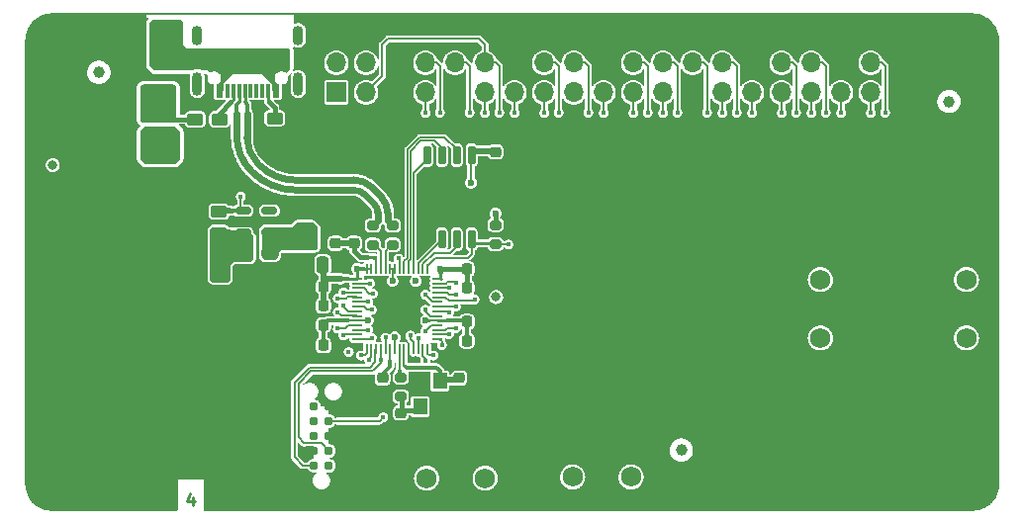
<source format=gbr>
%TF.GenerationSoftware,KiCad,Pcbnew,(6.0.6)*%
%TF.CreationDate,2022-07-15T17:58:13+10:00*%
%TF.ProjectId,SolderingInduction,536f6c64-6572-4696-9e67-496e64756374,1.0.0*%
%TF.SameCoordinates,PX8f0d180PY8f0d180*%
%TF.FileFunction,Copper,L4,Bot*%
%TF.FilePolarity,Positive*%
%FSLAX46Y46*%
G04 Gerber Fmt 4.6, Leading zero omitted, Abs format (unit mm)*
G04 Created by KiCad (PCBNEW (6.0.6)) date 2022-07-15 17:58:13*
%MOMM*%
%LPD*%
G01*
G04 APERTURE LIST*
G04 Aperture macros list*
%AMRoundRect*
0 Rectangle with rounded corners*
0 $1 Rounding radius*
0 $2 $3 $4 $5 $6 $7 $8 $9 X,Y pos of 4 corners*
0 Add a 4 corners polygon primitive as box body*
4,1,4,$2,$3,$4,$5,$6,$7,$8,$9,$2,$3,0*
0 Add four circle primitives for the rounded corners*
1,1,$1+$1,$2,$3*
1,1,$1+$1,$4,$5*
1,1,$1+$1,$6,$7*
1,1,$1+$1,$8,$9*
0 Add four rect primitives between the rounded corners*
20,1,$1+$1,$2,$3,$4,$5,0*
20,1,$1+$1,$4,$5,$6,$7,0*
20,1,$1+$1,$6,$7,$8,$9,0*
20,1,$1+$1,$8,$9,$2,$3,0*%
G04 Aperture macros list end*
%ADD10C,0.250000*%
%TA.AperFunction,NonConductor*%
%ADD11C,0.250000*%
%TD*%
%TA.AperFunction,ComponentPad*%
%ADD12C,4.400000*%
%TD*%
%TA.AperFunction,ComponentPad*%
%ADD13C,1.750000*%
%TD*%
%TA.AperFunction,TestPad*%
%ADD14C,0.787400*%
%TD*%
%TA.AperFunction,ComponentPad*%
%ADD15R,1.700000X1.700000*%
%TD*%
%TA.AperFunction,ComponentPad*%
%ADD16O,1.700000X1.700000*%
%TD*%
%TA.AperFunction,SMDPad,CuDef*%
%ADD17RoundRect,0.200000X-0.275000X0.200000X-0.275000X-0.200000X0.275000X-0.200000X0.275000X0.200000X0*%
%TD*%
%TA.AperFunction,SMDPad,CuDef*%
%ADD18RoundRect,0.250000X-0.450000X0.262500X-0.450000X-0.262500X0.450000X-0.262500X0.450000X0.262500X0*%
%TD*%
%TA.AperFunction,SMDPad,CuDef*%
%ADD19RoundRect,0.250000X0.450000X-0.262500X0.450000X0.262500X-0.450000X0.262500X-0.450000X-0.262500X0*%
%TD*%
%TA.AperFunction,SMDPad,CuDef*%
%ADD20RoundRect,0.225000X-0.250000X0.225000X-0.250000X-0.225000X0.250000X-0.225000X0.250000X0.225000X0*%
%TD*%
%TA.AperFunction,SMDPad,CuDef*%
%ADD21RoundRect,0.150000X0.150000X-0.650000X0.150000X0.650000X-0.150000X0.650000X-0.150000X-0.650000X0*%
%TD*%
%TA.AperFunction,SMDPad,CuDef*%
%ADD22RoundRect,0.225000X-0.225000X-0.250000X0.225000X-0.250000X0.225000X0.250000X-0.225000X0.250000X0*%
%TD*%
%TA.AperFunction,SMDPad,CuDef*%
%ADD23RoundRect,0.225000X0.225000X0.250000X-0.225000X0.250000X-0.225000X-0.250000X0.225000X-0.250000X0*%
%TD*%
%TA.AperFunction,SMDPad,CuDef*%
%ADD24R,1.200000X1.400000*%
%TD*%
%TA.AperFunction,SMDPad,CuDef*%
%ADD25RoundRect,0.225000X0.250000X-0.225000X0.250000X0.225000X-0.250000X0.225000X-0.250000X-0.225000X0*%
%TD*%
%TA.AperFunction,SMDPad,CuDef*%
%ADD26RoundRect,0.250000X-0.475000X0.250000X-0.475000X-0.250000X0.475000X-0.250000X0.475000X0.250000X0*%
%TD*%
%TA.AperFunction,SMDPad,CuDef*%
%ADD27RoundRect,0.200000X0.275000X-0.200000X0.275000X0.200000X-0.275000X0.200000X-0.275000X-0.200000X0*%
%TD*%
%TA.AperFunction,SMDPad,CuDef*%
%ADD28R,1.200000X0.900000*%
%TD*%
%TA.AperFunction,SMDPad,CuDef*%
%ADD29C,1.000000*%
%TD*%
%TA.AperFunction,SMDPad,CuDef*%
%ADD30RoundRect,0.050000X0.387500X0.050000X-0.387500X0.050000X-0.387500X-0.050000X0.387500X-0.050000X0*%
%TD*%
%TA.AperFunction,SMDPad,CuDef*%
%ADD31RoundRect,0.050000X0.050000X0.387500X-0.050000X0.387500X-0.050000X-0.387500X0.050000X-0.387500X0*%
%TD*%
%TA.AperFunction,SMDPad,CuDef*%
%ADD32R,3.200000X3.200000*%
%TD*%
%TA.AperFunction,SMDPad,CuDef*%
%ADD33R,0.600000X1.160000*%
%TD*%
%TA.AperFunction,SMDPad,CuDef*%
%ADD34R,0.300000X1.160000*%
%TD*%
%TA.AperFunction,ComponentPad*%
%ADD35O,0.900000X2.000000*%
%TD*%
%TA.AperFunction,ComponentPad*%
%ADD36O,0.900000X1.700000*%
%TD*%
%TA.AperFunction,SMDPad,CuDef*%
%ADD37RoundRect,0.250000X-0.625000X0.375000X-0.625000X-0.375000X0.625000X-0.375000X0.625000X0.375000X0*%
%TD*%
%TA.AperFunction,SMDPad,CuDef*%
%ADD38RoundRect,0.150000X-0.512500X-0.150000X0.512500X-0.150000X0.512500X0.150000X-0.512500X0.150000X0*%
%TD*%
%TA.AperFunction,SMDPad,CuDef*%
%ADD39RoundRect,0.250000X0.250000X0.475000X-0.250000X0.475000X-0.250000X-0.475000X0.250000X-0.475000X0*%
%TD*%
%TA.AperFunction,ViaPad*%
%ADD40C,0.450000*%
%TD*%
%TA.AperFunction,ViaPad*%
%ADD41C,0.800000*%
%TD*%
%TA.AperFunction,ViaPad*%
%ADD42C,0.600000*%
%TD*%
%TA.AperFunction,ViaPad*%
%ADD43C,0.508000*%
%TD*%
%TA.AperFunction,Conductor*%
%ADD44C,0.508000*%
%TD*%
%TA.AperFunction,Conductor*%
%ADD45C,0.254000*%
%TD*%
%TA.AperFunction,Conductor*%
%ADD46C,0.381000*%
%TD*%
%TA.AperFunction,Conductor*%
%ADD47C,0.200000*%
%TD*%
%TA.AperFunction,Conductor*%
%ADD48C,0.355600*%
%TD*%
%TA.AperFunction,Conductor*%
%ADD49C,0.177800*%
%TD*%
%TA.AperFunction,Conductor*%
%ADD50C,0.127000*%
%TD*%
%TA.AperFunction,Conductor*%
%ADD51C,0.136000*%
%TD*%
%TA.AperFunction,Conductor*%
%ADD52C,0.613050*%
%TD*%
G04 APERTURE END LIST*
D10*
D11*
X-28709524Y-19185714D02*
X-28709524Y-19852380D01*
X-28947620Y-18804761D02*
X-29185715Y-19519047D01*
X-28566667Y-19519047D01*
D12*
%TO.P,H2,1,1*%
%TO.N,GND*%
X37750000Y19750000D03*
%TD*%
D13*
%TO.P,SW8,1,1*%
%TO.N,GND*%
X34550000Y-5500000D03*
X34500000Y-500000D03*
%TO.P,SW8,2,2*%
%TO.N,/BUTTON_B*%
X37500000Y-500000D03*
X37500000Y-5500000D03*
%TD*%
D12*
%TO.P,H4,1,1*%
%TO.N,GND*%
X-40475000Y-17750000D03*
%TD*%
%TO.P,H3,1,1*%
%TO.N,GND*%
X0Y0D03*
%TD*%
D13*
%TO.P,SW7,1,1*%
%TO.N,GND*%
X22050000Y-5500000D03*
X22000000Y-500000D03*
%TO.P,SW7,2,2*%
%TO.N,/BUTTON_A*%
X25000000Y-500000D03*
X25000000Y-5500000D03*
%TD*%
D12*
%TO.P,H5,1,1*%
%TO.N,GND*%
X37750000Y-17750000D03*
%TD*%
D13*
%TO.P,SW6,1,1*%
%TO.N,GND*%
X3800000Y-14450000D03*
X8800000Y-14400000D03*
%TO.P,SW6,2,2*%
%TO.N,/BUTTON_START*%
X8800000Y-17400000D03*
X3800000Y-17400000D03*
%TD*%
D12*
%TO.P,H1,1,1*%
%TO.N,GND*%
X-40475000Y19750000D03*
%TD*%
D14*
%TO.P,J2,1,VTref*%
%TO.N,+3V3*%
X-17064384Y-16439401D03*
%TO.P,J2,2,SWDIO/TMS*%
%TO.N,/SWDIO*%
X-17065000Y-15170000D03*
%TO.P,J2,3,GND*%
%TO.N,GND*%
X-17064384Y-13899401D03*
%TO.P,J2,4,SWDCLK/TCK*%
%TO.N,/SWCLK*%
X-17064384Y-12629401D03*
%TO.P,J2,5,GND*%
%TO.N,GND*%
X-17065000Y-11360000D03*
%TO.P,J2,6,SWO/TDO*%
%TO.N,unconnected-(J2-Pad6)*%
X-18335000Y-11360000D03*
%TO.P,J2,7,KEY*%
%TO.N,unconnected-(J2-Pad7)*%
X-18334384Y-12629401D03*
%TO.P,J2,8,NC/TDI*%
%TO.N,unconnected-(J2-Pad8)*%
X-18334384Y-13899401D03*
%TO.P,J2,9,GNDDetect*%
%TO.N,GND*%
X-18334384Y-15169401D03*
%TO.P,J2,10,~{RESET}*%
%TO.N,/~{RESET}*%
X-18335000Y-16440000D03*
%TD*%
D15*
%TO.P,J3,1,Pin_1*%
%TO.N,+3V3*%
X-16425000Y15525000D03*
D16*
%TO.P,J3,2,Pin_2*%
%TO.N,VBUS*%
X-16425000Y18065000D03*
%TO.P,J3,3,Pin_3*%
%TO.N,/LED_{DI}*%
X-13885000Y15525000D03*
%TO.P,J3,4,Pin_4*%
%TO.N,VBUS*%
X-13885000Y18065000D03*
%TO.P,J3,5,Pin_5*%
%TO.N,GND*%
X-11345000Y15525000D03*
%TO.P,J3,6,Pin_6*%
X-11345000Y18065000D03*
%TO.P,J3,7,Pin_7*%
%TO.N,/ADC0*%
X-8805000Y15525000D03*
%TO.P,J3,8,Pin_8*%
%TO.N,/ADC1*%
X-8805000Y18065000D03*
%TO.P,J3,9,Pin_9*%
%TO.N,GND*%
X-6265000Y15525000D03*
%TO.P,J3,10,Pin_10*%
%TO.N,/GPIO18*%
X-6265000Y18065000D03*
%TO.P,J3,11,Pin_11*%
%TO.N,/GPIO20*%
X-3725000Y15525000D03*
%TO.P,J3,12,Pin_12*%
%TO.N,/LED_{DI}*%
X-3725000Y18065000D03*
%TO.P,J3,13,Pin_13*%
%TO.N,/GPIO25*%
X-1185000Y15525000D03*
%TO.P,J3,14,Pin_14*%
%TO.N,GND*%
X-1185000Y18065000D03*
%TO.P,J3,15,Pin_15*%
%TO.N,/ADC3*%
X1355000Y15525000D03*
%TO.P,J3,16,Pin_16*%
%TO.N,/ADC2*%
X1355000Y18065000D03*
%TO.P,J3,17,Pin_17*%
%TO.N,+3V3*%
X3895000Y15525000D03*
%TO.P,J3,18,Pin_18*%
%TO.N,/GPIO4*%
X3895000Y18065000D03*
%TO.P,J3,19,Pin_19*%
%TO.N,/GPIO7*%
X6435000Y15525000D03*
%TO.P,J3,20,Pin_20*%
%TO.N,GND*%
X6435000Y18065000D03*
%TO.P,J3,21,Pin_21*%
%TO.N,/GPIO1*%
X8975000Y15525000D03*
%TO.P,J3,22,Pin_22*%
%TO.N,/GPIO2*%
X8975000Y18065000D03*
%TO.P,J3,23,Pin_23*%
%TO.N,/GPIO3*%
X11515000Y15525000D03*
%TO.P,J3,24,Pin_24*%
%TO.N,/GPIO5*%
X11515000Y18065000D03*
%TO.P,J3,25,Pin_25*%
%TO.N,GND*%
X14055000Y15525000D03*
%TO.P,J3,26,Pin_26*%
%TO.N,/GPIO6*%
X14055000Y18065000D03*
%TO.P,J3,27,Pin_27*%
%TO.N,/GPIO9*%
X16595000Y15525000D03*
%TO.P,J3,28,Pin_28*%
%TO.N,/GPIO10*%
X16595000Y18065000D03*
%TO.P,J3,29,Pin_29*%
%TO.N,/GPIO11*%
X19135000Y15525000D03*
%TO.P,J3,30,Pin_30*%
%TO.N,GND*%
X19135000Y18065000D03*
%TO.P,J3,31,Pin_31*%
%TO.N,/GPIO8*%
X21675000Y15525000D03*
%TO.P,J3,32,Pin_32*%
%TO.N,/GPIO12*%
X21675000Y18065000D03*
%TO.P,J3,33,Pin_33*%
%TO.N,/GPIO13*%
X24215000Y15525000D03*
%TO.P,J3,34,Pin_34*%
%TO.N,/BUTTON_START*%
X24215000Y18065000D03*
%TO.P,J3,35,Pin_35*%
%TO.N,/BUTTON_SELECT*%
X26755000Y15525000D03*
%TO.P,J3,36,Pin_36*%
%TO.N,GND*%
X26755000Y18065000D03*
%TO.P,J3,37,Pin_37*%
%TO.N,/BUTTON_A*%
X29295000Y15525000D03*
%TO.P,J3,38,Pin_38*%
%TO.N,/BUTTON_B*%
X29295000Y18065000D03*
%TO.P,J3,39,Pin_39*%
%TO.N,GND*%
X31835000Y15525000D03*
%TO.P,J3,40,Pin_40*%
X31835000Y18065000D03*
%TD*%
D13*
%TO.P,SW5,1,1*%
%TO.N,GND*%
X-8700000Y-14550000D03*
X-3700000Y-14500000D03*
%TO.P,SW5,2,2*%
%TO.N,/BUTTON_SELECT*%
X-3700000Y-17500000D03*
X-8700000Y-17500000D03*
%TD*%
D17*
%TO.P,R3,1*%
%TO.N,/USB Interface/USB_{DATA}+*%
X-11600000Y4125000D03*
%TO.P,R3,2*%
%TO.N,/USB Interface/D+*%
X-11600000Y2475000D03*
%TD*%
D18*
%TO.P,R4,1*%
%TO.N,Net-(J1-PadB5)*%
X-21700000Y13312500D03*
%TO.P,R4,2*%
%TO.N,GND*%
X-21700000Y11487500D03*
%TD*%
D17*
%TO.P,R2,1*%
%TO.N,/USB Interface/USB_{DATA}-*%
X-13300000Y4125000D03*
%TO.P,R2,2*%
%TO.N,/USB Interface/D-*%
X-13300000Y2475000D03*
%TD*%
D19*
%TO.P,R8,1*%
%TO.N,/Power Regulation & Switching/LDO_{VIN}*%
X-26481250Y3487500D03*
%TO.P,R8,2*%
%TO.N,/Power Regulation & Switching/LDO_{EN}*%
X-26481250Y5312500D03*
%TD*%
D20*
%TO.P,C7,1*%
%TO.N,+3V3*%
X-2800000Y10425000D03*
%TO.P,C7,2*%
%TO.N,GND*%
X-2800000Y8875000D03*
%TD*%
D21*
%TO.P,U3,1,~{CS}*%
%TO.N,/Flash Memory (Over QSPI)/$.~{CS}*%
X-4845000Y2950000D03*
%TO.P,U3,2,DO(IO1)*%
%TO.N,/Flash Memory (Over QSPI)/$.SD1*%
X-6115000Y2950000D03*
%TO.P,U3,3,IO2*%
%TO.N,/Flash Memory (Over QSPI)/$.SD2*%
X-7385000Y2950000D03*
%TO.P,U3,4,GND*%
%TO.N,GND*%
X-8655000Y2950000D03*
%TO.P,U3,5,DI(IO0)*%
%TO.N,/Flash Memory (Over QSPI)/$.SD0*%
X-8655000Y10150000D03*
%TO.P,U3,6,CLK*%
%TO.N,/Flash Memory (Over QSPI)/$.SCK*%
X-7385000Y10150000D03*
%TO.P,U3,7,IO3*%
%TO.N,/Flash Memory (Over QSPI)/$.SD3*%
X-6115000Y10150000D03*
%TO.P,U3,8,VCC*%
%TO.N,+3V3*%
X-4845000Y10150000D03*
%TD*%
D22*
%TO.P,C14,1*%
%TO.N,+3V3*%
X-5245000Y-4110000D03*
%TO.P,C14,2*%
%TO.N,GND*%
X-3695000Y-4110000D03*
%TD*%
%TO.P,C18,1*%
%TO.N,+3V3*%
X-5250000Y-1200000D03*
%TO.P,C18,2*%
%TO.N,GND*%
X-3700000Y-1200000D03*
%TD*%
D23*
%TO.P,C11,1*%
%TO.N,+3V3*%
X-17525000Y-2750000D03*
%TO.P,C11,2*%
%TO.N,GND*%
X-19075000Y-2750000D03*
%TD*%
%TO.P,C15,1*%
%TO.N,+3V3*%
X-17515000Y-4390000D03*
%TO.P,C15,2*%
%TO.N,GND*%
X-19065000Y-4390000D03*
%TD*%
D20*
%TO.P,C6,1*%
%TO.N,Net-(C6-Pad1)*%
X-10900000Y-11925000D03*
%TO.P,C6,2*%
%TO.N,GND*%
X-10900000Y-13475000D03*
%TD*%
D24*
%TO.P,Y1,1,1*%
%TO.N,/12MHz Resonator (Clock)/XTAL1*%
X-7550000Y-9200000D03*
%TO.P,Y1,2,2*%
%TO.N,GND*%
X-7550000Y-11400000D03*
%TO.P,Y1,3,3*%
%TO.N,Net-(C6-Pad1)*%
X-9250000Y-11400000D03*
%TO.P,Y1,4,4*%
%TO.N,GND*%
X-9250000Y-9200000D03*
%TD*%
D20*
%TO.P,C5,1*%
%TO.N,/12MHz Resonator (Clock)/XTAL1*%
X-5900000Y-8925000D03*
%TO.P,C5,2*%
%TO.N,GND*%
X-5900000Y-10475000D03*
%TD*%
D25*
%TO.P,C9,1*%
%TO.N,+1V2*%
X-14900000Y2600000D03*
%TO.P,C9,2*%
%TO.N,GND*%
X-14900000Y4150000D03*
%TD*%
D26*
%TO.P,C2,1*%
%TO.N,/Power Regulation & Switching/LDO_{VIN}*%
X-24331250Y1750000D03*
%TO.P,C2,2*%
%TO.N,GND*%
X-24331250Y-150000D03*
%TD*%
D27*
%TO.P,R6,1*%
%TO.N,/Flash Memory (Over QSPI)/$.~{CS}*%
X-2800000Y2525000D03*
%TO.P,R6,2*%
%TO.N,+3V3*%
X-2800000Y4175000D03*
%TD*%
D17*
%TO.P,R10,1*%
%TO.N,/12MHz Resonator (Clock)/XTAL2*%
X-10900000Y-8875000D03*
%TO.P,R10,2*%
%TO.N,Net-(C6-Pad1)*%
X-10900000Y-10525000D03*
%TD*%
D28*
%TO.P,D2,1,K*%
%TO.N,/Power Regulation & Switching/LDO_{VIN}*%
X-31100000Y10450000D03*
%TO.P,D2,2,A*%
%TO.N,VBUS*%
X-31100000Y13750000D03*
%TD*%
D29*
%TO.P,FID3,*%
%TO.N,*%
X-36750000Y17250000D03*
%TD*%
%TO.P,FID1,*%
%TO.N,*%
X36000000Y14750000D03*
%TD*%
D23*
%TO.P,C17,1*%
%TO.N,+3V3*%
X-17525000Y-6150000D03*
%TO.P,C17,2*%
%TO.N,GND*%
X-19075000Y-6150000D03*
%TD*%
D18*
%TO.P,R7,1*%
%TO.N,VBUS*%
X-28500000Y13212500D03*
%TO.P,R7,2*%
%TO.N,GND*%
X-28500000Y11387500D03*
%TD*%
D26*
%TO.P,C3,1*%
%TO.N,+3V3*%
X-22131250Y1750000D03*
%TO.P,C3,2*%
%TO.N,GND*%
X-22131250Y-150000D03*
%TD*%
D29*
%TO.P,FID2,*%
%TO.N,*%
X13100000Y-15100000D03*
%TD*%
D20*
%TO.P,C10,1*%
%TO.N,+1V2*%
X-12470000Y-8935000D03*
%TO.P,C10,2*%
%TO.N,GND*%
X-12470000Y-10485000D03*
%TD*%
D30*
%TO.P,U4,1,IOVDD*%
%TO.N,+3V3*%
X-7784683Y-422183D03*
%TO.P,U4,2,GPIO0*%
%TO.N,/GPIO0*%
X-7784683Y-822183D03*
%TO.P,U4,3,GPIO1*%
%TO.N,/GPIO1*%
X-7784683Y-1222183D03*
%TO.P,U4,4,GPIO2*%
%TO.N,/GPIO2*%
X-7784683Y-1622183D03*
%TO.P,U4,5,GPIO3*%
%TO.N,/GPIO3*%
X-7784683Y-2022183D03*
%TO.P,U4,6,GPIO4*%
%TO.N,/GPIO4*%
X-7784683Y-2422183D03*
%TO.P,U4,7,GPIO5*%
%TO.N,/GPIO5*%
X-7784683Y-2822183D03*
%TO.P,U4,8,GPIO6*%
%TO.N,/GPIO6*%
X-7784683Y-3222183D03*
%TO.P,U4,9,GPIO7*%
%TO.N,/GPIO7*%
X-7784683Y-3622183D03*
%TO.P,U4,10,IOVDD*%
%TO.N,+3V3*%
X-7784683Y-4022183D03*
%TO.P,U4,11,GPIO8*%
%TO.N,/GPIO8*%
X-7784683Y-4422183D03*
%TO.P,U4,12,GPIO9*%
%TO.N,/GPIO9*%
X-7784683Y-4822183D03*
%TO.P,U4,13,GPIO10*%
%TO.N,/GPIO10*%
X-7784683Y-5222183D03*
%TO.P,U4,14,GPIO11*%
%TO.N,/GPIO11*%
X-7784683Y-5622183D03*
D31*
%TO.P,U4,15,GPIO12*%
%TO.N,/GPIO12*%
X-8622183Y-6459683D03*
%TO.P,U4,16,GPIO13*%
%TO.N,/GPIO13*%
X-9022183Y-6459683D03*
%TO.P,U4,17,GPIO14*%
%TO.N,/BUTTON_START*%
X-9422183Y-6459683D03*
%TO.P,U4,18,GPIO15*%
%TO.N,/BUTTON_SELECT*%
X-9822183Y-6459683D03*
%TO.P,U4,19,TESTEN*%
%TO.N,GND*%
X-10222183Y-6459683D03*
%TO.P,U4,20,XIN*%
%TO.N,/12MHz Resonator (Clock)/XTAL1*%
X-10622183Y-6459683D03*
%TO.P,U4,21,XOUT*%
%TO.N,/12MHz Resonator (Clock)/XTAL2*%
X-11022183Y-6459683D03*
%TO.P,U4,22,IOVDD*%
%TO.N,+3V3*%
X-11422183Y-6459683D03*
%TO.P,U4,23,DVDD*%
%TO.N,+1V2*%
X-11822183Y-6459683D03*
%TO.P,U4,24,SWCLK*%
%TO.N,/SWCLK*%
X-12222183Y-6459683D03*
%TO.P,U4,25,SWD*%
%TO.N,/SWDIO*%
X-12622183Y-6459683D03*
%TO.P,U4,26,RUN*%
%TO.N,/~{RESET}*%
X-13022183Y-6459683D03*
%TO.P,U4,27,GPIO16*%
%TO.N,/BUTTON_A*%
X-13422183Y-6459683D03*
%TO.P,U4,28,GPIO17*%
%TO.N,/BUTTON_B*%
X-13822183Y-6459683D03*
D30*
%TO.P,U4,29,GPIO18*%
%TO.N,/GPIO18*%
X-14659683Y-5622183D03*
%TO.P,U4,30,GPIO19*%
%TO.N,/BUTTON_RIGHT*%
X-14659683Y-5222183D03*
%TO.P,U4,31,GPIO20*%
%TO.N,/GPIO20*%
X-14659683Y-4822183D03*
%TO.P,U4,32,GPIO21*%
%TO.N,/BUTTON_LEFT*%
X-14659683Y-4422183D03*
%TO.P,U4,33,IOVDD*%
%TO.N,+3V3*%
X-14659683Y-4022183D03*
%TO.P,U4,34,GPIO22*%
%TO.N,/BUTTON_UP*%
X-14659683Y-3622183D03*
%TO.P,U4,35,GPIO23*%
%TO.N,/BUTTON_DOWN*%
X-14659683Y-3222183D03*
%TO.P,U4,36,GPIO24*%
%TO.N,/LED_{DI}*%
X-14659683Y-2822183D03*
%TO.P,U4,37,GPIO25*%
%TO.N,/GPIO25*%
X-14659683Y-2422183D03*
%TO.P,U4,38,GPIO26_ADC0*%
%TO.N,/ADC0*%
X-14659683Y-2022183D03*
%TO.P,U4,39,GPIO27_ADC1*%
%TO.N,/ADC1*%
X-14659683Y-1622183D03*
%TO.P,U4,40,GPIO28_ADC2*%
%TO.N,/ADC2*%
X-14659683Y-1222183D03*
%TO.P,U4,41,GPIO29_ADC3*%
%TO.N,/ADC3*%
X-14659683Y-822183D03*
%TO.P,U4,42,IOVDD*%
%TO.N,+3V3*%
X-14659683Y-422183D03*
D31*
%TO.P,U4,43,ADC_AVDD*%
X-13822183Y415317D03*
%TO.P,U4,44,VREG_IN*%
X-13422183Y415317D03*
%TO.P,U4,45,VREG_VOUT*%
%TO.N,+1V2*%
X-13022183Y415317D03*
%TO.P,U4,46,USB_DM*%
%TO.N,/USB Interface/D-*%
X-12622183Y415317D03*
%TO.P,U4,47,USB_DP*%
%TO.N,/USB Interface/D+*%
X-12222183Y415317D03*
%TO.P,U4,48,USB_VDD*%
%TO.N,+3V3*%
X-11822183Y415317D03*
%TO.P,U4,49,IOVDD*%
X-11422183Y415317D03*
%TO.P,U4,50,DVDD*%
%TO.N,+1V2*%
X-11022183Y415317D03*
%TO.P,U4,51,QSPI_SD3*%
%TO.N,/Flash Memory (Over QSPI)/$.SD3*%
X-10622183Y415317D03*
%TO.P,U4,52,QSPI_SCLK*%
%TO.N,/Flash Memory (Over QSPI)/$.SCK*%
X-10222183Y415317D03*
%TO.P,U4,53,QSPI_SD0*%
%TO.N,/Flash Memory (Over QSPI)/$.SD0*%
X-9822183Y415317D03*
%TO.P,U4,54,QSPI_SD2*%
%TO.N,/Flash Memory (Over QSPI)/$.SD2*%
X-9422183Y415317D03*
%TO.P,U4,55,QSPI_SD1*%
%TO.N,/Flash Memory (Over QSPI)/$.SD1*%
X-9022183Y415317D03*
%TO.P,U4,56,QSPI_SS*%
%TO.N,/Flash Memory (Over QSPI)/$.~{CS}*%
X-8622183Y415317D03*
D32*
%TO.P,U4,57,GND*%
%TO.N,GND*%
X-11222183Y-3022183D03*
%TD*%
D33*
%TO.P,J1,A1,GND*%
%TO.N,GND*%
X-27200000Y15665000D03*
%TO.P,J1,A4,VBUS*%
%TO.N,Net-(F1-Pad1)*%
X-26400000Y15665000D03*
D34*
%TO.P,J1,A5,CC1*%
%TO.N,Net-(J1-PadA5)*%
X-25250000Y15665000D03*
%TO.P,J1,A6,D+*%
%TO.N,/USB Interface/USB_{DATA}+*%
X-24250000Y15665000D03*
%TO.P,J1,A7,D-*%
%TO.N,unconnected-(J1-PadA7)*%
X-23750000Y15665000D03*
%TO.P,J1,A8,SBU1*%
%TO.N,unconnected-(J1-PadA8)*%
X-22750000Y15665000D03*
D33*
%TO.P,J1,A9,VBUS*%
%TO.N,Net-(F1-Pad1)*%
X-21600000Y15665000D03*
%TO.P,J1,A12,GND*%
%TO.N,GND*%
X-20800000Y15665000D03*
%TO.P,J1,B1,GND*%
X-20800000Y15665000D03*
%TO.P,J1,B4,VBUS*%
%TO.N,Net-(F1-Pad1)*%
X-21600000Y15665000D03*
D34*
%TO.P,J1,B5,CC2*%
%TO.N,Net-(J1-PadB5)*%
X-22250000Y15665000D03*
%TO.P,J1,B6,D+*%
%TO.N,unconnected-(J1-PadB6)*%
X-23250000Y15665000D03*
%TO.P,J1,B7,D-*%
%TO.N,/USB Interface/USB_{DATA}-*%
X-24750000Y15665000D03*
%TO.P,J1,B8,SBU2*%
%TO.N,unconnected-(J1-PadB8)*%
X-25750000Y15665000D03*
D33*
%TO.P,J1,B9,VBUS*%
%TO.N,Net-(F1-Pad1)*%
X-26400000Y15665000D03*
%TO.P,J1,B12,GND*%
%TO.N,GND*%
X-27200000Y15665000D03*
D35*
%TO.P,J1,S1,SHIELD*%
%TO.N,unconnected-(J1-PadS1)*%
X-28320000Y16245000D03*
D36*
X-28320000Y20415000D03*
D35*
X-19680000Y16245000D03*
D36*
X-19680000Y20415000D03*
%TD*%
D37*
%TO.P,F1,1*%
%TO.N,Net-(F1-Pad1)*%
X-31100000Y18400000D03*
%TO.P,F1,2*%
%TO.N,VBUS*%
X-31100000Y15600000D03*
%TD*%
D23*
%TO.P,C12,1*%
%TO.N,+3V3*%
X-17525000Y-1100000D03*
%TO.P,C12,2*%
%TO.N,GND*%
X-19075000Y-1100000D03*
%TD*%
D22*
%TO.P,C13,1*%
%TO.N,+3V3*%
X-5250000Y400000D03*
%TO.P,C13,2*%
%TO.N,GND*%
X-3700000Y400000D03*
%TD*%
%TO.P,C16,1*%
%TO.N,+3V3*%
X-5250000Y-5750000D03*
%TO.P,C16,2*%
%TO.N,GND*%
X-3700000Y-5750000D03*
%TD*%
D18*
%TO.P,R5,1*%
%TO.N,Net-(J1-PadA5)*%
X-26400000Y13212500D03*
%TO.P,R5,2*%
%TO.N,GND*%
X-26400000Y11387500D03*
%TD*%
D38*
%TO.P,U1,1,VIN*%
%TO.N,/Power Regulation & Switching/LDO_{VIN}*%
X-24418750Y3500000D03*
%TO.P,U1,2,GND*%
%TO.N,GND*%
X-24418750Y4450000D03*
%TO.P,U1,3,EN*%
%TO.N,/Power Regulation & Switching/LDO_{EN}*%
X-24418750Y5400000D03*
%TO.P,U1,4,NC*%
%TO.N,unconnected-(U1-Pad4)*%
X-22143750Y5400000D03*
%TO.P,U1,5,VOUT*%
%TO.N,+3V3*%
X-22143750Y3500000D03*
%TD*%
D39*
%TO.P,C4,1*%
%TO.N,+3V3*%
X-17575000Y750000D03*
%TO.P,C4,2*%
%TO.N,GND*%
X-19475000Y750000D03*
%TD*%
D25*
%TO.P,C8,1*%
%TO.N,+1V2*%
X-16500000Y2600000D03*
%TO.P,C8,2*%
%TO.N,GND*%
X-16500000Y4150000D03*
%TD*%
D40*
%TO.N,GND*%
X-16200000Y-7300000D03*
X-14100000Y-8850000D03*
X-14700000Y-8850000D03*
D41*
%TO.N,*%
X-2750000Y-2000000D03*
%TO.N,GND*%
X-27250000Y10000000D03*
X-28750000Y10000000D03*
X-20250000Y11500000D03*
%TO.N,+3V3*%
X-18600000Y3800000D03*
D42*
X-11420000Y-5440000D03*
D41*
X-18600000Y2600000D03*
D42*
X-7500000Y390000D03*
X-14640000Y420000D03*
X-11600000Y-620000D03*
X-16100000Y-420000D03*
X-9625000Y-625000D03*
D41*
X-40700000Y9300000D03*
D42*
X-4900000Y7800000D03*
D41*
X-19600000Y3800000D03*
D42*
X-2800000Y5170000D03*
D41*
X-19600000Y2600000D03*
X-20600000Y2600000D03*
D42*
X-13710000Y-4020000D03*
X-8760000Y-4020000D03*
D41*
%TO.N,VBUS*%
X-32750000Y15600000D03*
X-32750000Y14500000D03*
X-32750000Y13400000D03*
D40*
%TO.N,/SWDIO*%
X-15362500Y-6712500D03*
X-12600000Y-7400000D03*
%TO.N,/SWCLK*%
X-12225000Y-5475000D03*
X-12400000Y-12300000D03*
%TO.N,/LED_{DI}*%
X-2480000Y13775000D03*
X-13400000Y-3100000D03*
D41*
%TO.N,Net-(F1-Pad1)*%
X-21250000Y18500000D03*
X-31500000Y20000000D03*
X-23750000Y18500000D03*
X-30250000Y20000000D03*
X-26250000Y18500000D03*
X-30250000Y21250000D03*
X-31500000Y21250000D03*
X-28750000Y18500000D03*
D40*
%TO.N,+1V2*%
X-11825000Y-7575000D03*
X-11100000Y1300000D03*
X-13100000Y1300000D03*
%TO.N,/Flash Memory (Over QSPI)/$.~{CS}*%
X-1700000Y2500000D03*
%TO.N,GND*%
X2420000Y-10480000D03*
X-114600Y20002800D03*
X12580000Y-10480000D03*
X-36950000Y12380000D03*
X18930000Y-2860000D03*
X3690000Y-13020000D03*
X3690000Y12380000D03*
X-22980000Y-5400000D03*
X6230000Y-2860000D03*
X-33140000Y20000000D03*
X29090000Y2220000D03*
X-36950000Y-13020000D03*
X-9952183Y-1752183D03*
X30360000Y9840000D03*
X39250000Y-7940000D03*
X10045400Y20002800D03*
X20200000Y-10480000D03*
X39250000Y2220000D03*
X-1390000Y-13020000D03*
X-24250000Y-7940000D03*
X27820000Y-5400000D03*
X4965400Y20002800D03*
X20200000Y-320000D03*
X-36950000Y-18100000D03*
X-17900000Y9840000D03*
X30360000Y20000000D03*
X-2700000Y-5750000D03*
X15120000Y4760000D03*
X7505400Y20002800D03*
X31630000Y7300000D03*
X-40760000Y-10480000D03*
X31630000Y-18100000D03*
X18930000Y2220000D03*
X-11222183Y-1752183D03*
D41*
X-6280000Y-11630000D03*
D40*
X16390000Y-2860000D03*
D41*
X-22000000Y-1400000D03*
D40*
X13850000Y-13020000D03*
D41*
X-24400000Y-1400000D03*
D40*
X36710000Y-13020000D03*
X-14950000Y5100000D03*
X34170000Y7300000D03*
X29090000Y-13020000D03*
X-33140000Y-15560000D03*
X11310000Y-18100000D03*
X39250000Y-13020000D03*
X11310000Y2220000D03*
X1150000Y7300000D03*
X24010000Y-13020000D03*
X-12492183Y-4292183D03*
X8770000Y-13020000D03*
X21470000Y2220000D03*
X36710000Y7300000D03*
X-3930000Y7300000D03*
X35440000Y4760000D03*
X4960000Y-15560000D03*
X17660000Y-10480000D03*
X-9010000Y-13020000D03*
X-30600000Y-10480000D03*
X16390000Y2220000D03*
X-31870000Y-2860000D03*
X-6470000Y-13020000D03*
X6230000Y-13020000D03*
X-26790000Y7300000D03*
X-21710000Y-7940000D03*
X2425400Y20002800D03*
X15120000Y-10480000D03*
X-26790000Y-18100000D03*
X34170000Y2220000D03*
X10040000Y4760000D03*
X26550000Y-13020000D03*
X25290000Y-10480000D03*
X22740000Y20000000D03*
D41*
X-34000000Y2100000D03*
D40*
X-34410000Y-7940000D03*
X27820000Y4760000D03*
X18930000Y-18100000D03*
X34170000Y-2860000D03*
D41*
X-20700000Y700000D03*
D40*
X17660000Y4760000D03*
X-15360000Y9840000D03*
D41*
X-20400000Y-1200000D03*
D40*
X-30600000Y-5400000D03*
X-22300000Y4450000D03*
X20200000Y-15560000D03*
X11310000Y-7940000D03*
X8770000Y2220000D03*
X2420000Y4760000D03*
X-36950000Y2220000D03*
X-16630000Y12380000D03*
X6230000Y2220000D03*
X31630000Y-13020000D03*
X13850000Y12380000D03*
X-26790000Y-7940000D03*
X-1390000Y7300000D03*
X-40760000Y-320000D03*
X17660000Y20000000D03*
X-38220000Y14920000D03*
X39250000Y7300000D03*
X32900000Y4760000D03*
X-14090000Y-18100000D03*
X-26790000Y-13020000D03*
X-11325000Y13775000D03*
X15125000Y20000000D03*
X11310000Y-13020000D03*
X24010000Y-18100000D03*
X-25520000Y-10480000D03*
X-39490000Y-13020000D03*
X-38220000Y-15560000D03*
X-25520000Y-15560000D03*
X20200000Y-5400000D03*
X31630000Y2220000D03*
X-9952183Y-3022183D03*
X-35670000Y14920000D03*
X-120000Y-10480000D03*
X12580000Y4760000D03*
X25280000Y-15560000D03*
X35440000Y9840000D03*
X-9010000Y7300000D03*
X13850000Y2220000D03*
X32900000Y-5400000D03*
X-10100000Y-7400000D03*
X29090000Y7300000D03*
X30360000Y4760000D03*
D41*
X-20400000Y-4800000D03*
D40*
X-36950000Y-7940000D03*
X-38220000Y-5400000D03*
X-22980000Y-15560000D03*
X30360000Y-5400000D03*
X21470000Y-18100000D03*
X-38220000Y9840000D03*
D41*
X-20400000Y-2800000D03*
D40*
X18930000Y-7940000D03*
X8770000Y-7940000D03*
X6230000Y-7940000D03*
X-12492183Y-1752183D03*
X27820000Y-320000D03*
X27830000Y-10480000D03*
X7500000Y-15560000D03*
X-6470000Y12380000D03*
X13850000Y-7940000D03*
X-38220000Y-320000D03*
X-2800000Y7950000D03*
X27820000Y20000000D03*
D41*
X-11110000Y-14530000D03*
D40*
X-38220000Y-10480000D03*
X-24250000Y-18100000D03*
X-34410000Y12380000D03*
X-120000Y4760000D03*
X27820000Y-15560000D03*
X36710000Y12380000D03*
X39250000Y-2860000D03*
X-35680000Y-5400000D03*
X-6470000Y-18100000D03*
X20200000Y20000000D03*
X37980000Y9840000D03*
X12585400Y20002800D03*
X-28060000Y-10480000D03*
X-120000Y-5400000D03*
X-29330000Y-2860000D03*
X7500000Y-10480000D03*
X-34410000Y-13020000D03*
X29090000Y-2860000D03*
X34170000Y17460000D03*
X-9952183Y-4292183D03*
X35450000Y-10480000D03*
X-24250000Y7300000D03*
X34170000Y-13020000D03*
X-3930000Y-13020000D03*
X29090000Y-18100000D03*
X32900000Y-15560000D03*
X-36950000Y7300000D03*
X10040000Y-15560000D03*
X-2660000Y-10480000D03*
X-38220000Y4760000D03*
X6230000Y-18100000D03*
X-36950000Y-2860000D03*
D41*
X-20400000Y-7300000D03*
D40*
X-33140000Y-320000D03*
X32910000Y-10480000D03*
X37990000Y-10480000D03*
X1150000Y-13020000D03*
X1150000Y-18100000D03*
X21470000Y-13020000D03*
X-12492183Y-3022183D03*
X-11222183Y-3022183D03*
X-1390000Y-18100000D03*
X-39490000Y-7940000D03*
X17660000Y-5400000D03*
X26550000Y2220000D03*
X-23100000Y4450000D03*
X24010000Y-2860000D03*
X36710000Y-2860000D03*
X20200000Y9840000D03*
D41*
X-5100000Y-11630000D03*
D40*
X-35680000Y20000000D03*
X-11222183Y-4292183D03*
X32900000Y9840000D03*
X-24250000Y-13020000D03*
X26550000Y-18100000D03*
X16390000Y-18100000D03*
X-29330000Y-13020000D03*
X21470000Y-7940000D03*
D43*
X-12400000Y-11300000D03*
D40*
X-35680000Y-320000D03*
X16390000Y-7940000D03*
X3690000Y-7940000D03*
X22740000Y-15560000D03*
X36710000Y-7940000D03*
X4960000Y-10480000D03*
X7500000Y4760000D03*
X-35680000Y-10480000D03*
X39250000Y12380000D03*
X-35680000Y9840000D03*
X30370000Y-10480000D03*
X-28060000Y-5400000D03*
X30360000Y-320000D03*
X31630000Y-2860000D03*
X16390000Y-13020000D03*
X25280000Y20000000D03*
X20200000Y4760000D03*
X-21500000Y4450000D03*
X32900000Y20000000D03*
X-35680000Y-15560000D03*
X-16500000Y5100000D03*
X21470000Y-2860000D03*
X32900000Y-320000D03*
X-33140000Y-10480000D03*
X26550000Y-2860000D03*
X25280000Y4760000D03*
D41*
X-35600000Y800000D03*
D40*
X34170000Y-18100000D03*
X30360000Y-15560000D03*
X-31870000Y-13020000D03*
X-40760000Y14920000D03*
X-39490000Y12380000D03*
X-2700000Y-3660000D03*
X33080000Y13775000D03*
X17660000Y-320000D03*
X6190000Y-410000D03*
X36710000Y2220000D03*
X-34410000Y17460000D03*
X37980000Y4760000D03*
X10040000Y-10480000D03*
X-21710000Y-18100000D03*
X34170000Y12380000D03*
D41*
%TO.N,/Power Regulation & Switching/LDO_{VIN}*%
X-26500000Y2000000D03*
X-26500000Y0D03*
X-32800000Y12000000D03*
X-32800000Y10000000D03*
X-31200000Y12000000D03*
X-32800000Y11000000D03*
X-26500000Y1000000D03*
D40*
%TO.N,/Power Regulation & Switching/LDO_{EN}*%
X-24600000Y6600000D03*
%TO.N,/ADC0*%
X-8785000Y13775000D03*
X-16300000Y-2100000D03*
%TO.N,/ADC1*%
X-15800000Y-1600000D03*
X-7560000Y13775000D03*
%TO.N,/ADC2*%
X-13300000Y-1700000D03*
X2600000Y13775000D03*
%TO.N,/ADC3*%
X-13550000Y-825000D03*
X1375000Y13775000D03*
%TO.N,/BUTTON_LEFT*%
X-16300000Y-4700000D03*
%TO.N,/BUTTON_UP*%
X-16300000Y-3300000D03*
%TO.N,/BUTTON_DOWN*%
X-15800000Y-2700000D03*
%TO.N,/BUTTON_RIGHT*%
X-15800000Y-5300000D03*
%TO.N,/BUTTON_SELECT*%
X-10100000Y-5300000D03*
X26775000Y13775000D03*
%TO.N,/BUTTON_START*%
X25460000Y13775000D03*
X-9400000Y-5500000D03*
%TO.N,/GPIO20*%
X-13700000Y-4800000D03*
X-3705000Y13775000D03*
%TO.N,/GPIO18*%
X-5020000Y13775000D03*
X-13400000Y-5500000D03*
%TO.N,/GPIO25*%
X-13700000Y-2400000D03*
X-1165000Y13775000D03*
%TO.N,/GPIO0*%
X-6200000Y-800000D03*
%TO.N,/GPIO1*%
X8995000Y13775000D03*
X-6800000Y-1200000D03*
%TO.N,/GPIO2*%
X10220000Y13775000D03*
X-6200000Y-1800000D03*
%TO.N,/GPIO3*%
X-4600000Y-2200000D03*
X11535000Y13775000D03*
%TO.N,/GPIO4*%
X5140000Y13775000D03*
X-8800000Y-1800000D03*
%TO.N,/GPIO5*%
X-6200000Y-2800000D03*
X12760000Y13775000D03*
%TO.N,/GPIO6*%
X-6775000Y-3325000D03*
X15300000Y13775000D03*
%TO.N,/GPIO7*%
X6455000Y13775000D03*
X-8800000Y-3100000D03*
%TO.N,/GPIO8*%
X21695000Y13775000D03*
X-8800000Y-4900000D03*
%TO.N,/GPIO9*%
X-6200000Y-4650000D03*
X16615000Y13775000D03*
%TO.N,/GPIO10*%
X17840000Y13775000D03*
X-6800000Y-5200000D03*
%TO.N,/GPIO11*%
X19155000Y13775000D03*
X-7400000Y-6100000D03*
%TO.N,/GPIO12*%
X22920000Y13775000D03*
X-8100000Y-7000000D03*
%TO.N,/GPIO13*%
X24235000Y13775000D03*
X-8800000Y-7500000D03*
%TO.N,/BUTTON_A*%
X-13600000Y-7400000D03*
X29315000Y13775000D03*
%TO.N,/BUTTON_B*%
X30540000Y13775000D03*
X-14300000Y-7000000D03*
%TD*%
D44*
%TO.N,+3V3*%
X-4900000Y10095000D02*
X-4845000Y10150000D01*
D45*
X-15227817Y-422183D02*
X-15230000Y-420000D01*
D46*
X-2800000Y4175000D02*
X-2800000Y5170000D01*
D47*
X-7480000Y-400000D02*
X-7502183Y-422183D01*
D45*
X-14659683Y-422183D02*
X-15227817Y-422183D01*
D48*
X-17525000Y-6150000D02*
X-17525000Y-4400000D01*
D46*
X-7500000Y290000D02*
X-7500000Y130000D01*
D44*
X-22131251Y1750000D02*
X-22131250Y3487500D01*
X-16100000Y-420000D02*
X-17525000Y-420000D01*
D48*
X-11420000Y-5640000D02*
X-11420000Y-5440000D01*
D46*
X-5260000Y390000D02*
X-5250000Y400000D01*
D48*
X-5250000Y-5750000D02*
X-5250000Y-4115000D01*
X-13900000Y-4020000D02*
X-13710000Y-4020000D01*
D45*
X-7500000Y-380000D02*
X-7480000Y-400000D01*
D48*
X-17515000Y-4390000D02*
X-17580000Y-4325000D01*
D45*
X-7784683Y-4022183D02*
X-6942183Y-4022183D01*
X-14000000Y-4020000D02*
X-13900000Y-4020000D01*
D44*
X-17525000Y-420000D02*
X-17525000Y-1100000D01*
D48*
X-14090000Y420000D02*
X-14640000Y420000D01*
D47*
X-11422183Y415317D02*
X-11615317Y415317D01*
X-14002183Y-4022183D02*
X-14000000Y-4020000D01*
D45*
X-15230000Y-420000D02*
X-15380000Y-420000D01*
D48*
X-17525000Y700000D02*
X-17575000Y750000D01*
D47*
X-11422183Y-5802183D02*
X-11420000Y-5800000D01*
D48*
X-6940000Y-4020000D02*
X-5335000Y-4020000D01*
D44*
X-4845000Y10355000D02*
X-4700000Y10500000D01*
D46*
X-7500000Y390000D02*
X-5260000Y390000D01*
D47*
X-15407817Y-4022183D02*
X-15410000Y-4020000D01*
X-11420000Y-5800000D02*
X-11420000Y-5640000D01*
D48*
X-15410000Y-4020000D02*
X-17145000Y-4020000D01*
X-5250000Y-4115000D02*
X-5245000Y-4110000D01*
D47*
X-13822183Y415317D02*
X-13422183Y415317D01*
X-11610000Y-190000D02*
X-11610000Y-430000D01*
D49*
X-11615317Y-184683D02*
X-11610000Y-190000D01*
D45*
X-7500000Y130000D02*
X-7500000Y-380000D01*
D47*
X-8477817Y-4022183D02*
X-8480000Y-4020000D01*
D48*
X-15380000Y-420000D02*
X-15570000Y-420000D01*
D45*
X-14659683Y-422183D02*
X-14659683Y400317D01*
D47*
X-14659683Y-4022183D02*
X-14002183Y-4022183D01*
D44*
X-4700000Y10500000D02*
X-2875000Y10500000D01*
D45*
X-14659683Y400317D02*
X-14640000Y420000D01*
X-8480000Y-4020000D02*
X-8590000Y-4020000D01*
D48*
X-15570000Y-420000D02*
X-16100000Y-420000D01*
D44*
X-4845000Y10150000D02*
X-4845000Y10355000D01*
D48*
X-11610000Y-430000D02*
X-11610000Y-610000D01*
D45*
X-13822183Y415317D02*
X-14085317Y415317D01*
D47*
X-7502183Y-422183D02*
X-7784683Y-422183D01*
X-7784683Y-4022183D02*
X-8477817Y-4022183D01*
D49*
X-11615317Y415317D02*
X-11615317Y-184683D01*
D48*
X-17145000Y-4020000D02*
X-17515000Y-4390000D01*
D47*
X-4900000Y7800000D02*
X-4900000Y10095000D01*
D45*
X-6942183Y-4022183D02*
X-6940000Y-4020000D01*
D44*
X-7500000Y290000D02*
X-7500000Y390000D01*
X-2875000Y10500000D02*
X-2800000Y10425000D01*
D47*
X-11422183Y-6459683D02*
X-11422183Y-5802183D01*
D44*
X-22131250Y3487500D02*
X-22143749Y3500000D01*
D46*
X-5250000Y400000D02*
X-5250000Y-1200000D01*
D47*
X-11615317Y415317D02*
X-11822183Y415317D01*
D44*
X-17525000Y-2750000D02*
X-17525000Y700000D01*
D48*
X-14085317Y415317D02*
X-14090000Y420000D01*
X-11610000Y-610000D02*
X-11600000Y-620000D01*
X-17525000Y-4400000D02*
X-17515000Y-4390000D01*
D47*
X-14659683Y-4022183D02*
X-15407817Y-4022183D01*
D48*
X-8590000Y-4020000D02*
X-8760000Y-4020000D01*
X-5335000Y-4020000D02*
X-5245000Y-4110000D01*
D44*
%TO.N,/12MHz Resonator (Clock)/XTAL1*%
X-5900000Y-8925000D02*
X-6075000Y-9100000D01*
D47*
X-10622183Y-7877817D02*
X-10622183Y-6459683D01*
D48*
X-7550000Y-8350000D02*
X-7550000Y-9200000D01*
X-10500000Y-8000000D02*
X-10448200Y-8051800D01*
D44*
X-7450000Y-9100000D02*
X-7550000Y-9200000D01*
D48*
X-7848200Y-8051800D02*
X-7550000Y-8350000D01*
D47*
X-10500000Y-8000000D02*
X-10622183Y-7877817D01*
D48*
X-10448200Y-8051800D02*
X-7848200Y-8051800D01*
D44*
X-6075000Y-9100000D02*
X-7450000Y-9100000D01*
D46*
%TO.N,Net-(C6-Pad1)*%
X-10900000Y-11800000D02*
X-10800000Y-11700000D01*
X-10800000Y-11700000D02*
X-10800000Y-10625000D01*
X-10900000Y-11925000D02*
X-10900000Y-11800000D01*
X-10800000Y-11700000D02*
X-9000000Y-11700000D01*
X-10800000Y-10625000D02*
X-10900000Y-10525000D01*
%TO.N,VBUS*%
X-28500000Y13212500D02*
X-31287500Y13212500D01*
X-31287500Y13212500D02*
X-31300000Y13200000D01*
%TO.N,Net-(J1-PadA5)*%
X-25450000Y14675000D02*
X-26400000Y13725000D01*
D45*
X-25250000Y15665000D02*
X-25250000Y14875000D01*
D46*
X-26400000Y13725000D02*
X-26400000Y13212500D01*
D45*
X-25250000Y14875000D02*
X-25450000Y14675000D01*
D46*
%TO.N,Net-(J1-PadB5)*%
X-22200000Y14725000D02*
X-21737500Y14262500D01*
X-21737500Y14262500D02*
X-21700000Y14225000D01*
D45*
X-22250000Y15670000D02*
X-22250000Y14880000D01*
D46*
X-21700000Y14225000D02*
X-21700000Y13312500D01*
D47*
%TO.N,/SWDIO*%
X-13200000Y-8200000D02*
X-13352000Y-8352000D01*
X-19673000Y-14027000D02*
X-19179899Y-14520101D01*
D50*
X-19179899Y-14520101D02*
X-17713684Y-14520101D01*
D47*
X-18589552Y-8352000D02*
X-19673000Y-9435448D01*
X-13352000Y-8352000D02*
X-18589552Y-8352000D01*
X-19673000Y-9435448D02*
X-19673000Y-14027000D01*
D51*
X-12622183Y-7377817D02*
X-12600000Y-7400000D01*
D50*
X-12600000Y-7400000D02*
X-12600000Y-7600000D01*
X-12600000Y-7600000D02*
X-13200000Y-8200000D01*
X-17713684Y-14520101D02*
X-17064384Y-15169401D01*
D51*
X-12622183Y-6459683D02*
X-12622183Y-7377817D01*
D47*
%TO.N,/SWCLK*%
X-12729401Y-12629401D02*
X-16370599Y-12629401D01*
D50*
X-17064384Y-12629401D02*
X-16370599Y-12629401D01*
D47*
X-12400000Y-12300000D02*
X-12729401Y-12629401D01*
D51*
X-12222183Y-5477817D02*
X-12225000Y-5475000D01*
X-12222183Y-6459683D02*
X-12222183Y-5477817D01*
D50*
%TO.N,/~{RESET}*%
X-19260599Y-16439401D02*
X-18334384Y-16439401D01*
X-13100000Y-7500000D02*
X-13100000Y-6537500D01*
D47*
X-13100000Y-7500000D02*
X-13100000Y-7570338D01*
X-20000000Y-15700000D02*
X-19260599Y-16439401D01*
X-20000000Y-9300000D02*
X-20000000Y-15700000D01*
X-13554662Y-8025000D02*
X-18725000Y-8025000D01*
X-13100000Y-7570338D02*
X-13554662Y-8025000D01*
D50*
X-13100000Y-6537500D02*
X-13022183Y-6459683D01*
D47*
X-18725000Y-8025000D02*
X-20000000Y-9300000D01*
%TO.N,/LED_{DI}*%
X-2745000Y18065000D02*
X-2480000Y17800000D01*
D51*
X-13800000Y-3100000D02*
X-13400000Y-3100000D01*
D47*
X-3700000Y18090000D02*
X-3725000Y18065000D01*
X-12500000Y16910000D02*
X-12500000Y19600000D01*
X-3715000Y18065000D02*
X-2745000Y18065000D01*
D51*
X-14000000Y-2900000D02*
X-13800000Y-3100000D01*
D47*
X-3700000Y19600000D02*
X-3700000Y18090000D01*
D51*
X-14659683Y-2822183D02*
X-14077817Y-2822183D01*
D47*
X-12000000Y20100000D02*
X-4200000Y20100000D01*
X-2480000Y17800000D02*
X-2480000Y13775000D01*
D51*
X-14077817Y-2822183D02*
X-14000000Y-2900000D01*
D47*
X-12500000Y19600000D02*
X-12000000Y20100000D01*
X-4200000Y20100000D02*
X-3700000Y19600000D01*
X-13885000Y15525000D02*
X-12500000Y16910000D01*
D50*
%TO.N,Net-(F1-Pad1)*%
X-26250000Y18500000D02*
X-26272499Y18477501D01*
D48*
%TO.N,/12MHz Resonator (Clock)/XTAL2*%
X-11025000Y-8575000D02*
X-11025000Y-8350000D01*
D47*
X-11025000Y-8350000D02*
X-11025000Y-6462500D01*
D48*
X-10900000Y-8700000D02*
X-11025000Y-8575000D01*
D47*
X-11025000Y-6462500D02*
X-11022183Y-6459683D01*
D48*
X-10900000Y-8875000D02*
X-10900000Y-8700000D01*
D45*
%TO.N,+1V2*%
X-13775000Y1400000D02*
X-13200000Y1400000D01*
D46*
X-14400000Y1400000D02*
X-14900000Y1900000D01*
D48*
X-12470000Y-8595000D02*
X-11825000Y-7950000D01*
D46*
X-13775000Y1400000D02*
X-14400000Y1400000D01*
D51*
X-13022183Y1222183D02*
X-13100000Y1300000D01*
X-13022183Y415317D02*
X-13022183Y1222183D01*
X-11022183Y415317D02*
X-11022183Y1222183D01*
D47*
X-11822183Y-7467817D02*
X-11820000Y-7470000D01*
D45*
X-11820000Y-7470000D02*
X-11820000Y-7569998D01*
D47*
X-11822183Y-6459683D02*
X-11822183Y-7467817D01*
D46*
X-14900000Y1900000D02*
X-14900000Y2600000D01*
D45*
X-11825000Y-7575000D02*
X-11825000Y-7574998D01*
D48*
X-11825000Y-7950000D02*
X-11825000Y-7575000D01*
X-12470000Y-8935000D02*
X-12470000Y-8595000D01*
D44*
X-14900000Y2600000D02*
X-16500000Y2600000D01*
D45*
X-11820000Y-7569998D02*
X-11825000Y-7574998D01*
X-13200000Y1400000D02*
X-13100000Y1300000D01*
D51*
X-11022183Y1222183D02*
X-11100000Y1300000D01*
D50*
%TO.N,/Flash Memory (Over QSPI)/$.SCK*%
X-9200000Y11400000D02*
X-10076183Y10523817D01*
X-10076183Y1248817D02*
X-10222183Y1102817D01*
X-10076183Y10523817D02*
X-10076183Y1248817D01*
X-8050000Y11400000D02*
X-9200000Y11400000D01*
X-10222183Y1102817D02*
X-10222183Y415317D01*
X-7385000Y10150000D02*
X-7385000Y10735000D01*
X-7385000Y10735000D02*
X-8050000Y11400000D01*
D45*
%TO.N,/Flash Memory (Over QSPI)/$.~{CS}*%
X-4845000Y2600000D02*
X-4845000Y2950000D01*
X-2975000Y2600000D02*
X-4845000Y2600000D01*
X-2900000Y2525000D02*
X-2975000Y2600000D01*
D51*
X-2450000Y2500000D02*
X-2700000Y2750000D01*
D50*
X-7950000Y1350000D02*
X-5200000Y1350000D01*
X-5200000Y1350000D02*
X-4845000Y1705000D01*
X-2800000Y2525000D02*
X-1725000Y2525000D01*
X-1725000Y2525000D02*
X-1700000Y2500000D01*
X-8622183Y677817D02*
X-7950000Y1350000D01*
X-8622183Y415317D02*
X-8622183Y677817D01*
X-4845000Y1705000D02*
X-4845000Y2950000D01*
D47*
%TO.N,GND*%
X-11325000Y15515000D02*
X-11325000Y13775000D01*
X32815000Y18065000D02*
X33080000Y17800000D01*
D51*
X-10222183Y-7277817D02*
X-10222183Y-6459683D01*
D47*
X-11335000Y15525000D02*
X-11325000Y15515000D01*
X33080000Y17800000D02*
X33080000Y13775000D01*
D51*
X-10100000Y-7400000D02*
X-10222183Y-7277817D01*
D47*
X31845000Y18065000D02*
X32815000Y18065000D01*
%TO.N,/USB Interface/D-*%
X-12622183Y1937183D02*
X-13000000Y2315000D01*
X-12622183Y415317D02*
X-12622183Y1937183D01*
%TO.N,/USB Interface/D+*%
X-12222183Y415317D02*
X-12222183Y1917817D01*
X-12222183Y1917817D02*
X-11825000Y2315000D01*
D50*
%TO.N,/Flash Memory (Over QSPI)/$.SD1*%
X-6115000Y2950000D02*
X-6115000Y2335000D01*
X-9022183Y827817D02*
X-9022183Y415317D01*
X-6115000Y2335000D02*
X-6646000Y1804000D01*
X-6646000Y1804000D02*
X-8046000Y1804000D01*
X-8046000Y1804000D02*
X-9022183Y827817D01*
%TO.N,/Flash Memory (Over QSPI)/$.SD2*%
X-9422183Y415317D02*
X-9422183Y887027D01*
X-7372105Y2937105D02*
X-7385000Y2950000D01*
X-9422183Y887027D02*
X-7372105Y2937105D01*
%TO.N,/Flash Memory (Over QSPI)/$.SD0*%
X-9822183Y8602817D02*
X-9822183Y415317D01*
X-8655000Y9770000D02*
X-9822183Y8602817D01*
X-8655000Y10150000D02*
X-8655000Y9770000D01*
%TO.N,/Flash Memory (Over QSPI)/$.SD3*%
X-6115000Y10615000D02*
X-7154000Y11654000D01*
X-6115000Y10150000D02*
X-6115000Y10615000D01*
X-9321000Y11654000D02*
X-10330183Y10644817D01*
X-10622183Y1062027D02*
X-10622183Y415317D01*
X-7154000Y11654000D02*
X-9321000Y11654000D01*
X-10330183Y10644817D02*
X-10330183Y1354027D01*
X-10330183Y1354027D02*
X-10622183Y1062027D01*
D48*
%TO.N,/Power Regulation & Switching/LDO_{VIN}*%
X-25331250Y3500000D02*
X-25531250Y3500000D01*
D44*
X-31250000Y10600000D02*
X-31100000Y10450000D01*
X-25531250Y3500000D02*
X-26468750Y3500000D01*
X-31250000Y10300000D02*
X-31100000Y10450000D01*
D48*
X-24331250Y2599999D02*
X-24331250Y3412500D01*
X-24331250Y3412500D02*
X-24418749Y3500000D01*
D44*
X-31150000Y10500000D02*
X-31100000Y10450000D01*
X-24331250Y1750001D02*
X-24331250Y2599999D01*
D48*
X-25231250Y3500000D02*
X-25331250Y3500000D01*
X-24418749Y3500000D02*
X-25231250Y3500000D01*
D46*
%TO.N,/Power Regulation & Switching/LDO_{EN}*%
X-25431250Y5400000D02*
X-25531250Y5400000D01*
D44*
X-25531250Y5400000D02*
X-26393750Y5400000D01*
D50*
X-24600000Y5581250D02*
X-24418750Y5400000D01*
D48*
X-24418750Y5399999D02*
X-25431250Y5400000D01*
D50*
X-24600000Y6600000D02*
X-24600000Y5581250D01*
D52*
%TO.N,/USB Interface/USB_{DATA}+*%
X-14943966Y8033525D02*
X-20003758Y8033525D01*
X-11600000Y4125000D02*
X-12016475Y4541475D01*
X-12620279Y6633377D02*
X-13367387Y7380485D01*
D48*
X-24066475Y14491475D02*
X-24250000Y14675000D01*
D52*
X-22934340Y9247438D02*
X-23180482Y9493578D01*
X-12016475Y4541475D02*
X-12016475Y5175666D01*
X-24066475Y11632543D02*
X-24066475Y13700000D01*
D45*
X-24250000Y15665000D02*
X-24250000Y14675000D01*
D48*
X-24066475Y13700000D02*
X-24066475Y14491475D01*
D52*
X-20003758Y8033546D02*
G75*
G02*
X-22934340Y9247438I-42J4144354D01*
G01*
X-24066434Y11632543D02*
G75*
G03*
X-23180481Y9493579I3024934J-43D01*
G01*
X-14943966Y8033547D02*
G75*
G02*
X-13367387Y7380485I-34J-2229647D01*
G01*
X-12016503Y5175666D02*
G75*
G03*
X-12620279Y6633377I-2061497J34D01*
G01*
%TO.N,/USB Interface/USB_{DATA}-*%
X-12883525Y4541475D02*
X-12883525Y5256213D01*
X-24933525Y11754699D02*
X-24933525Y13700000D01*
D48*
X-24933525Y14491475D02*
X-24750000Y14675000D01*
D52*
X-14942610Y7166475D02*
X-19886782Y7166475D01*
D45*
X-24750000Y15665000D02*
X-24750000Y14675000D01*
D52*
X-13300000Y4125000D02*
X-12883525Y4541475D01*
X-23654416Y8741318D02*
X-23707229Y8794131D01*
X-23654416Y8741318D02*
X-23630126Y8717028D01*
X-13176418Y5963320D02*
X-13981446Y6768348D01*
D48*
X-24933525Y13700000D02*
X-24933525Y14491475D01*
D52*
X-13981444Y6768350D02*
G75*
G03*
X-14942610Y7166475I-961156J-961150D01*
G01*
X-23630127Y8717027D02*
G75*
G03*
X-19886782Y7166475I3743327J3743273D01*
G01*
X-23707233Y8794127D02*
G75*
G02*
X-24933525Y11754699I2960633J2960573D01*
G01*
X-13176430Y5963308D02*
G75*
G02*
X-12883525Y5256213I-707070J-707108D01*
G01*
D50*
%TO.N,/ADC0*%
X-15550000Y-2100000D02*
X-15450000Y-2000000D01*
X-14681866Y-2000000D02*
X-14659683Y-2022183D01*
X-15900000Y-2100000D02*
X-15550000Y-2100000D01*
X-15450000Y-2000000D02*
X-14681866Y-2000000D01*
D47*
X-8795000Y15525000D02*
X-8785000Y15515000D01*
X-8785000Y15515000D02*
X-8785000Y13775000D01*
X-16300000Y-2100000D02*
X-15900000Y-2100000D01*
%TO.N,/ADC1*%
X-7825000Y18065000D02*
X-7560000Y17800000D01*
D50*
X-15800000Y-1600000D02*
X-14681866Y-1600000D01*
D47*
X-8795000Y18065000D02*
X-7825000Y18065000D01*
X-7560000Y17800000D02*
X-7560000Y13775000D01*
D50*
X-14681866Y-1600000D02*
X-14659683Y-1622183D01*
D47*
%TO.N,/ADC2*%
X2600000Y17800000D02*
X2600000Y13775000D01*
D51*
X-14659683Y-1222183D02*
X-14077817Y-1222183D01*
D47*
X2335000Y18065000D02*
X2600000Y17800000D01*
D51*
X-13600000Y-1700000D02*
X-13300000Y-1700000D01*
D47*
X1365000Y18065000D02*
X2335000Y18065000D01*
D51*
X-14077817Y-1222183D02*
X-13600000Y-1700000D01*
D47*
%TO.N,/ADC3*%
X1375000Y15515000D02*
X1375000Y13775000D01*
D51*
X-13552817Y-822183D02*
X-14659683Y-822183D01*
D47*
X1365000Y15525000D02*
X1375000Y15515000D01*
D51*
X-13550000Y-825000D02*
X-13552817Y-822183D01*
D47*
%TO.N,/BUTTON_LEFT*%
X-16300000Y-4700000D02*
X-15800000Y-4700000D01*
D50*
X-15800000Y-4700000D02*
X-15650000Y-4700000D01*
X-15650000Y-4700000D02*
X-15372183Y-4422183D01*
X-15372183Y-4422183D02*
X-14659683Y-4422183D01*
%TO.N,/BUTTON_UP*%
X-14681866Y-3600000D02*
X-14659683Y-3622183D01*
D47*
X-15850000Y-3600000D02*
X-16000000Y-3600000D01*
D50*
X-15850000Y-3600000D02*
X-14681866Y-3600000D01*
D47*
X-16000000Y-3600000D02*
X-16300000Y-3300000D01*
D50*
%TO.N,/BUTTON_DOWN*%
X-15377817Y-3222183D02*
X-15550000Y-3050000D01*
D47*
X-15800000Y-2800000D02*
X-15800000Y-2700000D01*
X-15550000Y-3050000D02*
X-15800000Y-2800000D01*
D50*
X-14659683Y-3222183D02*
X-15377817Y-3222183D01*
D51*
%TO.N,/BUTTON_RIGHT*%
X-15722183Y-5222183D02*
X-15800000Y-5300000D01*
X-14659683Y-5222183D02*
X-15722183Y-5222183D01*
%TO.N,/BUTTON_SELECT*%
X-9822183Y-5877817D02*
X-9900000Y-5800000D01*
X-9900000Y-5800000D02*
X-10100000Y-5600000D01*
X-9822183Y-6459683D02*
X-9822183Y-5877817D01*
D47*
X26775000Y15515000D02*
X26775000Y13775000D01*
D51*
X-10100000Y-5600000D02*
X-10100000Y-5300000D01*
D47*
X26765000Y15525000D02*
X26775000Y15515000D01*
%TO.N,/BUTTON_START*%
X24225000Y18065000D02*
X25195000Y18065000D01*
X25195000Y18065000D02*
X25460000Y17800000D01*
D51*
X-9422183Y-6459683D02*
X-9422183Y-5522183D01*
X-9422183Y-5522183D02*
X-9400000Y-5500000D01*
D47*
X25460000Y17800000D02*
X25460000Y13775000D01*
D51*
%TO.N,/GPIO20*%
X-13722183Y-4822183D02*
X-13700000Y-4800000D01*
D47*
X-3705000Y15515000D02*
X-3705000Y13775000D01*
D51*
X-14659683Y-4822183D02*
X-13722183Y-4822183D01*
D47*
X-3715000Y15525000D02*
X-3705000Y15515000D01*
%TO.N,/GPIO18*%
X-6255000Y18065000D02*
X-5285000Y18065000D01*
X-5020000Y17800000D02*
X-5020000Y13775000D01*
D51*
X-13500000Y-5600000D02*
X-13400000Y-5500000D01*
D47*
X-5285000Y18065000D02*
X-5020000Y17800000D01*
D51*
X-14659683Y-5622183D02*
X-14777817Y-5622183D01*
X-14777817Y-5622183D02*
X-14800000Y-5600000D01*
X-14800000Y-5600000D02*
X-13500000Y-5600000D01*
%TO.N,/GPIO25*%
X-14659683Y-2422183D02*
X-13722183Y-2422183D01*
D47*
X-1165000Y15515000D02*
X-1165000Y13775000D01*
D51*
X-13722183Y-2422183D02*
X-13700000Y-2400000D01*
D47*
X-1175000Y15525000D02*
X-1165000Y15515000D01*
%TO.N,/GPIO0*%
X-6200000Y-800000D02*
X-6300000Y-700000D01*
D50*
X-7022183Y-822183D02*
X-7784683Y-822183D01*
X-6600000Y-700000D02*
X-6900000Y-700000D01*
X-6900000Y-700000D02*
X-7022183Y-822183D01*
D47*
X-6300000Y-700000D02*
X-6600000Y-700000D01*
D51*
%TO.N,/GPIO1*%
X-7784683Y-1222183D02*
X-6822183Y-1222183D01*
D47*
X8985000Y15525000D02*
X8995000Y15515000D01*
D51*
X-6822183Y-1222183D02*
X-6800000Y-1200000D01*
D47*
X8995000Y15515000D02*
X8995000Y13775000D01*
%TO.N,/GPIO2*%
X8985000Y18065000D02*
X9955000Y18065000D01*
D50*
X-6977817Y-1622183D02*
X-7784683Y-1622183D01*
D47*
X-6200000Y-1800000D02*
X-6600000Y-1800000D01*
D50*
X-6800000Y-1800000D02*
X-6977817Y-1622183D01*
D47*
X9955000Y18065000D02*
X10220000Y17800000D01*
X10220000Y17800000D02*
X10220000Y13775000D01*
D50*
X-6600000Y-1800000D02*
X-6800000Y-1800000D01*
%TO.N,/GPIO3*%
X-6600000Y-2300000D02*
X-6800000Y-2300000D01*
D47*
X-4700000Y-2300000D02*
X-6600000Y-2300000D01*
X11525000Y15525000D02*
X11535000Y15515000D01*
D50*
X-6800000Y-2300000D02*
X-7077817Y-2022183D01*
X-7077817Y-2022183D02*
X-7784683Y-2022183D01*
D47*
X-4600000Y-2200000D02*
X-4700000Y-2300000D01*
X11535000Y15515000D02*
X11535000Y13775000D01*
%TO.N,/GPIO4*%
X-8213920Y-2422183D02*
X-7784683Y-2422183D01*
X-8800000Y-1836103D02*
X-8213920Y-2422183D01*
X5140000Y17800000D02*
X5140000Y13775000D01*
X-8800000Y-1800000D02*
X-8800000Y-1836103D01*
X4875000Y18065000D02*
X5140000Y17800000D01*
X3905000Y18065000D02*
X4875000Y18065000D01*
D51*
%TO.N,/GPIO5*%
X-7784683Y-2822183D02*
X-7762500Y-2800000D01*
D47*
X12760000Y17800000D02*
X12760000Y13775000D01*
X11525000Y18065000D02*
X12495000Y18065000D01*
X12495000Y18065000D02*
X12760000Y17800000D01*
D51*
X-7762500Y-2800000D02*
X-6200000Y-2800000D01*
D47*
%TO.N,/GPIO6*%
X14065000Y18065000D02*
X15035000Y18065000D01*
X15300000Y17800000D02*
X15300000Y13775000D01*
D51*
X-6877817Y-3222183D02*
X-6800000Y-3300000D01*
X-7784683Y-3222183D02*
X-6877817Y-3222183D01*
D47*
X15035000Y18065000D02*
X15300000Y17800000D01*
%TO.N,/GPIO7*%
X6445000Y15525000D02*
X6455000Y15515000D01*
X6455000Y15515000D02*
X6455000Y13775000D01*
X-8600000Y-3400000D02*
X-8800000Y-3200000D01*
X-8800000Y-3200000D02*
X-8800000Y-3100000D01*
D50*
X-8377817Y-3622183D02*
X-7784683Y-3622183D01*
X-8600000Y-3400000D02*
X-8377817Y-3622183D01*
D47*
%TO.N,/GPIO8*%
X-8322183Y-4422183D02*
X-8800000Y-4900000D01*
X21685000Y15525000D02*
X21695000Y15515000D01*
X21695000Y15515000D02*
X21695000Y13775000D01*
X-7784683Y-4422183D02*
X-8322183Y-4422183D01*
D50*
%TO.N,/GPIO9*%
X-6900000Y-4650000D02*
X-7072183Y-4822183D01*
X-7072183Y-4822183D02*
X-7784683Y-4822183D01*
X-6650000Y-4650000D02*
X-6900000Y-4650000D01*
D47*
X16615000Y15515000D02*
X16615000Y13775000D01*
X-6200000Y-4650000D02*
X-6650000Y-4650000D01*
X16605000Y15525000D02*
X16615000Y15515000D01*
D51*
%TO.N,/GPIO10*%
X-6822183Y-5222183D02*
X-6800000Y-5200000D01*
D47*
X16605000Y18065000D02*
X17575000Y18065000D01*
D51*
X-7784683Y-5222183D02*
X-6822183Y-5222183D01*
D47*
X17575000Y18065000D02*
X17840000Y17800000D01*
X17840000Y17800000D02*
X17840000Y13775000D01*
D51*
%TO.N,/GPIO11*%
X-7400000Y-5800000D02*
X-7577817Y-5622183D01*
D47*
X19155000Y15515000D02*
X19155000Y13775000D01*
X19145000Y15525000D02*
X19155000Y15515000D01*
D51*
X-7577817Y-5622183D02*
X-7784683Y-5622183D01*
X-7400000Y-6100000D02*
X-7400000Y-5800000D01*
D47*
%TO.N,/GPIO12*%
X21685000Y18065000D02*
X22655000Y18065000D01*
X22655000Y18065000D02*
X22920000Y17800000D01*
D51*
X-8622183Y-6877817D02*
X-8500000Y-7000000D01*
D47*
X22920000Y17800000D02*
X22920000Y13775000D01*
D51*
X-8622183Y-6459683D02*
X-8622183Y-6877817D01*
X-8500000Y-7000000D02*
X-8100000Y-7000000D01*
%TO.N,/GPIO13*%
X-8900000Y-7200000D02*
X-8800000Y-7300000D01*
D47*
X24225000Y15525000D02*
X24235000Y15515000D01*
D51*
X-9022183Y-6459683D02*
X-9022183Y-7077817D01*
X-8800000Y-7300000D02*
X-8800000Y-7500000D01*
X-9022183Y-7077817D02*
X-8900000Y-7200000D01*
D47*
X24235000Y15515000D02*
X24235000Y13775000D01*
D51*
%TO.N,/BUTTON_A*%
X-13422183Y-7122183D02*
X-13500000Y-7200000D01*
D47*
X29305000Y15525000D02*
X29315000Y15515000D01*
X29315000Y15515000D02*
X29315000Y13775000D01*
D51*
X-13500000Y-7200000D02*
X-13600000Y-7300000D01*
X-13422183Y-6459683D02*
X-13422183Y-7122183D01*
X-13600000Y-7300000D02*
X-13600000Y-7400000D01*
%TO.N,/BUTTON_B*%
X-13822183Y-6822183D02*
X-14000000Y-7000000D01*
D47*
X30540000Y17800000D02*
X30540000Y13775000D01*
X29305000Y18065000D02*
X30275000Y18065000D01*
X30275000Y18065000D02*
X30540000Y17800000D01*
D51*
X-14000000Y-7000000D02*
X-14300000Y-7000000D01*
X-13822183Y-6459683D02*
X-13822183Y-6822183D01*
%TD*%
%TA.AperFunction,Conductor*%
%TO.N,GND*%
G36*
X37991302Y22299210D02*
G01*
X37994929Y22298803D01*
X37994932Y22298803D01*
X37997187Y22298550D01*
X37999450Y22298740D01*
X38003777Y22299103D01*
X38008970Y22299248D01*
X38127643Y22295918D01*
X38130247Y22295771D01*
X38191719Y22290586D01*
X38256170Y22285150D01*
X38258740Y22284861D01*
X38337491Y22273743D01*
X38383876Y22267194D01*
X38386446Y22266758D01*
X38510413Y22242100D01*
X38512957Y22241519D01*
X38594258Y22220547D01*
X38635327Y22209953D01*
X38637820Y22209235D01*
X38758235Y22170856D01*
X38760680Y22170001D01*
X38841995Y22138961D01*
X38878773Y22124922D01*
X38881183Y22123923D01*
X38996515Y22072315D01*
X38998865Y22071184D01*
X39111156Y22013173D01*
X39113439Y22011911D01*
X39222292Y21947700D01*
X39224500Y21946312D01*
X39329568Y21876108D01*
X39331695Y21874599D01*
X39432672Y21798606D01*
X39434710Y21796981D01*
X39519559Y21725333D01*
X39531266Y21715447D01*
X39533205Y21713714D01*
X39625058Y21626875D01*
X39626875Y21625058D01*
X39710401Y21536710D01*
X39713709Y21533211D01*
X39715442Y21531271D01*
X39787430Y21446021D01*
X39796980Y21434711D01*
X39798606Y21432672D01*
X39874599Y21331695D01*
X39876108Y21329568D01*
X39946312Y21224500D01*
X39947700Y21222292D01*
X40011911Y21113439D01*
X40013173Y21111156D01*
X40071184Y20998865D01*
X40072315Y20996515D01*
X40123923Y20881183D01*
X40124922Y20878773D01*
X40169998Y20760688D01*
X40170859Y20758226D01*
X40209233Y20637826D01*
X40209955Y20635320D01*
X40241519Y20512957D01*
X40242100Y20510413D01*
X40266758Y20386446D01*
X40267194Y20383876D01*
X40271514Y20353277D01*
X40279417Y20297303D01*
X40284859Y20258754D01*
X40285151Y20256161D01*
X40295771Y20130247D01*
X40295918Y20127644D01*
X40299156Y20012278D01*
X40298884Y20005793D01*
X40298550Y20002813D01*
X40298740Y20000551D01*
X40299337Y19993440D01*
X40299500Y19989549D01*
X40299500Y-17986119D01*
X40299210Y-17991302D01*
X40298550Y-17997187D01*
X40298740Y-17999450D01*
X40299103Y-18003777D01*
X40299248Y-18008970D01*
X40295918Y-18127643D01*
X40295771Y-18130247D01*
X40295153Y-18137574D01*
X40287356Y-18230023D01*
X40285151Y-18256161D01*
X40284861Y-18258740D01*
X40274973Y-18328779D01*
X40267194Y-18383876D01*
X40266758Y-18386446D01*
X40242100Y-18510413D01*
X40241519Y-18512957D01*
X40209955Y-18635320D01*
X40209233Y-18637826D01*
X40170859Y-18758226D01*
X40169998Y-18760688D01*
X40124922Y-18878773D01*
X40123923Y-18881183D01*
X40072315Y-18996515D01*
X40071184Y-18998865D01*
X40013173Y-19111156D01*
X40011911Y-19113439D01*
X39947700Y-19222292D01*
X39946312Y-19224500D01*
X39876108Y-19329568D01*
X39874599Y-19331695D01*
X39798606Y-19432672D01*
X39796980Y-19434711D01*
X39715447Y-19531266D01*
X39713714Y-19533205D01*
X39626875Y-19625058D01*
X39625058Y-19626875D01*
X39547646Y-19700062D01*
X39533211Y-19713709D01*
X39531266Y-19715447D01*
X39434711Y-19796980D01*
X39432672Y-19798606D01*
X39331695Y-19874599D01*
X39329568Y-19876108D01*
X39224500Y-19946312D01*
X39222292Y-19947700D01*
X39113439Y-20011911D01*
X39111156Y-20013173D01*
X38998865Y-20071184D01*
X38996515Y-20072315D01*
X38881183Y-20123923D01*
X38878773Y-20124922D01*
X38760680Y-20170001D01*
X38758235Y-20170856D01*
X38637820Y-20209235D01*
X38635327Y-20209953D01*
X38594258Y-20220547D01*
X38512957Y-20241519D01*
X38510413Y-20242100D01*
X38386446Y-20266758D01*
X38383876Y-20267194D01*
X38337491Y-20273743D01*
X38258740Y-20284861D01*
X38256170Y-20285150D01*
X38191719Y-20290586D01*
X38130247Y-20295771D01*
X38127644Y-20295918D01*
X38081113Y-20297224D01*
X38012274Y-20299156D01*
X38005793Y-20298884D01*
X38002813Y-20298550D01*
X37996227Y-20299103D01*
X37993440Y-20299337D01*
X37989549Y-20299500D01*
X-27753500Y-20299500D01*
X-27772413Y-20295480D01*
X-27788056Y-20284115D01*
X-27797724Y-20267369D01*
X-27800000Y-20253000D01*
X-27800000Y-17600000D01*
X-30000000Y-17600000D01*
X-30000000Y-20253000D01*
X-30004020Y-20271913D01*
X-30015385Y-20287556D01*
X-30032131Y-20297224D01*
X-30046500Y-20299500D01*
X-40736119Y-20299500D01*
X-40741302Y-20299210D01*
X-40744929Y-20298803D01*
X-40744932Y-20298803D01*
X-40747187Y-20298550D01*
X-40749450Y-20298740D01*
X-40753777Y-20299103D01*
X-40758970Y-20299248D01*
X-40877643Y-20295918D01*
X-40880247Y-20295771D01*
X-40941719Y-20290586D01*
X-41006170Y-20285150D01*
X-41008740Y-20284861D01*
X-41087491Y-20273743D01*
X-41133876Y-20267194D01*
X-41136446Y-20266758D01*
X-41260413Y-20242100D01*
X-41262957Y-20241519D01*
X-41344258Y-20220547D01*
X-41385327Y-20209953D01*
X-41387820Y-20209235D01*
X-41508235Y-20170856D01*
X-41510680Y-20170001D01*
X-41628773Y-20124922D01*
X-41631183Y-20123923D01*
X-41746515Y-20072315D01*
X-41748865Y-20071184D01*
X-41861156Y-20013173D01*
X-41863439Y-20011911D01*
X-41972292Y-19947700D01*
X-41974500Y-19946312D01*
X-42079568Y-19876108D01*
X-42081695Y-19874599D01*
X-42182672Y-19798606D01*
X-42184711Y-19796980D01*
X-42281266Y-19715447D01*
X-42283211Y-19713709D01*
X-42297646Y-19700062D01*
X-42375058Y-19626875D01*
X-42376875Y-19625058D01*
X-42463714Y-19533205D01*
X-42465447Y-19531266D01*
X-42546980Y-19434711D01*
X-42548606Y-19432672D01*
X-42624599Y-19331695D01*
X-42626108Y-19329568D01*
X-42696312Y-19224500D01*
X-42697700Y-19222292D01*
X-42761911Y-19113439D01*
X-42763173Y-19111156D01*
X-42821184Y-18998865D01*
X-42822315Y-18996515D01*
X-42873923Y-18881183D01*
X-42874922Y-18878773D01*
X-42919998Y-18760688D01*
X-42920859Y-18758226D01*
X-42959233Y-18637826D01*
X-42959955Y-18635320D01*
X-42991519Y-18512957D01*
X-42992100Y-18510413D01*
X-43016758Y-18386446D01*
X-43017194Y-18383876D01*
X-43024973Y-18328779D01*
X-43034861Y-18258740D01*
X-43035151Y-18256161D01*
X-43037355Y-18230023D01*
X-43045153Y-18137574D01*
X-43045771Y-18130247D01*
X-43045918Y-18127644D01*
X-43048955Y-18019439D01*
X-43049109Y-18013946D01*
X-43048827Y-18008212D01*
X-43048863Y-18008210D01*
X-43048773Y-18006925D01*
X-43048609Y-18005625D01*
X-43048530Y-18000000D01*
X-43048805Y-17997187D01*
X-43049278Y-17992370D01*
X-43049500Y-17987833D01*
X-43049500Y-9310523D01*
X-20301346Y-9310523D01*
X-20301122Y-9312428D01*
X-20300818Y-9315018D01*
X-20300500Y-9320443D01*
X-20300500Y-15675312D01*
X-20300713Y-15678317D01*
X-20300618Y-15678323D01*
X-20300731Y-15680230D01*
X-20301000Y-15682117D01*
X-20300957Y-15684020D01*
X-20300957Y-15684024D01*
X-20300512Y-15703604D01*
X-20300500Y-15704660D01*
X-20300500Y-15712528D01*
X-20300349Y-15714363D01*
X-20300206Y-15717104D01*
X-20299878Y-15731519D01*
X-20299526Y-15733383D01*
X-20299525Y-15733391D01*
X-20298668Y-15737925D01*
X-20298015Y-15742750D01*
X-20297481Y-15749248D01*
X-20297016Y-15751099D01*
X-20293971Y-15763224D01*
X-20293379Y-15765917D01*
X-20290704Y-15780073D01*
X-20290049Y-15781862D01*
X-20290048Y-15781867D01*
X-20288462Y-15786201D01*
X-20287033Y-15790846D01*
X-20286221Y-15794077D01*
X-20285443Y-15797173D01*
X-20284683Y-15798920D01*
X-20284683Y-15798921D01*
X-20279700Y-15810381D01*
X-20278677Y-15812937D01*
X-20273722Y-15826477D01*
X-20272783Y-15828137D01*
X-20272782Y-15828139D01*
X-20270511Y-15832152D01*
X-20268343Y-15836500D01*
X-20265739Y-15842488D01*
X-20264707Y-15844083D01*
X-20264704Y-15844089D01*
X-20257907Y-15854595D01*
X-20256479Y-15856954D01*
X-20250334Y-15867816D01*
X-20250330Y-15867822D01*
X-20249389Y-15869485D01*
X-20248187Y-15870974D01*
X-20248187Y-15870975D01*
X-20245290Y-15874566D01*
X-20242442Y-15878501D01*
X-20238899Y-15883977D01*
X-20237622Y-15885380D01*
X-20237620Y-15885383D01*
X-20229207Y-15894628D01*
X-20227416Y-15896718D01*
X-20223915Y-15901057D01*
X-20218511Y-15906461D01*
X-20216998Y-15908046D01*
X-20205643Y-15920525D01*
X-20204144Y-15921708D01*
X-20204145Y-15921708D01*
X-20202085Y-15923335D01*
X-20198025Y-15926947D01*
X-19464226Y-16660745D01*
X-19463493Y-16661366D01*
X-19463485Y-16661374D01*
X-19437586Y-16683337D01*
X-19436126Y-16684575D01*
X-19434488Y-16685556D01*
X-19434487Y-16685556D01*
X-19395364Y-16708971D01*
X-19395361Y-16708973D01*
X-19393726Y-16709951D01*
X-19391949Y-16710651D01*
X-19391947Y-16710652D01*
X-19349532Y-16727360D01*
X-19349526Y-16727362D01*
X-19347751Y-16728061D01*
X-19331240Y-16731601D01*
X-19301298Y-16738021D01*
X-19301293Y-16738022D01*
X-19299435Y-16738420D01*
X-19297529Y-16738510D01*
X-19297528Y-16738510D01*
X-19251991Y-16740657D01*
X-19251988Y-16740657D01*
X-19250076Y-16740747D01*
X-19200999Y-16734982D01*
X-19153523Y-16721279D01*
X-19131243Y-16710652D01*
X-19125539Y-16707931D01*
X-19105520Y-16703401D01*
X-18895904Y-16703401D01*
X-18876991Y-16707421D01*
X-18861348Y-16718786D01*
X-18854812Y-16728137D01*
X-18844119Y-16748333D01*
X-18843363Y-16749433D01*
X-18806068Y-16803699D01*
X-18806064Y-16803705D01*
X-18805306Y-16804807D01*
X-18804422Y-16805820D01*
X-18761665Y-16854833D01*
X-18760259Y-16856445D01*
X-18759270Y-16857345D01*
X-18759264Y-16857351D01*
X-18749187Y-16866520D01*
X-18709576Y-16902563D01*
X-18653928Y-16942550D01*
X-18652763Y-16943198D01*
X-18652759Y-16943201D01*
X-18638863Y-16950935D01*
X-18594053Y-16975876D01*
X-18567269Y-16986970D01*
X-18531969Y-17001592D01*
X-18531963Y-17001594D01*
X-18530744Y-17002099D01*
X-18529470Y-17002462D01*
X-18529464Y-17002464D01*
X-18466133Y-17020504D01*
X-18466128Y-17020505D01*
X-18464840Y-17020872D01*
X-18397216Y-17031946D01*
X-18328767Y-17035174D01*
X-18260401Y-17030514D01*
X-18193023Y-17018026D01*
X-18166566Y-17009887D01*
X-18147308Y-17008169D01*
X-18129014Y-17014432D01*
X-18114850Y-17027595D01*
X-18107265Y-17045381D01*
X-18107569Y-17064714D01*
X-18115710Y-17082252D01*
X-18127942Y-17093568D01*
X-18134921Y-17098006D01*
X-18195526Y-17145955D01*
X-18250881Y-17199879D01*
X-18300399Y-17259207D01*
X-18343557Y-17323312D01*
X-18379897Y-17391513D01*
X-18380352Y-17392632D01*
X-18380353Y-17392633D01*
X-18402093Y-17446041D01*
X-18409033Y-17463089D01*
X-18409370Y-17464246D01*
X-18409372Y-17464251D01*
X-18429969Y-17534917D01*
X-18430658Y-17537280D01*
X-18444542Y-17613301D01*
X-18450538Y-17690346D01*
X-18448582Y-17767600D01*
X-18438696Y-17844244D01*
X-18420984Y-17919465D01*
X-18420596Y-17920583D01*
X-18420594Y-17920589D01*
X-18414603Y-17937840D01*
X-18395633Y-17992467D01*
X-18362913Y-18062477D01*
X-18323169Y-18128752D01*
X-18276823Y-18190591D01*
X-18276009Y-18191472D01*
X-18276007Y-18191474D01*
X-18225183Y-18246457D01*
X-18225176Y-18246464D01*
X-18224367Y-18247339D01*
X-18166355Y-18298393D01*
X-18103402Y-18343214D01*
X-18102360Y-18343805D01*
X-18102358Y-18343806D01*
X-18037221Y-18380734D01*
X-18036175Y-18381327D01*
X-18035080Y-18381807D01*
X-18035079Y-18381807D01*
X-17966475Y-18411851D01*
X-17966467Y-18411854D01*
X-17965387Y-18412327D01*
X-17964258Y-18412688D01*
X-17964259Y-18412688D01*
X-17892931Y-18435520D01*
X-17892928Y-18435521D01*
X-17891787Y-18435886D01*
X-17890615Y-18436132D01*
X-17890607Y-18436134D01*
X-17847807Y-18445114D01*
X-17816156Y-18451755D01*
X-17739294Y-18459766D01*
X-17738315Y-18459792D01*
X-17738299Y-18459792D01*
X-17737996Y-18459800D01*
X-17680691Y-18459800D01*
X-17622824Y-18456818D01*
X-17621634Y-18456633D01*
X-17621627Y-18456632D01*
X-17567551Y-18448212D01*
X-17546465Y-18444929D01*
X-17471733Y-18425253D01*
X-17399420Y-18398001D01*
X-17388793Y-18392691D01*
X-17331363Y-18363995D01*
X-17331358Y-18363992D01*
X-17330291Y-18363459D01*
X-17265079Y-18321994D01*
X-17204474Y-18274045D01*
X-17166337Y-18236894D01*
X-17149976Y-18220956D01*
X-17149975Y-18220954D01*
X-17149119Y-18220121D01*
X-17099601Y-18160793D01*
X-17056443Y-18096688D01*
X-17020103Y-18028487D01*
X-17016420Y-18019439D01*
X-16991423Y-17958032D01*
X-16991421Y-17958027D01*
X-16990967Y-17956911D01*
X-16980052Y-17919465D01*
X-16969678Y-17883874D01*
X-16969676Y-17883867D01*
X-16969342Y-17882720D01*
X-16962099Y-17843064D01*
X-16955674Y-17807883D01*
X-16955673Y-17807878D01*
X-16955458Y-17806699D01*
X-16949462Y-17729654D01*
X-16951418Y-17652400D01*
X-16961304Y-17575756D01*
X-16968528Y-17545078D01*
X-9775526Y-17545078D01*
X-9767982Y-17634917D01*
X-9767820Y-17635874D01*
X-9767819Y-17635883D01*
X-9765025Y-17652400D01*
X-9752947Y-17723811D01*
X-9745192Y-17754015D01*
X-9731971Y-17805505D01*
X-9730526Y-17811134D01*
X-9730203Y-17812060D01*
X-9730202Y-17812065D01*
X-9705596Y-17882720D01*
X-9700876Y-17896275D01*
X-9664207Y-17978636D01*
X-9620774Y-18057641D01*
X-9570883Y-18132733D01*
X-9514882Y-18203388D01*
X-9514219Y-18204094D01*
X-9464702Y-18256824D01*
X-9453167Y-18269108D01*
X-9386168Y-18329434D01*
X-9341341Y-18363459D01*
X-9318582Y-18380734D01*
X-9314356Y-18383942D01*
X-9238235Y-18432250D01*
X-9237377Y-18432699D01*
X-9237371Y-18432702D01*
X-9190122Y-18457403D01*
X-9158339Y-18474019D01*
X-9075227Y-18508956D01*
X-9074314Y-18509253D01*
X-9074305Y-18509256D01*
X-8990414Y-18536514D01*
X-8990410Y-18536515D01*
X-8989484Y-18536816D01*
X-8988529Y-18537040D01*
X-8902676Y-18557177D01*
X-8902663Y-18557179D01*
X-8901710Y-18557403D01*
X-8812522Y-18570573D01*
X-8811554Y-18570634D01*
X-8811553Y-18570634D01*
X-8795269Y-18571659D01*
X-8722544Y-18576234D01*
X-8632408Y-18574346D01*
X-8631443Y-18574245D01*
X-8631434Y-18574244D01*
X-8543724Y-18565025D01*
X-8543719Y-18565024D01*
X-8542746Y-18564922D01*
X-8454187Y-18548028D01*
X-8453241Y-18547764D01*
X-8368289Y-18524046D01*
X-8368280Y-18524043D01*
X-8367352Y-18523784D01*
X-8282851Y-18492358D01*
X-8281998Y-18491957D01*
X-8281987Y-18491952D01*
X-8202140Y-18454379D01*
X-8202132Y-18454375D01*
X-8201276Y-18453972D01*
X-8197652Y-18451880D01*
X-8170380Y-18436134D01*
X-8123199Y-18408894D01*
X-8049167Y-18357441D01*
X-7979701Y-18299973D01*
X-7915287Y-18236894D01*
X-7856378Y-18168647D01*
X-7808964Y-18103388D01*
X-7803966Y-18096509D01*
X-7803963Y-18096505D01*
X-7803385Y-18095709D01*
X-7786995Y-18068647D01*
X-7757194Y-18019439D01*
X-7757191Y-18019433D01*
X-7756682Y-18018593D01*
X-7716596Y-17937840D01*
X-7683407Y-17854015D01*
X-7657349Y-17767707D01*
X-7645324Y-17711134D01*
X-7638808Y-17680479D01*
X-7638806Y-17680470D01*
X-7638605Y-17679522D01*
X-7629176Y-17604888D01*
X-7627428Y-17591054D01*
X-7627427Y-17591044D01*
X-7627305Y-17590077D01*
X-7625419Y-17545078D01*
X-4775526Y-17545078D01*
X-4767982Y-17634917D01*
X-4767820Y-17635874D01*
X-4767819Y-17635883D01*
X-4765025Y-17652400D01*
X-4752947Y-17723811D01*
X-4745192Y-17754015D01*
X-4731971Y-17805505D01*
X-4730526Y-17811134D01*
X-4730203Y-17812060D01*
X-4730202Y-17812065D01*
X-4705596Y-17882720D01*
X-4700876Y-17896275D01*
X-4664207Y-17978636D01*
X-4620774Y-18057641D01*
X-4570883Y-18132733D01*
X-4514882Y-18203388D01*
X-4514219Y-18204094D01*
X-4464702Y-18256824D01*
X-4453167Y-18269108D01*
X-4386168Y-18329434D01*
X-4341341Y-18363459D01*
X-4318582Y-18380734D01*
X-4314356Y-18383942D01*
X-4238235Y-18432250D01*
X-4237377Y-18432699D01*
X-4237371Y-18432702D01*
X-4190122Y-18457403D01*
X-4158339Y-18474019D01*
X-4075227Y-18508956D01*
X-4074314Y-18509253D01*
X-4074305Y-18509256D01*
X-3990414Y-18536514D01*
X-3990410Y-18536515D01*
X-3989484Y-18536816D01*
X-3988529Y-18537040D01*
X-3902676Y-18557177D01*
X-3902663Y-18557179D01*
X-3901710Y-18557403D01*
X-3812522Y-18570573D01*
X-3811554Y-18570634D01*
X-3811553Y-18570634D01*
X-3795269Y-18571659D01*
X-3722544Y-18576234D01*
X-3632408Y-18574346D01*
X-3631443Y-18574245D01*
X-3631434Y-18574244D01*
X-3543724Y-18565025D01*
X-3543719Y-18565024D01*
X-3542746Y-18564922D01*
X-3454187Y-18548028D01*
X-3453241Y-18547764D01*
X-3368289Y-18524046D01*
X-3368280Y-18524043D01*
X-3367352Y-18523784D01*
X-3282851Y-18492358D01*
X-3281998Y-18491957D01*
X-3281987Y-18491952D01*
X-3202140Y-18454379D01*
X-3202132Y-18454375D01*
X-3201276Y-18453972D01*
X-3197652Y-18451880D01*
X-3170380Y-18436134D01*
X-3123199Y-18408894D01*
X-3049167Y-18357441D01*
X-2979701Y-18299973D01*
X-2915287Y-18236894D01*
X-2856378Y-18168647D01*
X-2808964Y-18103388D01*
X-2803966Y-18096509D01*
X-2803963Y-18096505D01*
X-2803385Y-18095709D01*
X-2786995Y-18068647D01*
X-2757194Y-18019439D01*
X-2757191Y-18019433D01*
X-2756682Y-18018593D01*
X-2716596Y-17937840D01*
X-2683407Y-17854015D01*
X-2657349Y-17767707D01*
X-2645324Y-17711134D01*
X-2638808Y-17680479D01*
X-2638806Y-17680470D01*
X-2638605Y-17679522D01*
X-2629176Y-17604888D01*
X-2627428Y-17591054D01*
X-2627427Y-17591044D01*
X-2627305Y-17590077D01*
X-2623530Y-17500000D01*
X-2625832Y-17445078D01*
X2724474Y-17445078D01*
X2732018Y-17534917D01*
X2732180Y-17535874D01*
X2732181Y-17535883D01*
X2743026Y-17600000D01*
X2747053Y-17623811D01*
X2769474Y-17711134D01*
X2769797Y-17712060D01*
X2769798Y-17712065D01*
X2789505Y-17768653D01*
X2799124Y-17796275D01*
X2835793Y-17878636D01*
X2879226Y-17957641D01*
X2929117Y-18032733D01*
X2985118Y-18103388D01*
X3046833Y-18169108D01*
X3113832Y-18229434D01*
X3185644Y-18283942D01*
X3261765Y-18332250D01*
X3262623Y-18332699D01*
X3262629Y-18332702D01*
X3281413Y-18342522D01*
X3341661Y-18374019D01*
X3424773Y-18408956D01*
X3425686Y-18409253D01*
X3425695Y-18409256D01*
X3509586Y-18436514D01*
X3509590Y-18436515D01*
X3510516Y-18436816D01*
X3511471Y-18437040D01*
X3597324Y-18457177D01*
X3597337Y-18457179D01*
X3598290Y-18457403D01*
X3687478Y-18470573D01*
X3688446Y-18470634D01*
X3688447Y-18470634D01*
X3704731Y-18471659D01*
X3777456Y-18476234D01*
X3867592Y-18474346D01*
X3868557Y-18474245D01*
X3868566Y-18474244D01*
X3956276Y-18465025D01*
X3956281Y-18465024D01*
X3957254Y-18464922D01*
X4045813Y-18448028D01*
X4046759Y-18447764D01*
X4131711Y-18424046D01*
X4131720Y-18424043D01*
X4132648Y-18423784D01*
X4217149Y-18392358D01*
X4218002Y-18391957D01*
X4218013Y-18391952D01*
X4297860Y-18354379D01*
X4297868Y-18354375D01*
X4298724Y-18353972D01*
X4376801Y-18308894D01*
X4450833Y-18257441D01*
X4520299Y-18199973D01*
X4584713Y-18136894D01*
X4643622Y-18068647D01*
X4687531Y-18008212D01*
X4696034Y-17996509D01*
X4696037Y-17996505D01*
X4696615Y-17995709D01*
X4697917Y-17993560D01*
X4742806Y-17919439D01*
X4742809Y-17919433D01*
X4743318Y-17918593D01*
X4763597Y-17877742D01*
X4782980Y-17838695D01*
X4782984Y-17838687D01*
X4783404Y-17837840D01*
X4800229Y-17795346D01*
X4816232Y-17754928D01*
X4816235Y-17754918D01*
X4816593Y-17754015D01*
X4842651Y-17667707D01*
X4852185Y-17622854D01*
X4861192Y-17580479D01*
X4861194Y-17580470D01*
X4861395Y-17579522D01*
X4871374Y-17500535D01*
X4872572Y-17491054D01*
X4872573Y-17491044D01*
X4872695Y-17490077D01*
X4874581Y-17445078D01*
X7724474Y-17445078D01*
X7732018Y-17534917D01*
X7732180Y-17535874D01*
X7732181Y-17535883D01*
X7743026Y-17600000D01*
X7747053Y-17623811D01*
X7769474Y-17711134D01*
X7769797Y-17712060D01*
X7769798Y-17712065D01*
X7789505Y-17768653D01*
X7799124Y-17796275D01*
X7835793Y-17878636D01*
X7879226Y-17957641D01*
X7929117Y-18032733D01*
X7985118Y-18103388D01*
X8046833Y-18169108D01*
X8113832Y-18229434D01*
X8185644Y-18283942D01*
X8261765Y-18332250D01*
X8262623Y-18332699D01*
X8262629Y-18332702D01*
X8281413Y-18342522D01*
X8341661Y-18374019D01*
X8424773Y-18408956D01*
X8425686Y-18409253D01*
X8425695Y-18409256D01*
X8509586Y-18436514D01*
X8509590Y-18436515D01*
X8510516Y-18436816D01*
X8511471Y-18437040D01*
X8597324Y-18457177D01*
X8597337Y-18457179D01*
X8598290Y-18457403D01*
X8687478Y-18470573D01*
X8688446Y-18470634D01*
X8688447Y-18470634D01*
X8704731Y-18471659D01*
X8777456Y-18476234D01*
X8867592Y-18474346D01*
X8868557Y-18474245D01*
X8868566Y-18474244D01*
X8956276Y-18465025D01*
X8956281Y-18465024D01*
X8957254Y-18464922D01*
X9045813Y-18448028D01*
X9046759Y-18447764D01*
X9131711Y-18424046D01*
X9131720Y-18424043D01*
X9132648Y-18423784D01*
X9217149Y-18392358D01*
X9218002Y-18391957D01*
X9218013Y-18391952D01*
X9297860Y-18354379D01*
X9297868Y-18354375D01*
X9298724Y-18353972D01*
X9376801Y-18308894D01*
X9450833Y-18257441D01*
X9520299Y-18199973D01*
X9584713Y-18136894D01*
X9643622Y-18068647D01*
X9687531Y-18008212D01*
X9696034Y-17996509D01*
X9696037Y-17996505D01*
X9696615Y-17995709D01*
X9697917Y-17993560D01*
X9742806Y-17919439D01*
X9742809Y-17919433D01*
X9743318Y-17918593D01*
X9763597Y-17877742D01*
X9782980Y-17838695D01*
X9782984Y-17838687D01*
X9783404Y-17837840D01*
X9800229Y-17795346D01*
X9816232Y-17754928D01*
X9816235Y-17754918D01*
X9816593Y-17754015D01*
X9842651Y-17667707D01*
X9852185Y-17622854D01*
X9861192Y-17580479D01*
X9861194Y-17580470D01*
X9861395Y-17579522D01*
X9871374Y-17500535D01*
X9872572Y-17491054D01*
X9872573Y-17491044D01*
X9872695Y-17490077D01*
X9876470Y-17400000D01*
X9872695Y-17309923D01*
X9861395Y-17220478D01*
X9854879Y-17189819D01*
X9842855Y-17133254D01*
X9842651Y-17132293D01*
X9816593Y-17045985D01*
X9812076Y-17034575D01*
X9797759Y-16998417D01*
X9783404Y-16962160D01*
X9782447Y-16960231D01*
X9754678Y-16904291D01*
X9743318Y-16881407D01*
X9734755Y-16867267D01*
X9697129Y-16805139D01*
X9697124Y-16805132D01*
X9696615Y-16804291D01*
X9691582Y-16797363D01*
X9669715Y-16767267D01*
X9643622Y-16731353D01*
X9584713Y-16663106D01*
X9582945Y-16661374D01*
X9551817Y-16630892D01*
X9520299Y-16600027D01*
X9450833Y-16542559D01*
X9376801Y-16491106D01*
X9298724Y-16446028D01*
X9297868Y-16445625D01*
X9297860Y-16445621D01*
X9218013Y-16408048D01*
X9218002Y-16408043D01*
X9217149Y-16407642D01*
X9132648Y-16376216D01*
X9131720Y-16375957D01*
X9131711Y-16375954D01*
X9046759Y-16352236D01*
X9046756Y-16352235D01*
X9045813Y-16351972D01*
X8957254Y-16335078D01*
X8956281Y-16334976D01*
X8956276Y-16334975D01*
X8868566Y-16325756D01*
X8868557Y-16325755D01*
X8867592Y-16325654D01*
X8777456Y-16323766D01*
X8704731Y-16328341D01*
X8688447Y-16329366D01*
X8688446Y-16329366D01*
X8687478Y-16329427D01*
X8598290Y-16342597D01*
X8597337Y-16342821D01*
X8597324Y-16342823D01*
X8511471Y-16362960D01*
X8510516Y-16363184D01*
X8509590Y-16363485D01*
X8509586Y-16363486D01*
X8425695Y-16390744D01*
X8425686Y-16390747D01*
X8424773Y-16391044D01*
X8341661Y-16425981D01*
X8334798Y-16429569D01*
X8262629Y-16467298D01*
X8262623Y-16467301D01*
X8261765Y-16467750D01*
X8185644Y-16516058D01*
X8184876Y-16516641D01*
X8184873Y-16516643D01*
X8172571Y-16525981D01*
X8113832Y-16570566D01*
X8046833Y-16630892D01*
X8046170Y-16631598D01*
X8046167Y-16631601D01*
X8017221Y-16662426D01*
X7985118Y-16696612D01*
X7929117Y-16767267D01*
X7879226Y-16842359D01*
X7835793Y-16921364D01*
X7799124Y-17003725D01*
X7798804Y-17004644D01*
X7798800Y-17004654D01*
X7779072Y-17061305D01*
X7769474Y-17088866D01*
X7747053Y-17176189D01*
X7746892Y-17177143D01*
X7746891Y-17177146D01*
X7733012Y-17259207D01*
X7732018Y-17265083D01*
X7724474Y-17354922D01*
X7724474Y-17445078D01*
X4874581Y-17445078D01*
X4876470Y-17400000D01*
X4872695Y-17309923D01*
X4861395Y-17220478D01*
X4854879Y-17189819D01*
X4842855Y-17133254D01*
X4842651Y-17132293D01*
X4816593Y-17045985D01*
X4812076Y-17034575D01*
X4797759Y-16998417D01*
X4783404Y-16962160D01*
X4782447Y-16960231D01*
X4754678Y-16904291D01*
X4743318Y-16881407D01*
X4734755Y-16867267D01*
X4697129Y-16805139D01*
X4697124Y-16805132D01*
X4696615Y-16804291D01*
X4691582Y-16797363D01*
X4669715Y-16767267D01*
X4643622Y-16731353D01*
X4584713Y-16663106D01*
X4582945Y-16661374D01*
X4551817Y-16630892D01*
X4520299Y-16600027D01*
X4450833Y-16542559D01*
X4376801Y-16491106D01*
X4298724Y-16446028D01*
X4297868Y-16445625D01*
X4297860Y-16445621D01*
X4218013Y-16408048D01*
X4218002Y-16408043D01*
X4217149Y-16407642D01*
X4132648Y-16376216D01*
X4131720Y-16375957D01*
X4131711Y-16375954D01*
X4046759Y-16352236D01*
X4046756Y-16352235D01*
X4045813Y-16351972D01*
X3957254Y-16335078D01*
X3956281Y-16334976D01*
X3956276Y-16334975D01*
X3868566Y-16325756D01*
X3868557Y-16325755D01*
X3867592Y-16325654D01*
X3777456Y-16323766D01*
X3704731Y-16328341D01*
X3688447Y-16329366D01*
X3688446Y-16329366D01*
X3687478Y-16329427D01*
X3598290Y-16342597D01*
X3597337Y-16342821D01*
X3597324Y-16342823D01*
X3511471Y-16362960D01*
X3510516Y-16363184D01*
X3509590Y-16363485D01*
X3509586Y-16363486D01*
X3425695Y-16390744D01*
X3425686Y-16390747D01*
X3424773Y-16391044D01*
X3341661Y-16425981D01*
X3334798Y-16429569D01*
X3262629Y-16467298D01*
X3262623Y-16467301D01*
X3261765Y-16467750D01*
X3185644Y-16516058D01*
X3184876Y-16516641D01*
X3184873Y-16516643D01*
X3172571Y-16525981D01*
X3113832Y-16570566D01*
X3046833Y-16630892D01*
X3046170Y-16631598D01*
X3046167Y-16631601D01*
X3017221Y-16662426D01*
X2985118Y-16696612D01*
X2929117Y-16767267D01*
X2879226Y-16842359D01*
X2835793Y-16921364D01*
X2799124Y-17003725D01*
X2798804Y-17004644D01*
X2798800Y-17004654D01*
X2779072Y-17061305D01*
X2769474Y-17088866D01*
X2747053Y-17176189D01*
X2746892Y-17177143D01*
X2746891Y-17177146D01*
X2733012Y-17259207D01*
X2732018Y-17265083D01*
X2724474Y-17354922D01*
X2724474Y-17445078D01*
X-2625832Y-17445078D01*
X-2627305Y-17409923D01*
X-2628558Y-17400000D01*
X-2638482Y-17321454D01*
X-2638605Y-17320478D01*
X-2640639Y-17310906D01*
X-2657145Y-17233254D01*
X-2657349Y-17232293D01*
X-2683407Y-17145985D01*
X-2688447Y-17133254D01*
X-2716246Y-17063045D01*
X-2716596Y-17062160D01*
X-2730320Y-17034512D01*
X-2742319Y-17010341D01*
X-2756682Y-16981407D01*
X-2757194Y-16980561D01*
X-2802871Y-16905139D01*
X-2802876Y-16905132D01*
X-2803385Y-16904291D01*
X-2804509Y-16902743D01*
X-2830285Y-16867267D01*
X-2856378Y-16831353D01*
X-2915287Y-16763106D01*
X-2930372Y-16748333D01*
X-2948469Y-16730612D01*
X-2979701Y-16700027D01*
X-3049167Y-16642559D01*
X-3123199Y-16591106D01*
X-3201276Y-16546028D01*
X-3202132Y-16545625D01*
X-3202140Y-16545621D01*
X-3281987Y-16508048D01*
X-3281998Y-16508043D01*
X-3282851Y-16507642D01*
X-3367352Y-16476216D01*
X-3368280Y-16475957D01*
X-3368289Y-16475954D01*
X-3453241Y-16452236D01*
X-3453244Y-16452235D01*
X-3454187Y-16451972D01*
X-3542746Y-16435078D01*
X-3543719Y-16434976D01*
X-3543724Y-16434975D01*
X-3631434Y-16425756D01*
X-3631443Y-16425755D01*
X-3632408Y-16425654D01*
X-3722544Y-16423766D01*
X-3795269Y-16428341D01*
X-3811553Y-16429366D01*
X-3811554Y-16429366D01*
X-3812522Y-16429427D01*
X-3901710Y-16442597D01*
X-3902663Y-16442821D01*
X-3902676Y-16442823D01*
X-3988529Y-16462960D01*
X-3989484Y-16463184D01*
X-3990410Y-16463485D01*
X-3990414Y-16463486D01*
X-4074305Y-16490744D01*
X-4074314Y-16490747D01*
X-4075227Y-16491044D01*
X-4158339Y-16525981D01*
X-4159209Y-16526436D01*
X-4237371Y-16567298D01*
X-4237377Y-16567301D01*
X-4238235Y-16567750D01*
X-4314356Y-16616058D01*
X-4386168Y-16670566D01*
X-4453167Y-16730892D01*
X-4453830Y-16731598D01*
X-4453833Y-16731601D01*
X-4467875Y-16746554D01*
X-4514882Y-16796612D01*
X-4570883Y-16867267D01*
X-4571410Y-16868061D01*
X-4571412Y-16868063D01*
X-4593338Y-16901064D01*
X-4620774Y-16942359D01*
X-4664207Y-17021364D01*
X-4700876Y-17103725D01*
X-4701196Y-17104644D01*
X-4701200Y-17104654D01*
X-4726445Y-17177146D01*
X-4730526Y-17188866D01*
X-4730769Y-17189812D01*
X-4730771Y-17189819D01*
X-4733354Y-17199879D01*
X-4752947Y-17276189D01*
X-4753108Y-17277143D01*
X-4753109Y-17277146D01*
X-4766703Y-17357523D01*
X-4767982Y-17365083D01*
X-4775526Y-17454922D01*
X-4775526Y-17545078D01*
X-7625419Y-17545078D01*
X-7623530Y-17500000D01*
X-7627305Y-17409923D01*
X-7628558Y-17400000D01*
X-7638482Y-17321454D01*
X-7638605Y-17320478D01*
X-7640639Y-17310906D01*
X-7657145Y-17233254D01*
X-7657349Y-17232293D01*
X-7683407Y-17145985D01*
X-7688447Y-17133254D01*
X-7716246Y-17063045D01*
X-7716596Y-17062160D01*
X-7730320Y-17034512D01*
X-7742319Y-17010341D01*
X-7756682Y-16981407D01*
X-7757194Y-16980561D01*
X-7802871Y-16905139D01*
X-7802876Y-16905132D01*
X-7803385Y-16904291D01*
X-7804509Y-16902743D01*
X-7830285Y-16867267D01*
X-7856378Y-16831353D01*
X-7915287Y-16763106D01*
X-7930372Y-16748333D01*
X-7948469Y-16730612D01*
X-7979701Y-16700027D01*
X-8049167Y-16642559D01*
X-8123199Y-16591106D01*
X-8201276Y-16546028D01*
X-8202132Y-16545625D01*
X-8202140Y-16545621D01*
X-8281987Y-16508048D01*
X-8281998Y-16508043D01*
X-8282851Y-16507642D01*
X-8367352Y-16476216D01*
X-8368280Y-16475957D01*
X-8368289Y-16475954D01*
X-8453241Y-16452236D01*
X-8453244Y-16452235D01*
X-8454187Y-16451972D01*
X-8542746Y-16435078D01*
X-8543719Y-16434976D01*
X-8543724Y-16434975D01*
X-8631434Y-16425756D01*
X-8631443Y-16425755D01*
X-8632408Y-16425654D01*
X-8722544Y-16423766D01*
X-8795269Y-16428341D01*
X-8811553Y-16429366D01*
X-8811554Y-16429366D01*
X-8812522Y-16429427D01*
X-8901710Y-16442597D01*
X-8902663Y-16442821D01*
X-8902676Y-16442823D01*
X-8988529Y-16462960D01*
X-8989484Y-16463184D01*
X-8990410Y-16463485D01*
X-8990414Y-16463486D01*
X-9074305Y-16490744D01*
X-9074314Y-16490747D01*
X-9075227Y-16491044D01*
X-9158339Y-16525981D01*
X-9159209Y-16526436D01*
X-9237371Y-16567298D01*
X-9237377Y-16567301D01*
X-9238235Y-16567750D01*
X-9314356Y-16616058D01*
X-9386168Y-16670566D01*
X-9453167Y-16730892D01*
X-9453830Y-16731598D01*
X-9453833Y-16731601D01*
X-9467875Y-16746554D01*
X-9514882Y-16796612D01*
X-9570883Y-16867267D01*
X-9571410Y-16868061D01*
X-9571412Y-16868063D01*
X-9593338Y-16901064D01*
X-9620774Y-16942359D01*
X-9664207Y-17021364D01*
X-9700876Y-17103725D01*
X-9701196Y-17104644D01*
X-9701200Y-17104654D01*
X-9726445Y-17177146D01*
X-9730526Y-17188866D01*
X-9730769Y-17189812D01*
X-9730771Y-17189819D01*
X-9733354Y-17199879D01*
X-9752947Y-17276189D01*
X-9753108Y-17277143D01*
X-9753109Y-17277146D01*
X-9766703Y-17357523D01*
X-9767982Y-17365083D01*
X-9775526Y-17454922D01*
X-9775526Y-17545078D01*
X-16968528Y-17545078D01*
X-16979016Y-17500535D01*
X-16982647Y-17490077D01*
X-17003973Y-17428668D01*
X-17004367Y-17427533D01*
X-17037087Y-17357523D01*
X-17076831Y-17291248D01*
X-17120295Y-17233254D01*
X-17122458Y-17230368D01*
X-17122461Y-17230365D01*
X-17123177Y-17229409D01*
X-17130530Y-17221454D01*
X-17174817Y-17173543D01*
X-17174824Y-17173536D01*
X-17175633Y-17172661D01*
X-17233645Y-17121607D01*
X-17265753Y-17098747D01*
X-17277312Y-17090517D01*
X-17290387Y-17076272D01*
X-17296538Y-17057941D01*
X-17294702Y-17038693D01*
X-17285195Y-17021856D01*
X-17269662Y-17010341D01*
X-17250788Y-17006139D01*
X-17237605Y-17007916D01*
X-17216093Y-17014043D01*
X-17195517Y-17019905D01*
X-17195512Y-17019906D01*
X-17194224Y-17020273D01*
X-17192899Y-17020490D01*
X-17190566Y-17020872D01*
X-17126600Y-17031347D01*
X-17058151Y-17034575D01*
X-16989785Y-17029915D01*
X-16922407Y-17017427D01*
X-16921119Y-17017031D01*
X-16921116Y-17017030D01*
X-16866809Y-17000323D01*
X-16856911Y-16997278D01*
X-16855685Y-16996740D01*
X-16795400Y-16970276D01*
X-16795396Y-16970274D01*
X-16794166Y-16969734D01*
X-16783271Y-16963368D01*
X-16761994Y-16950935D01*
X-16735001Y-16935162D01*
X-16680203Y-16894018D01*
X-16679239Y-16893104D01*
X-16679234Y-16893099D01*
X-16631460Y-16847762D01*
X-16631459Y-16847761D01*
X-16630497Y-16846848D01*
X-16626743Y-16842359D01*
X-16595691Y-16805221D01*
X-16586541Y-16794278D01*
X-16548920Y-16737004D01*
X-16548329Y-16735829D01*
X-16548325Y-16735822D01*
X-16528605Y-16696612D01*
X-16518130Y-16675786D01*
X-16494581Y-16611435D01*
X-16478584Y-16544803D01*
X-16471856Y-16489207D01*
X-16470477Y-16477808D01*
X-16470477Y-16477805D01*
X-16470352Y-16476774D01*
X-16470319Y-16475735D01*
X-16469209Y-16440435D01*
X-16469209Y-16440424D01*
X-16469177Y-16439401D01*
X-16469415Y-16435263D01*
X-16473045Y-16372324D01*
X-16473045Y-16372323D01*
X-16473122Y-16370990D01*
X-16474431Y-16363486D01*
X-16484673Y-16304805D01*
X-16484903Y-16303485D01*
X-16504365Y-16237782D01*
X-16531250Y-16174751D01*
X-16565201Y-16115228D01*
X-16605769Y-16060002D01*
X-16618424Y-16046383D01*
X-16651501Y-16010789D01*
X-16652416Y-16009804D01*
X-16704522Y-15965301D01*
X-16705638Y-15964551D01*
X-16705642Y-15964548D01*
X-16760284Y-15927830D01*
X-16760287Y-15927828D01*
X-16761399Y-15927081D01*
X-16822292Y-15895652D01*
X-16825001Y-15894628D01*
X-16885144Y-15871902D01*
X-16885143Y-15871902D01*
X-16886393Y-15871430D01*
X-16952853Y-15854737D01*
X-16980971Y-15851035D01*
X-16999197Y-15844581D01*
X-17013223Y-15831271D01*
X-17020622Y-15813407D01*
X-17020116Y-15794077D01*
X-17011792Y-15776625D01*
X-16997089Y-15764068D01*
X-16983375Y-15759212D01*
X-16939603Y-15751099D01*
X-16923023Y-15748026D01*
X-16921735Y-15747630D01*
X-16921732Y-15747629D01*
X-16858808Y-15728271D01*
X-16858809Y-15728271D01*
X-16857527Y-15727877D01*
X-16856301Y-15727339D01*
X-16796016Y-15700875D01*
X-16796012Y-15700873D01*
X-16794782Y-15700333D01*
X-16735617Y-15665761D01*
X-16680819Y-15624617D01*
X-16679855Y-15623703D01*
X-16679850Y-15623698D01*
X-16632076Y-15578361D01*
X-16632075Y-15578360D01*
X-16631113Y-15577447D01*
X-16587157Y-15524877D01*
X-16549536Y-15467603D01*
X-16548945Y-15466428D01*
X-16548941Y-15466421D01*
X-16527810Y-15424406D01*
X-16518746Y-15406385D01*
X-16495197Y-15342034D01*
X-16479200Y-15275402D01*
X-16470968Y-15207373D01*
X-16470935Y-15206334D01*
X-16469825Y-15171034D01*
X-16469825Y-15171023D01*
X-16469793Y-15170000D01*
X-16470143Y-15163920D01*
X-16473661Y-15102923D01*
X-16473661Y-15102922D01*
X-16473738Y-15101589D01*
X-16478590Y-15073784D01*
X12098835Y-15073784D01*
X12100468Y-15162885D01*
X12110015Y-15251489D01*
X12110218Y-15252510D01*
X12110219Y-15252516D01*
X12115031Y-15276706D01*
X12127401Y-15338893D01*
X12127690Y-15339878D01*
X12149854Y-15415426D01*
X12152488Y-15424406D01*
X12185077Y-15507350D01*
X12185546Y-15508288D01*
X12220318Y-15577878D01*
X12224910Y-15587069D01*
X12271672Y-15662931D01*
X12324993Y-15734336D01*
X12384450Y-15800718D01*
X12449573Y-15861553D01*
X12519845Y-15916357D01*
X12536246Y-15926947D01*
X12580732Y-15955671D01*
X12594712Y-15964698D01*
X12673579Y-16006192D01*
X12674539Y-16006593D01*
X12674542Y-16006594D01*
X12725998Y-16028065D01*
X12755822Y-16040510D01*
X12756791Y-16040817D01*
X12756798Y-16040819D01*
X12774392Y-16046383D01*
X12840791Y-16067382D01*
X12841811Y-16067607D01*
X12841814Y-16067608D01*
X12926801Y-16086372D01*
X12926806Y-16086373D01*
X12927812Y-16086595D01*
X12928823Y-16086725D01*
X12928832Y-16086727D01*
X12990741Y-16094712D01*
X13016196Y-16097996D01*
X13017220Y-16098036D01*
X13017229Y-16098037D01*
X13058784Y-16099669D01*
X13105244Y-16101494D01*
X13175509Y-16097996D01*
X13193208Y-16097115D01*
X13193211Y-16097115D01*
X13194250Y-16097063D01*
X13282510Y-16084738D01*
X13283519Y-16084504D01*
X13283525Y-16084503D01*
X13368312Y-16064850D01*
X13368316Y-16064849D01*
X13369325Y-16064615D01*
X13370313Y-16064291D01*
X13370317Y-16064290D01*
X13424942Y-16046383D01*
X13454008Y-16036855D01*
X13535887Y-16001676D01*
X13536801Y-16001183D01*
X13536809Y-16001179D01*
X13613399Y-15959854D01*
X13613403Y-15959852D01*
X13614316Y-15959359D01*
X13648858Y-15936539D01*
X13687799Y-15910814D01*
X13687803Y-15910811D01*
X13688672Y-15910237D01*
X13724005Y-15882081D01*
X13757557Y-15855346D01*
X13757564Y-15855340D01*
X13758367Y-15854700D01*
X13761071Y-15852121D01*
X13822107Y-15793895D01*
X13822109Y-15793893D01*
X13822849Y-15793187D01*
X13847674Y-15764880D01*
X13880923Y-15726966D01*
X13880923Y-15726965D01*
X13881607Y-15726186D01*
X13882213Y-15725357D01*
X13882219Y-15725349D01*
X13933559Y-15655072D01*
X13933559Y-15655071D01*
X13934177Y-15654226D01*
X13952556Y-15623698D01*
X13979604Y-15578772D01*
X13979606Y-15578768D01*
X13980142Y-15577878D01*
X14019139Y-15497747D01*
X14030196Y-15468715D01*
X14050492Y-15415426D01*
X14050496Y-15415414D01*
X14050857Y-15414466D01*
X14052801Y-15407575D01*
X14074764Y-15329698D01*
X14075047Y-15328695D01*
X14091517Y-15241114D01*
X14094695Y-15208407D01*
X14100056Y-15153233D01*
X14100057Y-15153220D01*
X14100135Y-15152415D01*
X14100157Y-15151593D01*
X14101487Y-15100821D01*
X14101487Y-15100807D01*
X14101508Y-15100000D01*
X14100387Y-15074818D01*
X14097589Y-15012013D01*
X14097543Y-15010972D01*
X14085680Y-14922648D01*
X14066012Y-14835729D01*
X14057456Y-14809160D01*
X14039011Y-14751882D01*
X14039008Y-14751874D01*
X14038695Y-14750902D01*
X14003946Y-14668840D01*
X13981003Y-14625780D01*
X13962526Y-14591102D01*
X13962520Y-14591092D01*
X13962040Y-14590191D01*
X13913308Y-14515579D01*
X13904852Y-14504852D01*
X13858773Y-14446400D01*
X13858766Y-14446392D01*
X13858137Y-14445594D01*
X13840369Y-14426772D01*
X13797671Y-14381542D01*
X13797670Y-14381541D01*
X13796962Y-14380791D01*
X13730269Y-14321682D01*
X13658586Y-14268736D01*
X13615489Y-14242481D01*
X13583364Y-14222910D01*
X13583355Y-14222905D01*
X13582480Y-14222372D01*
X13502554Y-14182957D01*
X13419440Y-14150802D01*
X13418454Y-14150518D01*
X13418450Y-14150517D01*
X13334777Y-14126446D01*
X13334778Y-14126446D01*
X13333797Y-14126164D01*
X13246303Y-14109236D01*
X13245291Y-14109132D01*
X13245282Y-14109131D01*
X13158678Y-14100258D01*
X13158673Y-14100258D01*
X13157651Y-14100153D01*
X13156627Y-14100140D01*
X13156617Y-14100139D01*
X13113096Y-14099569D01*
X13068542Y-14098986D01*
X13067521Y-14099064D01*
X13067510Y-14099064D01*
X12998228Y-14104335D01*
X12979682Y-14105746D01*
X12978668Y-14105915D01*
X12978666Y-14105915D01*
X12955117Y-14109834D01*
X12891775Y-14120377D01*
X12890782Y-14120635D01*
X12890776Y-14120636D01*
X12806525Y-14142504D01*
X12805516Y-14142766D01*
X12721589Y-14172733D01*
X12720658Y-14173162D01*
X12720656Y-14173163D01*
X12641598Y-14209610D01*
X12640659Y-14210043D01*
X12639759Y-14210559D01*
X12639756Y-14210561D01*
X12619175Y-14222372D01*
X12563365Y-14254399D01*
X12562523Y-14254987D01*
X12562519Y-14254990D01*
X12541967Y-14269354D01*
X12490321Y-14305450D01*
X12489535Y-14306111D01*
X12489532Y-14306113D01*
X12470191Y-14322371D01*
X12422103Y-14362793D01*
X12421388Y-14363511D01*
X12421379Y-14363520D01*
X12404199Y-14380791D01*
X12359254Y-14425973D01*
X12302269Y-14494489D01*
X12251601Y-14567800D01*
X12207650Y-14645325D01*
X12170765Y-14726450D01*
X12165519Y-14741388D01*
X12144241Y-14801979D01*
X12141237Y-14810532D01*
X12140981Y-14811540D01*
X12135086Y-14834754D01*
X12119301Y-14896907D01*
X12105129Y-14984890D01*
X12098835Y-15073784D01*
X-16478590Y-15073784D01*
X-16485289Y-15035404D01*
X-16485519Y-15034084D01*
X-16504981Y-14968381D01*
X-16531866Y-14905350D01*
X-16565817Y-14845827D01*
X-16606385Y-14790601D01*
X-16608215Y-14788631D01*
X-16652117Y-14741388D01*
X-16653032Y-14740403D01*
X-16705138Y-14695900D01*
X-16706254Y-14695150D01*
X-16706258Y-14695147D01*
X-16760900Y-14658429D01*
X-16760903Y-14658427D01*
X-16762015Y-14657680D01*
X-16822908Y-14626251D01*
X-16887009Y-14602029D01*
X-16953469Y-14585336D01*
X-17021408Y-14576391D01*
X-17022081Y-14576380D01*
X-17040471Y-14571039D01*
X-17055240Y-14558560D01*
X-17063657Y-14541152D01*
X-17065000Y-14530057D01*
X-17065000Y-13268480D01*
X-17060980Y-13249567D01*
X-17049615Y-13233924D01*
X-17032869Y-13224256D01*
X-17021662Y-13222088D01*
X-16991120Y-13220006D01*
X-16989785Y-13219915D01*
X-16922407Y-13207427D01*
X-16921119Y-13207031D01*
X-16921116Y-13207030D01*
X-16879751Y-13194305D01*
X-16856911Y-13187278D01*
X-16807959Y-13165789D01*
X-16795400Y-13160276D01*
X-16795396Y-13160274D01*
X-16794166Y-13159734D01*
X-16735001Y-13125162D01*
X-16680203Y-13084018D01*
X-16679239Y-13083104D01*
X-16679234Y-13083099D01*
X-16631460Y-13037762D01*
X-16631459Y-13037761D01*
X-16630497Y-13036848D01*
X-16586541Y-12984278D01*
X-16548920Y-12927004D01*
X-16548322Y-12925816D01*
X-16547913Y-12925107D01*
X-16534972Y-12910740D01*
X-16517306Y-12902878D01*
X-16497971Y-12902882D01*
X-16488073Y-12906185D01*
X-16474717Y-12912385D01*
X-16472881Y-12912894D01*
X-16472876Y-12912896D01*
X-16446879Y-12920105D01*
X-16427100Y-12925590D01*
X-16386762Y-12929901D01*
X-12754089Y-12929901D01*
X-12751084Y-12930114D01*
X-12751078Y-12930019D01*
X-12749171Y-12930132D01*
X-12747284Y-12930401D01*
X-12745381Y-12930358D01*
X-12745377Y-12930358D01*
X-12725797Y-12929913D01*
X-12724741Y-12929901D01*
X-12716873Y-12929901D01*
X-12715025Y-12929749D01*
X-12712297Y-12929607D01*
X-12706472Y-12929474D01*
X-12697882Y-12929279D01*
X-12696018Y-12928927D01*
X-12696010Y-12928926D01*
X-12691476Y-12928069D01*
X-12686651Y-12927416D01*
X-12680153Y-12926882D01*
X-12673086Y-12925107D01*
X-12666177Y-12923372D01*
X-12663484Y-12922780D01*
X-12651205Y-12920460D01*
X-12651201Y-12920459D01*
X-12649328Y-12920105D01*
X-12647539Y-12919450D01*
X-12647534Y-12919449D01*
X-12643200Y-12917863D01*
X-12638555Y-12916434D01*
X-12634078Y-12915309D01*
X-12634075Y-12915308D01*
X-12632228Y-12914844D01*
X-12624724Y-12911581D01*
X-12619020Y-12909101D01*
X-12616464Y-12908078D01*
X-12611297Y-12906187D01*
X-12604713Y-12903778D01*
X-12604710Y-12903777D01*
X-12602924Y-12903123D01*
X-12597242Y-12899908D01*
X-12592901Y-12897744D01*
X-12586913Y-12895140D01*
X-12585318Y-12894108D01*
X-12585312Y-12894105D01*
X-12574806Y-12887308D01*
X-12572447Y-12885880D01*
X-12561585Y-12879735D01*
X-12561579Y-12879731D01*
X-12559916Y-12878790D01*
X-12554835Y-12874691D01*
X-12550900Y-12871843D01*
X-12547020Y-12869333D01*
X-12547017Y-12869330D01*
X-12545424Y-12868300D01*
X-12534770Y-12858606D01*
X-12532683Y-12856817D01*
X-12528344Y-12853316D01*
X-12522940Y-12847912D01*
X-12521355Y-12846399D01*
X-12510288Y-12836329D01*
X-12510287Y-12836328D01*
X-12508876Y-12835044D01*
X-12506066Y-12831486D01*
X-12502454Y-12827426D01*
X-12414502Y-12739474D01*
X-12398286Y-12728943D01*
X-12380898Y-12725860D01*
X-12379355Y-12725884D01*
X-12377679Y-12725910D01*
X-12376110Y-12725720D01*
X-12376108Y-12725720D01*
X-12321661Y-12719131D01*
X-12321660Y-12719131D01*
X-12320083Y-12718940D01*
X-12263966Y-12704218D01*
X-12262507Y-12703614D01*
X-12262502Y-12703612D01*
X-12211826Y-12682621D01*
X-12211823Y-12682620D01*
X-12210366Y-12682016D01*
X-12209009Y-12681223D01*
X-12209005Y-12681221D01*
X-12185320Y-12667380D01*
X-12160275Y-12652745D01*
X-12135185Y-12633072D01*
X-12115864Y-12617923D01*
X-12115859Y-12617919D01*
X-12114620Y-12616947D01*
X-12074246Y-12575284D01*
X-12065737Y-12563701D01*
X-12040843Y-12529813D01*
X-12040839Y-12529806D01*
X-12039899Y-12528527D01*
X-12012216Y-12477541D01*
X-11991709Y-12423270D01*
X-11991353Y-12421716D01*
X-11979111Y-12368265D01*
X-11979110Y-12368261D01*
X-11978757Y-12366718D01*
X-11978218Y-12360684D01*
X-11973682Y-12309849D01*
X-11973600Y-12308932D01*
X-11973506Y-12300000D01*
X-11973605Y-12298545D01*
X-11977344Y-12243696D01*
X-11977345Y-12243690D01*
X-11977452Y-12242118D01*
X-11989217Y-12185307D01*
X-11995002Y-12168970D01*
X-11575500Y-12168970D01*
X-11575468Y-12169572D01*
X-11575468Y-12169590D01*
X-11575083Y-12176929D01*
X-11574158Y-12194581D01*
X-11564183Y-12251733D01*
X-11563701Y-12253243D01*
X-11547110Y-12305228D01*
X-11546544Y-12307003D01*
X-11545868Y-12308419D01*
X-11545865Y-12308428D01*
X-11534734Y-12331764D01*
X-11521567Y-12359368D01*
X-11520706Y-12360679D01*
X-11520703Y-12360684D01*
X-11518031Y-12364751D01*
X-11489715Y-12407858D01*
X-11451577Y-12451577D01*
X-11407858Y-12489715D01*
X-11386090Y-12504014D01*
X-11360684Y-12520703D01*
X-11360679Y-12520706D01*
X-11359368Y-12521567D01*
X-11347709Y-12527128D01*
X-11308428Y-12545865D01*
X-11308419Y-12545868D01*
X-11307003Y-12546544D01*
X-11305507Y-12547022D01*
X-11305503Y-12547023D01*
X-11266258Y-12559547D01*
X-11251733Y-12564183D01*
X-11194581Y-12574158D01*
X-11191205Y-12574335D01*
X-11169590Y-12575468D01*
X-11169572Y-12575468D01*
X-11168970Y-12575500D01*
X-10631030Y-12575500D01*
X-10630428Y-12575468D01*
X-10630410Y-12575468D01*
X-10608795Y-12574335D01*
X-10605419Y-12574158D01*
X-10548267Y-12564183D01*
X-10533742Y-12559547D01*
X-10494497Y-12547023D01*
X-10494493Y-12547022D01*
X-10492997Y-12546544D01*
X-10491581Y-12545868D01*
X-10491572Y-12545865D01*
X-10452291Y-12527128D01*
X-10440632Y-12521567D01*
X-10439321Y-12520706D01*
X-10439316Y-12520703D01*
X-10413910Y-12504014D01*
X-10392142Y-12489715D01*
X-10348423Y-12451577D01*
X-10310285Y-12407858D01*
X-10281969Y-12364751D01*
X-10279297Y-12360684D01*
X-10279294Y-12360679D01*
X-10278433Y-12359368D01*
X-10265266Y-12331764D01*
X-10254135Y-12308428D01*
X-10254132Y-12308419D01*
X-10253456Y-12307003D01*
X-10252889Y-12305228D01*
X-10236299Y-12253243D01*
X-10235817Y-12251733D01*
X-10225842Y-12194581D01*
X-10224917Y-12176929D01*
X-10224532Y-12169590D01*
X-10224532Y-12169572D01*
X-10224500Y-12168970D01*
X-10224500Y-12137500D01*
X-10220480Y-12118587D01*
X-10209115Y-12102944D01*
X-10192369Y-12093276D01*
X-10178000Y-12091000D01*
X-10094872Y-12091000D01*
X-10075959Y-12095020D01*
X-10060316Y-12106385D01*
X-10050648Y-12123131D01*
X-10048977Y-12131311D01*
X-10048952Y-12131306D01*
X-10048684Y-12132743D01*
X-10048556Y-12133371D01*
X-10048546Y-12133487D01*
X-10048545Y-12133492D01*
X-10048349Y-12135689D01*
X-10047739Y-12137815D01*
X-10038627Y-12169590D01*
X-10037121Y-12174843D01*
X-10036033Y-12176925D01*
X-10036031Y-12176929D01*
X-10026803Y-12194581D01*
X-10018250Y-12210941D01*
X-10016764Y-12212763D01*
X-10016762Y-12212766D01*
X-9997689Y-12236151D01*
X-9992506Y-12242506D01*
X-9990689Y-12243988D01*
X-9962766Y-12266762D01*
X-9962763Y-12266764D01*
X-9960941Y-12268250D01*
X-9958854Y-12269341D01*
X-9926929Y-12286031D01*
X-9926925Y-12286033D01*
X-9924843Y-12287121D01*
X-9922579Y-12287770D01*
X-9922577Y-12287771D01*
X-9915822Y-12289708D01*
X-9885689Y-12298349D01*
X-9861586Y-12300500D01*
X-8638414Y-12300500D01*
X-8614311Y-12298349D01*
X-8584178Y-12289708D01*
X-8577423Y-12287771D01*
X-8577421Y-12287770D01*
X-8575157Y-12287121D01*
X-8573075Y-12286033D01*
X-8573071Y-12286031D01*
X-8541146Y-12269341D01*
X-8539059Y-12268250D01*
X-8537237Y-12266764D01*
X-8537234Y-12266762D01*
X-8509311Y-12243988D01*
X-8507494Y-12242506D01*
X-8502311Y-12236151D01*
X-8483238Y-12212766D01*
X-8483236Y-12212763D01*
X-8481750Y-12210941D01*
X-8473197Y-12194581D01*
X-8463969Y-12176929D01*
X-8463967Y-12176925D01*
X-8462879Y-12174843D01*
X-8461372Y-12169590D01*
X-8452261Y-12137815D01*
X-8451651Y-12135689D01*
X-8449500Y-12111586D01*
X-8449500Y-10688414D01*
X-8451651Y-10664311D01*
X-8462879Y-10625157D01*
X-8463967Y-10623075D01*
X-8463969Y-10623071D01*
X-8480659Y-10591146D01*
X-8481750Y-10589059D01*
X-8485639Y-10584290D01*
X-8506012Y-10559311D01*
X-8507494Y-10557494D01*
X-8529192Y-10539797D01*
X-8537234Y-10533238D01*
X-8537237Y-10533236D01*
X-8539059Y-10531750D01*
X-8542594Y-10529902D01*
X-8573071Y-10513969D01*
X-8573075Y-10513967D01*
X-8575157Y-10512879D01*
X-8577421Y-10512230D01*
X-8577423Y-10512229D01*
X-8593137Y-10507723D01*
X-8614311Y-10501651D01*
X-8638414Y-10499500D01*
X-9861586Y-10499500D01*
X-9885689Y-10501651D01*
X-9906863Y-10507723D01*
X-9922577Y-10512229D01*
X-9922579Y-10512230D01*
X-9924843Y-10512879D01*
X-9926925Y-10513967D01*
X-9926929Y-10513969D01*
X-9957406Y-10529902D01*
X-9960941Y-10531750D01*
X-9962763Y-10533236D01*
X-9962766Y-10533238D01*
X-9970808Y-10539797D01*
X-9992506Y-10557494D01*
X-9993988Y-10559311D01*
X-10014360Y-10584290D01*
X-10018250Y-10589059D01*
X-10019341Y-10591146D01*
X-10036031Y-10623071D01*
X-10036033Y-10623075D01*
X-10037121Y-10625157D01*
X-10048349Y-10664311D01*
X-10050500Y-10688414D01*
X-10050500Y-11262500D01*
X-10054520Y-11281413D01*
X-10065885Y-11297056D01*
X-10082631Y-11306724D01*
X-10097000Y-11309000D01*
X-10362500Y-11309000D01*
X-10381413Y-11304980D01*
X-10397056Y-11293615D01*
X-10406724Y-11276869D01*
X-10409000Y-11262500D01*
X-10409000Y-11087614D01*
X-10404980Y-11068701D01*
X-10393615Y-11053058D01*
X-10387724Y-11048550D01*
X-10383917Y-11046092D01*
X-10341080Y-11008920D01*
X-10303908Y-10966083D01*
X-10273143Y-10918435D01*
X-10249398Y-10866928D01*
X-10233147Y-10812590D01*
X-10224715Y-10756503D01*
X-10224575Y-10752956D01*
X-10224518Y-10751496D01*
X-10224518Y-10751484D01*
X-10224500Y-10751032D01*
X-10224500Y-10298968D01*
X-10224715Y-10293497D01*
X-10233147Y-10237410D01*
X-10249398Y-10183072D01*
X-10273143Y-10131565D01*
X-10274032Y-10130188D01*
X-10303016Y-10085298D01*
X-10303018Y-10085295D01*
X-10303908Y-10083917D01*
X-10341080Y-10041080D01*
X-10383917Y-10003908D01*
X-10385295Y-10003018D01*
X-10385298Y-10003016D01*
X-10430188Y-9974032D01*
X-10430189Y-9974031D01*
X-10431565Y-9973143D01*
X-10433053Y-9972457D01*
X-10481577Y-9950087D01*
X-10481579Y-9950086D01*
X-10483072Y-9949398D01*
X-10537410Y-9933147D01*
X-10593497Y-9924715D01*
X-10594780Y-9924665D01*
X-10594786Y-9924664D01*
X-10598504Y-9924518D01*
X-10598516Y-9924518D01*
X-10598968Y-9924500D01*
X-11201032Y-9924500D01*
X-11201484Y-9924518D01*
X-11201496Y-9924518D01*
X-11205214Y-9924664D01*
X-11205220Y-9924665D01*
X-11206503Y-9924715D01*
X-11262590Y-9933147D01*
X-11316928Y-9949398D01*
X-11318421Y-9950086D01*
X-11318423Y-9950087D01*
X-11366947Y-9972457D01*
X-11368435Y-9973143D01*
X-11369811Y-9974031D01*
X-11369812Y-9974032D01*
X-11414702Y-10003016D01*
X-11414705Y-10003018D01*
X-11416083Y-10003908D01*
X-11458920Y-10041080D01*
X-11496092Y-10083917D01*
X-11496982Y-10085295D01*
X-11496984Y-10085298D01*
X-11525968Y-10130188D01*
X-11526857Y-10131565D01*
X-11550602Y-10183072D01*
X-11566853Y-10237410D01*
X-11575285Y-10293497D01*
X-11575500Y-10298968D01*
X-11575500Y-10751032D01*
X-11575482Y-10751484D01*
X-11575482Y-10751496D01*
X-11575424Y-10752956D01*
X-11575285Y-10756503D01*
X-11566853Y-10812590D01*
X-11550602Y-10866928D01*
X-11526857Y-10918435D01*
X-11496092Y-10966083D01*
X-11458920Y-11008920D01*
X-11416083Y-11046092D01*
X-11414705Y-11046982D01*
X-11414702Y-11046984D01*
X-11391001Y-11062287D01*
X-11368435Y-11076857D01*
X-11366947Y-11077543D01*
X-11325652Y-11096580D01*
X-11316928Y-11100602D01*
X-11262590Y-11116853D01*
X-11230586Y-11121664D01*
X-11212482Y-11128451D01*
X-11198702Y-11142015D01*
X-11191631Y-11160012D01*
X-11191000Y-11167647D01*
X-11191000Y-11236129D01*
X-11195020Y-11255042D01*
X-11206385Y-11270685D01*
X-11223131Y-11280353D01*
X-11229504Y-11281936D01*
X-11250160Y-11285542D01*
X-11250166Y-11285544D01*
X-11251733Y-11285817D01*
X-11253244Y-11286299D01*
X-11253243Y-11286299D01*
X-11305503Y-11302977D01*
X-11305507Y-11302978D01*
X-11307003Y-11303456D01*
X-11308419Y-11304132D01*
X-11308428Y-11304135D01*
X-11333673Y-11316177D01*
X-11359368Y-11328433D01*
X-11360679Y-11329294D01*
X-11360684Y-11329297D01*
X-11378962Y-11341304D01*
X-11407858Y-11360285D01*
X-11451577Y-11398423D01*
X-11489715Y-11442142D01*
X-11490585Y-11443467D01*
X-11513037Y-11477647D01*
X-11521567Y-11490632D01*
X-11522245Y-11492054D01*
X-11545865Y-11541572D01*
X-11545868Y-11541581D01*
X-11546544Y-11542997D01*
X-11564183Y-11598267D01*
X-11574158Y-11655419D01*
X-11574231Y-11656813D01*
X-11574892Y-11669433D01*
X-11575500Y-11681030D01*
X-11575500Y-12168970D01*
X-11995002Y-12168970D01*
X-12006146Y-12137500D01*
X-12008054Y-12132112D01*
X-12008056Y-12132108D01*
X-12008583Y-12130619D01*
X-12017875Y-12112616D01*
X-12034470Y-12080463D01*
X-12034473Y-12080458D01*
X-12035192Y-12079065D01*
X-12068552Y-12031599D01*
X-12108045Y-11989099D01*
X-12110357Y-11987206D01*
X-12151716Y-11953355D01*
X-12152940Y-11952353D01*
X-12157130Y-11949785D01*
X-12201064Y-11922862D01*
X-12202407Y-11922039D01*
X-12255530Y-11898720D01*
X-12257053Y-11898286D01*
X-12257059Y-11898284D01*
X-12283606Y-11890722D01*
X-12311327Y-11882826D01*
X-12368764Y-11874651D01*
X-12397506Y-11874501D01*
X-12425196Y-11874356D01*
X-12425200Y-11874356D01*
X-12426780Y-11874348D01*
X-12484300Y-11881920D01*
X-12540260Y-11897229D01*
X-12593624Y-11919991D01*
X-12643406Y-11949785D01*
X-12688684Y-11986059D01*
X-12728619Y-12028142D01*
X-12762474Y-12075257D01*
X-12763213Y-12076653D01*
X-12763215Y-12076656D01*
X-12765231Y-12080463D01*
X-12789622Y-12126529D01*
X-12790165Y-12128012D01*
X-12790166Y-12128015D01*
X-12805379Y-12169590D01*
X-12809559Y-12181012D01*
X-12821919Y-12237696D01*
X-12824935Y-12276017D01*
X-12825635Y-12284910D01*
X-12831127Y-12303449D01*
X-12839112Y-12314141D01*
X-12840252Y-12315281D01*
X-12856468Y-12325812D01*
X-12873132Y-12328901D01*
X-16383127Y-12328901D01*
X-16384058Y-12328978D01*
X-16384069Y-12328978D01*
X-16417951Y-12331764D01*
X-16417952Y-12331764D01*
X-16419847Y-12331920D01*
X-16421693Y-12332384D01*
X-16421695Y-12332384D01*
X-16443533Y-12337870D01*
X-16467772Y-12343958D01*
X-16489879Y-12353571D01*
X-16508824Y-12357425D01*
X-16527701Y-12353241D01*
X-16543245Y-12341739D01*
X-16548805Y-12333973D01*
X-16565201Y-12305228D01*
X-16568741Y-12300408D01*
X-16591563Y-12269341D01*
X-16605769Y-12250002D01*
X-16611357Y-12243988D01*
X-16651501Y-12200789D01*
X-16652416Y-12199804D01*
X-16704522Y-12155301D01*
X-16705638Y-12154551D01*
X-16705642Y-12154548D01*
X-16760284Y-12117830D01*
X-16760287Y-12117828D01*
X-16761399Y-12117081D01*
X-16822292Y-12085652D01*
X-16840173Y-12078895D01*
X-16885144Y-12061902D01*
X-16885143Y-12061902D01*
X-16886393Y-12061430D01*
X-16952853Y-12044737D01*
X-17020792Y-12035792D01*
X-17021952Y-12035774D01*
X-17040469Y-12030396D01*
X-17055239Y-12017917D01*
X-17063656Y-12000510D01*
X-17065000Y-11989413D01*
X-17065000Y-11360000D01*
X-17695897Y-11360000D01*
X-17714810Y-11355980D01*
X-17730453Y-11344615D01*
X-17740121Y-11327869D01*
X-17742320Y-11316177D01*
X-17743661Y-11292923D01*
X-17743661Y-11292922D01*
X-17743738Y-11291589D01*
X-17745422Y-11281936D01*
X-17755289Y-11225404D01*
X-17755519Y-11224084D01*
X-17774981Y-11158381D01*
X-17799626Y-11100602D01*
X-17801341Y-11096580D01*
X-17801344Y-11096575D01*
X-17801866Y-11095350D01*
X-17835817Y-11035827D01*
X-17876385Y-10980601D01*
X-17923032Y-10930403D01*
X-17975138Y-10885900D01*
X-17976254Y-10885150D01*
X-17976258Y-10885147D01*
X-18030900Y-10848429D01*
X-18030903Y-10848427D01*
X-18032015Y-10847680D01*
X-18092908Y-10816251D01*
X-18094842Y-10815520D01*
X-18155760Y-10792501D01*
X-18155759Y-10792501D01*
X-18157009Y-10792029D01*
X-18223469Y-10775336D01*
X-18234084Y-10773938D01*
X-18243329Y-10772721D01*
X-18261556Y-10766266D01*
X-18275581Y-10752956D01*
X-18282981Y-10735092D01*
X-18282474Y-10715763D01*
X-18274149Y-10698311D01*
X-18266111Y-10690152D01*
X-18221406Y-10654783D01*
X-18221399Y-10654777D01*
X-18220474Y-10654045D01*
X-18193875Y-10628134D01*
X-18165976Y-10600956D01*
X-18165975Y-10600954D01*
X-18165119Y-10600121D01*
X-18129093Y-10556958D01*
X-18116373Y-10541718D01*
X-18116373Y-10541717D01*
X-18115601Y-10540793D01*
X-18072443Y-10476688D01*
X-18036103Y-10408487D01*
X-18021885Y-10373560D01*
X-18007423Y-10338032D01*
X-18007421Y-10338027D01*
X-18006967Y-10336911D01*
X-17995714Y-10298304D01*
X-17985678Y-10263874D01*
X-17985676Y-10263867D01*
X-17985342Y-10262720D01*
X-17982577Y-10247581D01*
X-17971674Y-10187883D01*
X-17971673Y-10187878D01*
X-17971458Y-10186699D01*
X-17965462Y-10109654D01*
X-17966032Y-10087121D01*
X-17966457Y-10070346D01*
X-17434538Y-10070346D01*
X-17434508Y-10071536D01*
X-17434508Y-10071541D01*
X-17434141Y-10086031D01*
X-17432582Y-10147600D01*
X-17422696Y-10224244D01*
X-17404984Y-10299465D01*
X-17379633Y-10372467D01*
X-17346913Y-10442477D01*
X-17307169Y-10508752D01*
X-17289933Y-10531750D01*
X-17266562Y-10562933D01*
X-17260823Y-10570591D01*
X-17260009Y-10571472D01*
X-17260007Y-10571474D01*
X-17209183Y-10626457D01*
X-17209176Y-10626464D01*
X-17208367Y-10627339D01*
X-17150355Y-10678393D01*
X-17087402Y-10723214D01*
X-17086360Y-10723805D01*
X-17086358Y-10723806D01*
X-17030958Y-10755214D01*
X-17020175Y-10761327D01*
X-17019080Y-10761807D01*
X-17019079Y-10761807D01*
X-16950475Y-10791851D01*
X-16950467Y-10791854D01*
X-16949387Y-10792327D01*
X-16948258Y-10792688D01*
X-16948259Y-10792688D01*
X-16876931Y-10815520D01*
X-16876928Y-10815521D01*
X-16875787Y-10815886D01*
X-16874615Y-10816132D01*
X-16874607Y-10816134D01*
X-16831807Y-10825114D01*
X-16800156Y-10831755D01*
X-16723294Y-10839766D01*
X-16722315Y-10839792D01*
X-16722299Y-10839792D01*
X-16721996Y-10839800D01*
X-16664691Y-10839800D01*
X-16606824Y-10836818D01*
X-16605634Y-10836633D01*
X-16605627Y-10836632D01*
X-16563549Y-10830080D01*
X-16530465Y-10824929D01*
X-16455733Y-10805253D01*
X-16383420Y-10778001D01*
X-16378737Y-10775661D01*
X-16315363Y-10743995D01*
X-16315358Y-10743992D01*
X-16314291Y-10743459D01*
X-16249079Y-10701994D01*
X-16188474Y-10654045D01*
X-16161875Y-10628134D01*
X-16133976Y-10600956D01*
X-16133975Y-10600954D01*
X-16133119Y-10600121D01*
X-16097093Y-10556958D01*
X-16084373Y-10541718D01*
X-16084373Y-10541717D01*
X-16083601Y-10540793D01*
X-16040443Y-10476688D01*
X-16004103Y-10408487D01*
X-15989885Y-10373560D01*
X-15975423Y-10338032D01*
X-15975421Y-10338027D01*
X-15974967Y-10336911D01*
X-15963714Y-10298304D01*
X-15953678Y-10263874D01*
X-15953676Y-10263867D01*
X-15953342Y-10262720D01*
X-15950577Y-10247581D01*
X-15939674Y-10187883D01*
X-15939673Y-10187878D01*
X-15939458Y-10186699D01*
X-15933462Y-10109654D01*
X-15934032Y-10087121D01*
X-15935208Y-10040689D01*
X-15935418Y-10032400D01*
X-15945304Y-9955756D01*
X-15963016Y-9880535D01*
X-15988367Y-9807533D01*
X-16021087Y-9737523D01*
X-16060831Y-9671248D01*
X-16107177Y-9609409D01*
X-16114950Y-9601000D01*
X-16158817Y-9553543D01*
X-16158824Y-9553536D01*
X-16159633Y-9552661D01*
X-16217645Y-9501607D01*
X-16280598Y-9456786D01*
X-16290671Y-9451075D01*
X-16346779Y-9419266D01*
X-16347825Y-9418673D01*
X-16369794Y-9409052D01*
X-16417525Y-9388149D01*
X-16417533Y-9388146D01*
X-16418613Y-9387673D01*
X-16458995Y-9374747D01*
X-16491069Y-9364480D01*
X-16491072Y-9364479D01*
X-16492213Y-9364114D01*
X-16493385Y-9363868D01*
X-16493393Y-9363866D01*
X-16538940Y-9354310D01*
X-16567844Y-9348245D01*
X-16644706Y-9340234D01*
X-16645685Y-9340208D01*
X-16645701Y-9340208D01*
X-16646004Y-9340200D01*
X-16703309Y-9340200D01*
X-16761176Y-9343182D01*
X-16762366Y-9343367D01*
X-16762373Y-9343368D01*
X-16804451Y-9349920D01*
X-16837535Y-9355071D01*
X-16912267Y-9374747D01*
X-16984580Y-9401999D01*
X-16985655Y-9402536D01*
X-16985657Y-9402537D01*
X-17052637Y-9436005D01*
X-17052642Y-9436008D01*
X-17053709Y-9436541D01*
X-17118921Y-9478006D01*
X-17179526Y-9525955D01*
X-17180381Y-9526788D01*
X-17221089Y-9566444D01*
X-17234881Y-9579879D01*
X-17284399Y-9639207D01*
X-17327557Y-9703312D01*
X-17363897Y-9771513D01*
X-17364352Y-9772632D01*
X-17364353Y-9772633D01*
X-17379021Y-9808668D01*
X-17393033Y-9843089D01*
X-17393370Y-9844246D01*
X-17393372Y-9844251D01*
X-17412998Y-9911586D01*
X-17414658Y-9917280D01*
X-17414874Y-9918463D01*
X-17424860Y-9973143D01*
X-17428542Y-9993301D01*
X-17434538Y-10070346D01*
X-17966457Y-10070346D01*
X-17967208Y-10040689D01*
X-17967418Y-10032400D01*
X-17977304Y-9955756D01*
X-17995016Y-9880535D01*
X-18020367Y-9807533D01*
X-18053087Y-9737523D01*
X-18092831Y-9671248D01*
X-18139177Y-9609409D01*
X-18146950Y-9601000D01*
X-18190817Y-9553543D01*
X-18190824Y-9553536D01*
X-18191633Y-9552661D01*
X-18249645Y-9501607D01*
X-18312598Y-9456786D01*
X-18322671Y-9451075D01*
X-18378779Y-9419266D01*
X-18379825Y-9418673D01*
X-18401794Y-9409052D01*
X-18449525Y-9388149D01*
X-18449533Y-9388146D01*
X-18450613Y-9387673D01*
X-18490995Y-9374747D01*
X-18523069Y-9364480D01*
X-18523072Y-9364479D01*
X-18524213Y-9364114D01*
X-18525385Y-9363868D01*
X-18525393Y-9363866D01*
X-18570940Y-9354310D01*
X-18599844Y-9348245D01*
X-18676706Y-9340234D01*
X-18677685Y-9340208D01*
X-18677701Y-9340208D01*
X-18678004Y-9340200D01*
X-18735309Y-9340200D01*
X-18793176Y-9343182D01*
X-18794366Y-9343367D01*
X-18794373Y-9343368D01*
X-18836451Y-9349920D01*
X-18869535Y-9355071D01*
X-18944267Y-9374747D01*
X-19016580Y-9401999D01*
X-19017655Y-9402536D01*
X-19017657Y-9402537D01*
X-19084637Y-9436005D01*
X-19084642Y-9436008D01*
X-19085709Y-9436541D01*
X-19150921Y-9478006D01*
X-19192037Y-9510536D01*
X-19209364Y-9519118D01*
X-19228684Y-9519911D01*
X-19246655Y-9512777D01*
X-19260172Y-9498951D01*
X-19266896Y-9480822D01*
X-19265665Y-9461525D01*
X-19256692Y-9444398D01*
X-19253769Y-9441189D01*
X-18478701Y-8666120D01*
X-18462485Y-8655589D01*
X-18445821Y-8652500D01*
X-13376688Y-8652500D01*
X-13373683Y-8652713D01*
X-13373677Y-8652618D01*
X-13371770Y-8652731D01*
X-13369883Y-8653000D01*
X-13367980Y-8652957D01*
X-13367976Y-8652957D01*
X-13348396Y-8652512D01*
X-13347340Y-8652500D01*
X-13339472Y-8652500D01*
X-13337624Y-8652348D01*
X-13334896Y-8652206D01*
X-13329071Y-8652073D01*
X-13320481Y-8651878D01*
X-13318617Y-8651526D01*
X-13318609Y-8651525D01*
X-13314075Y-8650668D01*
X-13309250Y-8650015D01*
X-13302752Y-8649481D01*
X-13298862Y-8648504D01*
X-13288776Y-8645971D01*
X-13286083Y-8645379D01*
X-13273804Y-8643059D01*
X-13273800Y-8643058D01*
X-13271927Y-8642704D01*
X-13270138Y-8642049D01*
X-13270133Y-8642048D01*
X-13265799Y-8640462D01*
X-13261154Y-8639033D01*
X-13256677Y-8637908D01*
X-13256674Y-8637907D01*
X-13254827Y-8637443D01*
X-13241619Y-8631700D01*
X-13239063Y-8630677D01*
X-13227501Y-8626446D01*
X-13227312Y-8626377D01*
X-13227309Y-8626376D01*
X-13225523Y-8625722D01*
X-13219841Y-8622507D01*
X-13215500Y-8620343D01*
X-13209512Y-8617739D01*
X-13209510Y-8617738D01*
X-13209321Y-8618173D01*
X-13193651Y-8613624D01*
X-13174494Y-8616253D01*
X-13158064Y-8626446D01*
X-13147200Y-8642441D01*
X-13143780Y-8661473D01*
X-13143999Y-8664508D01*
X-13144158Y-8665419D01*
X-13144231Y-8666813D01*
X-13144232Y-8666824D01*
X-13145008Y-8681645D01*
X-13145500Y-8691030D01*
X-13145500Y-9178970D01*
X-13145468Y-9179572D01*
X-13145468Y-9179590D01*
X-13144755Y-9193187D01*
X-13144158Y-9204581D01*
X-13134183Y-9261733D01*
X-13133701Y-9263243D01*
X-13117177Y-9315018D01*
X-13116544Y-9317003D01*
X-13115868Y-9318419D01*
X-13115865Y-9318428D01*
X-13098748Y-9354314D01*
X-13091567Y-9369368D01*
X-13059715Y-9417858D01*
X-13021577Y-9461577D01*
X-12977858Y-9499715D01*
X-12957973Y-9512777D01*
X-12930684Y-9530703D01*
X-12930679Y-9530706D01*
X-12929368Y-9531567D01*
X-12914314Y-9538748D01*
X-12878428Y-9555865D01*
X-12878419Y-9555868D01*
X-12877003Y-9556544D01*
X-12875507Y-9557022D01*
X-12875503Y-9557023D01*
X-12836258Y-9569547D01*
X-12821733Y-9574183D01*
X-12764581Y-9584158D01*
X-12761205Y-9584335D01*
X-12739590Y-9585468D01*
X-12739572Y-9585468D01*
X-12738970Y-9585500D01*
X-12201030Y-9585500D01*
X-12200428Y-9585468D01*
X-12200410Y-9585468D01*
X-12178795Y-9584335D01*
X-12175419Y-9584158D01*
X-12118267Y-9574183D01*
X-12103742Y-9569547D01*
X-12064497Y-9557023D01*
X-12064493Y-9557022D01*
X-12062997Y-9556544D01*
X-12061581Y-9555868D01*
X-12061572Y-9555865D01*
X-12025686Y-9538748D01*
X-12010632Y-9531567D01*
X-12009321Y-9530706D01*
X-12009316Y-9530703D01*
X-11982027Y-9512777D01*
X-11962142Y-9499715D01*
X-11918423Y-9461577D01*
X-11880285Y-9417858D01*
X-11848433Y-9369368D01*
X-11841252Y-9354314D01*
X-11824135Y-9318428D01*
X-11824132Y-9318419D01*
X-11823456Y-9317003D01*
X-11822822Y-9315018D01*
X-11806299Y-9263243D01*
X-11805817Y-9261733D01*
X-11795842Y-9204581D01*
X-11795245Y-9193187D01*
X-11794532Y-9179590D01*
X-11794532Y-9179572D01*
X-11794500Y-9178970D01*
X-11794500Y-8691030D01*
X-11794991Y-8681645D01*
X-11795769Y-8666813D01*
X-11795842Y-8665419D01*
X-11805817Y-8608267D01*
X-11823456Y-8552997D01*
X-11828905Y-8541572D01*
X-11831767Y-8535573D01*
X-11836281Y-8516772D01*
X-11832758Y-8497760D01*
X-11822677Y-8482674D01*
X-11574279Y-8234276D01*
X-11570450Y-8230848D01*
X-11567280Y-8228313D01*
X-11562080Y-8222747D01*
X-11553109Y-8213143D01*
X-11552009Y-8212006D01*
X-11547639Y-8207636D01*
X-11544134Y-8203583D01*
X-11542996Y-8202317D01*
X-11529803Y-8188194D01*
X-11527046Y-8184220D01*
X-11524022Y-8180323D01*
X-11521983Y-8177965D01*
X-11520877Y-8176686D01*
X-11510512Y-8160447D01*
X-11509522Y-8158959D01*
X-11499474Y-8144476D01*
X-11499472Y-8144473D01*
X-11498510Y-8143086D01*
X-11496362Y-8138768D01*
X-11493924Y-8134459D01*
X-11492247Y-8131833D01*
X-11492245Y-8131829D01*
X-11491339Y-8130410D01*
X-11490645Y-8128869D01*
X-11490640Y-8128860D01*
X-11483416Y-8112825D01*
X-11482653Y-8111213D01*
X-11474806Y-8095438D01*
X-11474805Y-8095436D01*
X-11474057Y-8093932D01*
X-11472556Y-8089354D01*
X-11470770Y-8084749D01*
X-11468790Y-8080354D01*
X-11468329Y-8078742D01*
X-11468326Y-8078733D01*
X-11463490Y-8061808D01*
X-11462976Y-8060129D01*
X-11456955Y-8041764D01*
X-11456129Y-8037006D01*
X-11455027Y-8032196D01*
X-11454164Y-8029178D01*
X-11454164Y-8029177D01*
X-11453704Y-8027568D01*
X-11453481Y-8025911D01*
X-11453480Y-8025904D01*
X-11451136Y-8008450D01*
X-11450864Y-8006685D01*
X-11447807Y-7989078D01*
X-11447563Y-7987673D01*
X-11447200Y-7980370D01*
X-11446843Y-7976487D01*
X-11446618Y-7974815D01*
X-11446395Y-7973156D01*
X-11446697Y-7946545D01*
X-11446700Y-7946017D01*
X-11446700Y-7781818D01*
X-11442680Y-7762905D01*
X-11441065Y-7759630D01*
X-11440046Y-7757753D01*
X-11437216Y-7752541D01*
X-11436490Y-7750620D01*
X-11417268Y-7699751D01*
X-11417266Y-7699743D01*
X-11416709Y-7698270D01*
X-11416449Y-7697135D01*
X-11407200Y-7680311D01*
X-11391799Y-7668621D01*
X-11372974Y-7664205D01*
X-11353980Y-7667828D01*
X-11338103Y-7678864D01*
X-11328086Y-7695403D01*
X-11325500Y-7710695D01*
X-11325500Y-8104901D01*
X-11329520Y-8123814D01*
X-11333793Y-8131404D01*
X-11351490Y-8156914D01*
X-11375943Y-8206068D01*
X-11393045Y-8258236D01*
X-11393331Y-8259883D01*
X-11393332Y-8259887D01*
X-11400689Y-8302261D01*
X-11402437Y-8312327D01*
X-11402998Y-8323594D01*
X-11402998Y-8323599D01*
X-11407954Y-8342289D01*
X-11418965Y-8356409D01*
X-11458920Y-8391080D01*
X-11459990Y-8392313D01*
X-11471713Y-8405823D01*
X-11496092Y-8433917D01*
X-11496982Y-8435295D01*
X-11496984Y-8435298D01*
X-11525968Y-8480188D01*
X-11526857Y-8481565D01*
X-11527543Y-8483053D01*
X-11531692Y-8492054D01*
X-11550602Y-8533072D01*
X-11566853Y-8587410D01*
X-11575285Y-8643497D01*
X-11575335Y-8644780D01*
X-11575336Y-8644786D01*
X-11575482Y-8648504D01*
X-11575500Y-8648968D01*
X-11575500Y-9101032D01*
X-11575285Y-9106503D01*
X-11566853Y-9162590D01*
X-11566382Y-9164164D01*
X-11566382Y-9164165D01*
X-11562894Y-9175827D01*
X-11550602Y-9216928D01*
X-11549914Y-9218421D01*
X-11549913Y-9218423D01*
X-11545370Y-9228277D01*
X-11526857Y-9268435D01*
X-11525969Y-9269811D01*
X-11525968Y-9269812D01*
X-11500918Y-9308608D01*
X-11496092Y-9316083D01*
X-11458920Y-9358920D01*
X-11416083Y-9396092D01*
X-11414705Y-9396982D01*
X-11414702Y-9396984D01*
X-11381854Y-9418193D01*
X-11368435Y-9426857D01*
X-11366947Y-9427543D01*
X-11337346Y-9441189D01*
X-11316928Y-9450602D01*
X-11262590Y-9466853D01*
X-11206503Y-9475285D01*
X-11205220Y-9475335D01*
X-11205214Y-9475336D01*
X-11201496Y-9475482D01*
X-11201484Y-9475482D01*
X-11201032Y-9475500D01*
X-10598968Y-9475500D01*
X-10598516Y-9475482D01*
X-10598504Y-9475482D01*
X-10594786Y-9475336D01*
X-10594780Y-9475335D01*
X-10593497Y-9475285D01*
X-10537410Y-9466853D01*
X-10483072Y-9450602D01*
X-10462653Y-9441189D01*
X-10433053Y-9427543D01*
X-10431565Y-9426857D01*
X-10418146Y-9418193D01*
X-10385298Y-9396984D01*
X-10385295Y-9396982D01*
X-10383917Y-9396092D01*
X-10341080Y-9358920D01*
X-10303908Y-9316083D01*
X-10299081Y-9308608D01*
X-10274032Y-9269812D01*
X-10274031Y-9269811D01*
X-10273143Y-9268435D01*
X-10254630Y-9228277D01*
X-10250087Y-9218423D01*
X-10250086Y-9218421D01*
X-10249398Y-9216928D01*
X-10237106Y-9175827D01*
X-10233618Y-9164165D01*
X-10233618Y-9164164D01*
X-10233147Y-9162590D01*
X-10224715Y-9106503D01*
X-10224500Y-9101032D01*
X-10224500Y-8648968D01*
X-10224518Y-8648504D01*
X-10224664Y-8644786D01*
X-10224665Y-8644780D01*
X-10224715Y-8643497D01*
X-10233147Y-8587410D01*
X-10249398Y-8533072D01*
X-10266457Y-8496068D01*
X-10270724Y-8477209D01*
X-10266952Y-8458244D01*
X-10255792Y-8442454D01*
X-10239175Y-8432568D01*
X-10224228Y-8430100D01*
X-8396131Y-8430100D01*
X-8377218Y-8434120D01*
X-8361575Y-8445485D01*
X-8351907Y-8462231D01*
X-8349815Y-8480731D01*
X-8349889Y-8481565D01*
X-8350500Y-8488414D01*
X-8350500Y-9911586D01*
X-8348349Y-9935689D01*
X-8337121Y-9974843D01*
X-8336033Y-9976925D01*
X-8336031Y-9976929D01*
X-8322393Y-10003016D01*
X-8318250Y-10010941D01*
X-8316764Y-10012763D01*
X-8316762Y-10012766D01*
X-8299772Y-10033597D01*
X-8292506Y-10042506D01*
X-8290689Y-10043988D01*
X-8262766Y-10066762D01*
X-8262763Y-10066764D01*
X-8260941Y-10068250D01*
X-8258854Y-10069341D01*
X-8226929Y-10086031D01*
X-8226925Y-10086033D01*
X-8224843Y-10087121D01*
X-8222579Y-10087770D01*
X-8222577Y-10087771D01*
X-8210041Y-10091366D01*
X-8185689Y-10098349D01*
X-8161586Y-10100500D01*
X-6938414Y-10100500D01*
X-6914311Y-10098349D01*
X-6889959Y-10091366D01*
X-6877423Y-10087771D01*
X-6877421Y-10087770D01*
X-6875157Y-10087121D01*
X-6873075Y-10086033D01*
X-6873071Y-10086031D01*
X-6841146Y-10069341D01*
X-6839059Y-10068250D01*
X-6837237Y-10066764D01*
X-6837234Y-10066762D01*
X-6809311Y-10043988D01*
X-6807494Y-10042506D01*
X-6800228Y-10033597D01*
X-6783238Y-10012766D01*
X-6783236Y-10012763D01*
X-6781750Y-10010941D01*
X-6777607Y-10003016D01*
X-6763969Y-9976929D01*
X-6763967Y-9976925D01*
X-6762879Y-9974843D01*
X-6751651Y-9935689D01*
X-6749500Y-9911586D01*
X-6749500Y-9601000D01*
X-6745480Y-9582087D01*
X-6734115Y-9566444D01*
X-6717369Y-9556776D01*
X-6703000Y-9554500D01*
X-6289314Y-9554500D01*
X-6275179Y-9556701D01*
X-6256371Y-9562703D01*
X-6253243Y-9563701D01*
X-6251733Y-9564183D01*
X-6250186Y-9564453D01*
X-6250182Y-9564454D01*
X-6205340Y-9572280D01*
X-6194581Y-9574158D01*
X-6191205Y-9574335D01*
X-6169590Y-9575468D01*
X-6169572Y-9575468D01*
X-6168970Y-9575500D01*
X-5631030Y-9575500D01*
X-5630428Y-9575468D01*
X-5630410Y-9575468D01*
X-5608795Y-9574335D01*
X-5605419Y-9574158D01*
X-5548267Y-9564183D01*
X-5517926Y-9554500D01*
X-5494497Y-9547023D01*
X-5494493Y-9547022D01*
X-5492997Y-9546544D01*
X-5491581Y-9545868D01*
X-5491572Y-9545865D01*
X-5449832Y-9525955D01*
X-5440632Y-9521567D01*
X-5439321Y-9520706D01*
X-5439316Y-9520703D01*
X-5407366Y-9499715D01*
X-5392142Y-9489715D01*
X-5348423Y-9451577D01*
X-5310285Y-9407858D01*
X-5285866Y-9370684D01*
X-5279297Y-9360684D01*
X-5279294Y-9360679D01*
X-5278433Y-9359368D01*
X-5269305Y-9340231D01*
X-5254135Y-9308428D01*
X-5254132Y-9308419D01*
X-5253456Y-9307003D01*
X-5235817Y-9251733D01*
X-5225842Y-9194581D01*
X-5225159Y-9181553D01*
X-5224532Y-9169590D01*
X-5224532Y-9169572D01*
X-5224500Y-9168970D01*
X-5224500Y-8681030D01*
X-5225842Y-8655419D01*
X-5235817Y-8598267D01*
X-5249786Y-8554497D01*
X-5252977Y-8544497D01*
X-5252978Y-8544493D01*
X-5253456Y-8542997D01*
X-5254132Y-8541581D01*
X-5254135Y-8541572D01*
X-5277755Y-8492054D01*
X-5278433Y-8490632D01*
X-5280566Y-8487384D01*
X-5309415Y-8443467D01*
X-5310285Y-8442142D01*
X-5348423Y-8398423D01*
X-5392142Y-8360285D01*
X-5419538Y-8342289D01*
X-5439316Y-8329297D01*
X-5439321Y-8329294D01*
X-5440632Y-8328433D01*
X-5470956Y-8313969D01*
X-5491572Y-8304135D01*
X-5491581Y-8304132D01*
X-5492997Y-8303456D01*
X-5494493Y-8302978D01*
X-5494497Y-8302977D01*
X-5546757Y-8286299D01*
X-5546756Y-8286299D01*
X-5548267Y-8285817D01*
X-5605419Y-8275842D01*
X-5608795Y-8275665D01*
X-5630410Y-8274532D01*
X-5630428Y-8274532D01*
X-5631030Y-8274500D01*
X-6168970Y-8274500D01*
X-6169572Y-8274532D01*
X-6169590Y-8274532D01*
X-6191205Y-8275665D01*
X-6194581Y-8275842D01*
X-6251733Y-8285817D01*
X-6253244Y-8286299D01*
X-6253243Y-8286299D01*
X-6305503Y-8302977D01*
X-6305507Y-8302978D01*
X-6307003Y-8303456D01*
X-6308419Y-8304132D01*
X-6308428Y-8304135D01*
X-6329044Y-8313969D01*
X-6359368Y-8328433D01*
X-6360679Y-8329294D01*
X-6360684Y-8329297D01*
X-6380462Y-8342289D01*
X-6407858Y-8360285D01*
X-6451577Y-8398423D01*
X-6489715Y-8442142D01*
X-6490585Y-8443467D01*
X-6519433Y-8487384D01*
X-6521567Y-8490632D01*
X-6522245Y-8492054D01*
X-6545865Y-8541572D01*
X-6545868Y-8541581D01*
X-6546544Y-8542997D01*
X-6547022Y-8544493D01*
X-6547023Y-8544497D01*
X-6550214Y-8554497D01*
X-6564183Y-8598267D01*
X-6565707Y-8606998D01*
X-6572917Y-8624934D01*
X-6586802Y-8638390D01*
X-6604960Y-8645036D01*
X-6611513Y-8645500D01*
X-6703000Y-8645500D01*
X-6721913Y-8641480D01*
X-6737556Y-8630115D01*
X-6747224Y-8613369D01*
X-6749500Y-8599000D01*
X-6749500Y-8488414D01*
X-6751651Y-8464311D01*
X-6760754Y-8432568D01*
X-6762229Y-8427423D01*
X-6762230Y-8427421D01*
X-6762879Y-8425157D01*
X-6763967Y-8423075D01*
X-6763969Y-8423071D01*
X-6780659Y-8391146D01*
X-6781750Y-8389059D01*
X-6807494Y-8357494D01*
X-6826137Y-8342289D01*
X-6837234Y-8333238D01*
X-6837237Y-8333236D01*
X-6839059Y-8331750D01*
X-6854651Y-8323599D01*
X-6873071Y-8313969D01*
X-6873075Y-8313967D01*
X-6875157Y-8312879D01*
X-6877421Y-8312230D01*
X-6877423Y-8312229D01*
X-6889959Y-8308634D01*
X-6914311Y-8301651D01*
X-6938414Y-8299500D01*
X-7135834Y-8299500D01*
X-7154747Y-8295480D01*
X-7170390Y-8284115D01*
X-7180058Y-8267369D01*
X-7181592Y-8261271D01*
X-7182303Y-8257337D01*
X-7182304Y-8257332D01*
X-7182605Y-8255669D01*
X-7184136Y-8251107D01*
X-7185459Y-8246337D01*
X-7186133Y-8243283D01*
X-7186134Y-8243280D01*
X-7186497Y-8241635D01*
X-7193351Y-8223544D01*
X-7193940Y-8221892D01*
X-7199534Y-8205221D01*
X-7199534Y-8205220D01*
X-7200071Y-8203621D01*
X-7202245Y-8199327D01*
X-7204236Y-8194811D01*
X-7205350Y-8191872D01*
X-7205947Y-8190296D01*
X-7215314Y-8173431D01*
X-7216150Y-8171856D01*
X-7222950Y-8158424D01*
X-7224866Y-8154639D01*
X-7227639Y-8150701D01*
X-7230270Y-8146507D01*
X-7231785Y-8143779D01*
X-7231786Y-8143777D01*
X-7232605Y-8142303D01*
X-7233628Y-8140963D01*
X-7233631Y-8140958D01*
X-7244296Y-8126984D01*
X-7245351Y-8125545D01*
X-7255650Y-8110919D01*
X-7256473Y-8109750D01*
X-7261388Y-8104320D01*
X-7263875Y-8101329D01*
X-7264888Y-8100002D01*
X-7265912Y-8098660D01*
X-7270748Y-8093932D01*
X-7284940Y-8080059D01*
X-7285315Y-8079688D01*
X-7563924Y-7801079D01*
X-7567352Y-7797250D01*
X-7569887Y-7794080D01*
X-7585057Y-7779909D01*
X-7586194Y-7778809D01*
X-7590564Y-7774439D01*
X-7594617Y-7770934D01*
X-7595883Y-7769796D01*
X-7610006Y-7756603D01*
X-7613980Y-7753846D01*
X-7617877Y-7750822D01*
X-7618110Y-7750620D01*
X-7621514Y-7747677D01*
X-7637753Y-7737312D01*
X-7639241Y-7736322D01*
X-7653724Y-7726274D01*
X-7653727Y-7726272D01*
X-7655114Y-7725310D01*
X-7659432Y-7723162D01*
X-7663741Y-7720724D01*
X-7666367Y-7719047D01*
X-7666371Y-7719045D01*
X-7667790Y-7718139D01*
X-7669331Y-7717445D01*
X-7669340Y-7717440D01*
X-7685375Y-7710216D01*
X-7686987Y-7709453D01*
X-7702762Y-7701606D01*
X-7702764Y-7701605D01*
X-7704268Y-7700857D01*
X-7708846Y-7699356D01*
X-7713447Y-7697571D01*
X-7717846Y-7695590D01*
X-7719458Y-7695129D01*
X-7719467Y-7695126D01*
X-7736392Y-7690290D01*
X-7738071Y-7689776D01*
X-7756436Y-7683755D01*
X-7761194Y-7682929D01*
X-7765996Y-7681829D01*
X-7770632Y-7680504D01*
X-7772289Y-7680281D01*
X-7772296Y-7680280D01*
X-7789750Y-7677936D01*
X-7791515Y-7677664D01*
X-7809122Y-7674607D01*
X-7810527Y-7674363D01*
X-7817830Y-7674000D01*
X-7821703Y-7673644D01*
X-7825044Y-7673195D01*
X-7826723Y-7673214D01*
X-7826724Y-7673214D01*
X-7851655Y-7673497D01*
X-7852183Y-7673500D01*
X-8344860Y-7673500D01*
X-8363773Y-7669480D01*
X-8379416Y-7658115D01*
X-8389084Y-7641369D01*
X-8391105Y-7622139D01*
X-8390186Y-7616619D01*
X-8379111Y-7568265D01*
X-8379110Y-7568261D01*
X-8378757Y-7566718D01*
X-8378494Y-7563779D01*
X-8373682Y-7509849D01*
X-8373600Y-7508932D01*
X-8373506Y-7500000D01*
X-8373917Y-7493967D01*
X-8377344Y-7443696D01*
X-8377345Y-7443690D01*
X-8377452Y-7442118D01*
X-8382446Y-7418003D01*
X-8382345Y-7398669D01*
X-8374388Y-7381046D01*
X-8359951Y-7368183D01*
X-8341531Y-7362304D01*
X-8322312Y-7364426D01*
X-8312204Y-7369182D01*
X-8301540Y-7375871D01*
X-8248664Y-7399745D01*
X-8193037Y-7416223D01*
X-8135688Y-7424998D01*
X-8134103Y-7425023D01*
X-8134102Y-7425023D01*
X-8115586Y-7425314D01*
X-8077679Y-7425910D01*
X-8076110Y-7425720D01*
X-8076108Y-7425720D01*
X-8021661Y-7419131D01*
X-8021660Y-7419131D01*
X-8020083Y-7418940D01*
X-7963966Y-7404218D01*
X-7962507Y-7403614D01*
X-7962502Y-7403612D01*
X-7911826Y-7382621D01*
X-7911823Y-7382620D01*
X-7910366Y-7382016D01*
X-7909009Y-7381223D01*
X-7909005Y-7381221D01*
X-7876633Y-7362304D01*
X-7860275Y-7352745D01*
X-7835185Y-7333072D01*
X-7815864Y-7317923D01*
X-7815859Y-7317919D01*
X-7814620Y-7316947D01*
X-7811940Y-7314182D01*
X-7775347Y-7276420D01*
X-7774246Y-7275284D01*
X-7773307Y-7274006D01*
X-7740843Y-7229813D01*
X-7740839Y-7229806D01*
X-7739899Y-7228527D01*
X-7737428Y-7223977D01*
X-7713803Y-7180463D01*
X-7712216Y-7177541D01*
X-7710059Y-7171834D01*
X-7692272Y-7124760D01*
X-7691709Y-7123270D01*
X-7687193Y-7103553D01*
X-7679111Y-7068265D01*
X-7679110Y-7068261D01*
X-7678757Y-7066718D01*
X-7678538Y-7064272D01*
X-7673682Y-7009849D01*
X-7673600Y-7008932D01*
X-7673506Y-7000000D01*
X-7674965Y-6978598D01*
X-7677344Y-6943696D01*
X-7677345Y-6943690D01*
X-7677452Y-6942118D01*
X-7689217Y-6885307D01*
X-7708583Y-6830619D01*
X-7711225Y-6825500D01*
X-7734470Y-6780463D01*
X-7734473Y-6780458D01*
X-7735192Y-6779065D01*
X-7768552Y-6731599D01*
X-7808045Y-6689099D01*
X-7810357Y-6687206D01*
X-7835002Y-6667035D01*
X-7852940Y-6652353D01*
X-7857130Y-6649785D01*
X-7901064Y-6622862D01*
X-7902407Y-6622039D01*
X-7955530Y-6598720D01*
X-7957053Y-6598286D01*
X-7957059Y-6598284D01*
X-7983667Y-6590705D01*
X-8011327Y-6582826D01*
X-8068764Y-6574651D01*
X-8097506Y-6574501D01*
X-8125196Y-6574356D01*
X-8125200Y-6574356D01*
X-8126780Y-6574348D01*
X-8184300Y-6581920D01*
X-8240260Y-6597229D01*
X-8241712Y-6597848D01*
X-8241714Y-6597849D01*
X-8256940Y-6604343D01*
X-8275914Y-6608065D01*
X-8294762Y-6603748D01*
X-8310224Y-6592139D01*
X-8319628Y-6575243D01*
X-8321683Y-6561571D01*
X-8321683Y-6059729D01*
X-8323976Y-6031538D01*
X-8324470Y-6029613D01*
X-8334581Y-5990230D01*
X-8334583Y-5990225D01*
X-8335096Y-5988226D01*
X-8349722Y-5956281D01*
X-8353940Y-5937410D01*
X-8350119Y-5918456D01*
X-8338918Y-5902695D01*
X-8322275Y-5892852D01*
X-8303067Y-5890629D01*
X-8288085Y-5894644D01*
X-8275425Y-5900440D01*
X-8256140Y-5909270D01*
X-8254141Y-5909783D01*
X-8254136Y-5909785D01*
X-8214753Y-5919896D01*
X-8214750Y-5919896D01*
X-8212828Y-5920390D01*
X-8210851Y-5920551D01*
X-8210850Y-5920551D01*
X-8193758Y-5921941D01*
X-8184637Y-5922683D01*
X-7854433Y-5922683D01*
X-7835520Y-5926703D01*
X-7819877Y-5938068D01*
X-7810209Y-5954814D01*
X-7808188Y-5974044D01*
X-7809549Y-5980984D01*
X-7809559Y-5981012D01*
X-7821919Y-6037696D01*
X-7822042Y-6039262D01*
X-7822043Y-6039267D01*
X-7822461Y-6044581D01*
X-7826471Y-6095534D01*
X-7823131Y-6153454D01*
X-7822826Y-6155008D01*
X-7812440Y-6207946D01*
X-7811962Y-6210385D01*
X-7811454Y-6211869D01*
X-7811452Y-6211876D01*
X-7795708Y-6257858D01*
X-7793169Y-6265273D01*
X-7792460Y-6266683D01*
X-7792459Y-6266685D01*
X-7769737Y-6311861D01*
X-7767101Y-6317103D01*
X-7734241Y-6364916D01*
X-7695195Y-6407826D01*
X-7693981Y-6408841D01*
X-7693979Y-6408843D01*
X-7666607Y-6431730D01*
X-7650687Y-6445041D01*
X-7601540Y-6475871D01*
X-7548664Y-6499745D01*
X-7493037Y-6516223D01*
X-7435688Y-6524998D01*
X-7434103Y-6525023D01*
X-7434102Y-6525023D01*
X-7415586Y-6525314D01*
X-7377679Y-6525910D01*
X-7376110Y-6525720D01*
X-7376108Y-6525720D01*
X-7321661Y-6519131D01*
X-7321660Y-6519131D01*
X-7320083Y-6518940D01*
X-7263966Y-6504218D01*
X-7262507Y-6503614D01*
X-7262502Y-6503612D01*
X-7211826Y-6482621D01*
X-7211823Y-6482620D01*
X-7210366Y-6482016D01*
X-7209009Y-6481223D01*
X-7209005Y-6481221D01*
X-7185321Y-6467381D01*
X-7160275Y-6452745D01*
X-7134137Y-6432250D01*
X-7115864Y-6417923D01*
X-7115859Y-6417919D01*
X-7114620Y-6416947D01*
X-7111941Y-6414183D01*
X-7075347Y-6376420D01*
X-7074246Y-6375284D01*
X-7073307Y-6374006D01*
X-7040843Y-6329813D01*
X-7040839Y-6329806D01*
X-7039899Y-6328527D01*
X-7029692Y-6309729D01*
X-7012973Y-6278935D01*
X-7012216Y-6277541D01*
X-7008761Y-6268399D01*
X-6992272Y-6224760D01*
X-6991709Y-6223270D01*
X-6986983Y-6202637D01*
X-6979111Y-6168265D01*
X-6979110Y-6168261D01*
X-6978757Y-6166718D01*
X-6973600Y-6108932D01*
X-6973506Y-6100000D01*
X-6973744Y-6096509D01*
X-6977344Y-6043696D01*
X-6977345Y-6043690D01*
X-6977452Y-6042118D01*
X-6989217Y-5985307D01*
X-7008583Y-5930619D01*
X-7012719Y-5922606D01*
X-7034470Y-5880463D01*
X-7034473Y-5880458D01*
X-7035192Y-5879065D01*
X-7068552Y-5831599D01*
X-7108045Y-5789099D01*
X-7118506Y-5780537D01*
X-7130597Y-5765447D01*
X-7134537Y-5753564D01*
X-7134569Y-5753197D01*
X-7135094Y-5751239D01*
X-7135095Y-5751231D01*
X-7137089Y-5743790D01*
X-7137968Y-5739827D01*
X-7139305Y-5732244D01*
X-7139658Y-5730242D01*
X-7141222Y-5725945D01*
X-7142986Y-5721097D01*
X-7144205Y-5717230D01*
X-7146055Y-5710326D01*
X-7147487Y-5694520D01*
X-7146760Y-5685582D01*
X-7146683Y-5684637D01*
X-7146683Y-5564269D01*
X-7142663Y-5545356D01*
X-7131298Y-5529713D01*
X-7114552Y-5520045D01*
X-7095322Y-5518024D01*
X-7076933Y-5523999D01*
X-7070356Y-5528596D01*
X-7051910Y-5544019D01*
X-7051905Y-5544023D01*
X-7050687Y-5545041D01*
X-7001540Y-5575871D01*
X-6948664Y-5599745D01*
X-6893037Y-5616223D01*
X-6835688Y-5624998D01*
X-6834103Y-5625023D01*
X-6834102Y-5625023D01*
X-6815586Y-5625314D01*
X-6777679Y-5625910D01*
X-6776110Y-5625720D01*
X-6776108Y-5625720D01*
X-6721661Y-5619131D01*
X-6721660Y-5619131D01*
X-6720083Y-5618940D01*
X-6663966Y-5604218D01*
X-6662507Y-5603614D01*
X-6662502Y-5603612D01*
X-6611826Y-5582621D01*
X-6611823Y-5582620D01*
X-6610366Y-5582016D01*
X-6609009Y-5581223D01*
X-6609005Y-5581221D01*
X-6574961Y-5561327D01*
X-6560275Y-5552745D01*
X-6530901Y-5529713D01*
X-6515864Y-5517923D01*
X-6515859Y-5517919D01*
X-6514620Y-5516947D01*
X-6474246Y-5475284D01*
X-6471911Y-5472105D01*
X-6440843Y-5429813D01*
X-6440839Y-5429806D01*
X-6439899Y-5428527D01*
X-6436454Y-5422183D01*
X-6412973Y-5378935D01*
X-6412216Y-5377541D01*
X-6411524Y-5375711D01*
X-6392272Y-5324760D01*
X-6392271Y-5324758D01*
X-6391709Y-5323270D01*
X-6391293Y-5321454D01*
X-6379111Y-5268265D01*
X-6379110Y-5268261D01*
X-6378757Y-5266718D01*
X-6378093Y-5259285D01*
X-6373682Y-5209849D01*
X-6373600Y-5208932D01*
X-6373506Y-5200000D01*
X-6373569Y-5199075D01*
X-6377344Y-5143696D01*
X-6377345Y-5143690D01*
X-6377452Y-5142118D01*
X-6377771Y-5140578D01*
X-6377772Y-5140570D01*
X-6383957Y-5110705D01*
X-6383856Y-5091370D01*
X-6375899Y-5073747D01*
X-6361462Y-5060885D01*
X-6343041Y-5055006D01*
X-6325216Y-5056691D01*
X-6322137Y-5057603D01*
X-6293037Y-5066223D01*
X-6235688Y-5074998D01*
X-6234103Y-5075023D01*
X-6234102Y-5075023D01*
X-6215586Y-5075314D01*
X-6177679Y-5075910D01*
X-6176110Y-5075720D01*
X-6176108Y-5075720D01*
X-6121661Y-5069131D01*
X-6121660Y-5069131D01*
X-6120083Y-5068940D01*
X-6063966Y-5054218D01*
X-6062507Y-5053614D01*
X-6062502Y-5053612D01*
X-6011826Y-5032621D01*
X-6011823Y-5032620D01*
X-6010366Y-5032016D01*
X-6009009Y-5031223D01*
X-6009005Y-5031221D01*
X-5975372Y-5011567D01*
X-5960275Y-5002745D01*
X-5934183Y-4982286D01*
X-5915864Y-4967923D01*
X-5915859Y-4967919D01*
X-5914620Y-4966947D01*
X-5911376Y-4963600D01*
X-5888022Y-4939500D01*
X-5874246Y-4925284D01*
X-5873307Y-4924006D01*
X-5840843Y-4879813D01*
X-5840839Y-4879806D01*
X-5839899Y-4878527D01*
X-5837915Y-4874874D01*
X-5814286Y-4831353D01*
X-5812216Y-4827541D01*
X-5809842Y-4821260D01*
X-5792272Y-4774760D01*
X-5791709Y-4773270D01*
X-5784936Y-4743696D01*
X-5783652Y-4738092D01*
X-5775511Y-4720554D01*
X-5760940Y-4707843D01*
X-5742459Y-4702158D01*
X-5723263Y-4704481D01*
X-5712797Y-4709609D01*
X-5680691Y-4730699D01*
X-5680680Y-4730705D01*
X-5679368Y-4731567D01*
X-5677940Y-4732248D01*
X-5654782Y-4743294D01*
X-5639442Y-4755064D01*
X-5630215Y-4772057D01*
X-5628300Y-4785264D01*
X-5628300Y-5072351D01*
X-5632320Y-5091264D01*
X-5643685Y-5106907D01*
X-5654782Y-5114321D01*
X-5660614Y-5117103D01*
X-5684368Y-5128433D01*
X-5685679Y-5129294D01*
X-5685684Y-5129297D01*
X-5707604Y-5143696D01*
X-5732858Y-5160285D01*
X-5776577Y-5198423D01*
X-5814715Y-5242142D01*
X-5821041Y-5251772D01*
X-5843250Y-5285583D01*
X-5846567Y-5290632D01*
X-5853748Y-5305686D01*
X-5870865Y-5341572D01*
X-5870868Y-5341581D01*
X-5871544Y-5342997D01*
X-5872022Y-5344493D01*
X-5872023Y-5344497D01*
X-5882908Y-5378606D01*
X-5889183Y-5398267D01*
X-5899158Y-5455419D01*
X-5899231Y-5456813D01*
X-5900258Y-5476420D01*
X-5900500Y-5481030D01*
X-5900500Y-6018970D01*
X-5900468Y-6019572D01*
X-5900468Y-6019590D01*
X-5899738Y-6033516D01*
X-5899158Y-6044581D01*
X-5889183Y-6101733D01*
X-5871544Y-6157003D01*
X-5870868Y-6158419D01*
X-5870865Y-6158428D01*
X-5865637Y-6169388D01*
X-5846567Y-6209368D01*
X-5845706Y-6210679D01*
X-5845703Y-6210684D01*
X-5829014Y-6236090D01*
X-5814715Y-6257858D01*
X-5776577Y-6301577D01*
X-5732858Y-6339715D01*
X-5711090Y-6354014D01*
X-5685684Y-6370703D01*
X-5685679Y-6370706D01*
X-5684368Y-6371567D01*
X-5669314Y-6378748D01*
X-5633428Y-6395865D01*
X-5633419Y-6395868D01*
X-5632003Y-6396544D01*
X-5630507Y-6397022D01*
X-5630503Y-6397023D01*
X-5600343Y-6406648D01*
X-5576733Y-6414183D01*
X-5519581Y-6424158D01*
X-5516205Y-6424335D01*
X-5494590Y-6425468D01*
X-5494572Y-6425468D01*
X-5493970Y-6425500D01*
X-5006030Y-6425500D01*
X-5005428Y-6425468D01*
X-5005410Y-6425468D01*
X-4983795Y-6424335D01*
X-4980419Y-6424158D01*
X-4923267Y-6414183D01*
X-4899657Y-6406648D01*
X-4869497Y-6397023D01*
X-4869493Y-6397022D01*
X-4867997Y-6396544D01*
X-4866581Y-6395868D01*
X-4866572Y-6395865D01*
X-4830686Y-6378748D01*
X-4815632Y-6371567D01*
X-4814321Y-6370706D01*
X-4814316Y-6370703D01*
X-4788910Y-6354014D01*
X-4767142Y-6339715D01*
X-4723423Y-6301577D01*
X-4685285Y-6257858D01*
X-4670986Y-6236090D01*
X-4654297Y-6210684D01*
X-4654294Y-6210679D01*
X-4653433Y-6209368D01*
X-4634363Y-6169388D01*
X-4629135Y-6158428D01*
X-4629132Y-6158419D01*
X-4628456Y-6157003D01*
X-4610817Y-6101733D01*
X-4600842Y-6044581D01*
X-4600262Y-6033516D01*
X-4599532Y-6019590D01*
X-4599532Y-6019572D01*
X-4599500Y-6018970D01*
X-4599500Y-5545078D01*
X23924474Y-5545078D01*
X23932018Y-5634917D01*
X23932180Y-5635874D01*
X23932181Y-5635883D01*
X23946891Y-5722854D01*
X23947053Y-5723811D01*
X23957743Y-5765447D01*
X23968577Y-5807639D01*
X23969474Y-5811134D01*
X23969797Y-5812060D01*
X23969798Y-5812065D01*
X23998418Y-5894247D01*
X23999124Y-5896275D01*
X24035793Y-5978636D01*
X24079226Y-6057641D01*
X24129117Y-6132733D01*
X24185118Y-6203388D01*
X24185781Y-6204094D01*
X24244558Y-6266685D01*
X24246833Y-6269108D01*
X24313832Y-6329434D01*
X24385644Y-6383942D01*
X24461765Y-6432250D01*
X24462623Y-6432699D01*
X24462629Y-6432702D01*
X24486901Y-6445391D01*
X24541661Y-6474019D01*
X24624773Y-6508956D01*
X24625686Y-6509253D01*
X24625695Y-6509256D01*
X24709586Y-6536514D01*
X24709590Y-6536515D01*
X24710516Y-6536816D01*
X24711471Y-6537040D01*
X24797324Y-6557177D01*
X24797337Y-6557179D01*
X24798290Y-6557403D01*
X24887478Y-6570573D01*
X24888446Y-6570634D01*
X24888447Y-6570634D01*
X24904731Y-6571659D01*
X24977456Y-6576234D01*
X25067592Y-6574346D01*
X25068557Y-6574245D01*
X25068566Y-6574244D01*
X25156276Y-6565025D01*
X25156281Y-6565024D01*
X25157254Y-6564922D01*
X25245813Y-6548028D01*
X25251354Y-6546481D01*
X25331711Y-6524046D01*
X25331720Y-6524043D01*
X25332648Y-6523784D01*
X25417149Y-6492358D01*
X25418002Y-6491957D01*
X25418013Y-6491952D01*
X25497860Y-6454379D01*
X25497868Y-6454375D01*
X25498724Y-6453972D01*
X25502535Y-6451772D01*
X25517404Y-6443187D01*
X25576801Y-6408894D01*
X25640078Y-6364916D01*
X25650042Y-6357991D01*
X25650046Y-6357988D01*
X25650833Y-6357441D01*
X25720299Y-6299973D01*
X25784713Y-6236894D01*
X25843622Y-6168647D01*
X25892238Y-6101733D01*
X25896034Y-6096509D01*
X25896037Y-6096505D01*
X25896615Y-6095709D01*
X25918406Y-6059729D01*
X25942806Y-6019439D01*
X25942809Y-6019433D01*
X25943318Y-6018593D01*
X25974978Y-5954814D01*
X25982980Y-5938695D01*
X25982984Y-5938687D01*
X25983404Y-5937840D01*
X26002177Y-5890426D01*
X26016232Y-5854928D01*
X26016235Y-5854918D01*
X26016593Y-5854015D01*
X26042651Y-5767707D01*
X26051540Y-5725885D01*
X26061192Y-5680479D01*
X26061194Y-5680470D01*
X26061395Y-5679522D01*
X26068698Y-5621716D01*
X26072572Y-5591054D01*
X26072573Y-5591044D01*
X26072695Y-5590077D01*
X26074581Y-5545078D01*
X36424474Y-5545078D01*
X36432018Y-5634917D01*
X36432180Y-5635874D01*
X36432181Y-5635883D01*
X36446891Y-5722854D01*
X36447053Y-5723811D01*
X36457743Y-5765447D01*
X36468577Y-5807639D01*
X36469474Y-5811134D01*
X36469797Y-5812060D01*
X36469798Y-5812065D01*
X36498418Y-5894247D01*
X36499124Y-5896275D01*
X36535793Y-5978636D01*
X36579226Y-6057641D01*
X36629117Y-6132733D01*
X36685118Y-6203388D01*
X36685781Y-6204094D01*
X36744558Y-6266685D01*
X36746833Y-6269108D01*
X36813832Y-6329434D01*
X36885644Y-6383942D01*
X36961765Y-6432250D01*
X36962623Y-6432699D01*
X36962629Y-6432702D01*
X36986901Y-6445391D01*
X37041661Y-6474019D01*
X37124773Y-6508956D01*
X37125686Y-6509253D01*
X37125695Y-6509256D01*
X37209586Y-6536514D01*
X37209590Y-6536515D01*
X37210516Y-6536816D01*
X37211471Y-6537040D01*
X37297324Y-6557177D01*
X37297337Y-6557179D01*
X37298290Y-6557403D01*
X37387478Y-6570573D01*
X37388446Y-6570634D01*
X37388447Y-6570634D01*
X37404731Y-6571659D01*
X37477456Y-6576234D01*
X37567592Y-6574346D01*
X37568557Y-6574245D01*
X37568566Y-6574244D01*
X37656276Y-6565025D01*
X37656281Y-6565024D01*
X37657254Y-6564922D01*
X37745813Y-6548028D01*
X37751354Y-6546481D01*
X37831711Y-6524046D01*
X37831720Y-6524043D01*
X37832648Y-6523784D01*
X37917149Y-6492358D01*
X37918002Y-6491957D01*
X37918013Y-6491952D01*
X37997860Y-6454379D01*
X37997868Y-6454375D01*
X37998724Y-6453972D01*
X38002535Y-6451772D01*
X38017404Y-6443187D01*
X38076801Y-6408894D01*
X38140078Y-6364916D01*
X38150042Y-6357991D01*
X38150046Y-6357988D01*
X38150833Y-6357441D01*
X38220299Y-6299973D01*
X38284713Y-6236894D01*
X38343622Y-6168647D01*
X38392238Y-6101733D01*
X38396034Y-6096509D01*
X38396037Y-6096505D01*
X38396615Y-6095709D01*
X38418406Y-6059729D01*
X38442806Y-6019439D01*
X38442809Y-6019433D01*
X38443318Y-6018593D01*
X38474978Y-5954814D01*
X38482980Y-5938695D01*
X38482984Y-5938687D01*
X38483404Y-5937840D01*
X38502177Y-5890426D01*
X38516232Y-5854928D01*
X38516235Y-5854918D01*
X38516593Y-5854015D01*
X38542651Y-5767707D01*
X38551540Y-5725885D01*
X38561192Y-5680479D01*
X38561194Y-5680470D01*
X38561395Y-5679522D01*
X38568698Y-5621716D01*
X38572572Y-5591054D01*
X38572573Y-5591044D01*
X38572695Y-5590077D01*
X38576470Y-5500000D01*
X38572695Y-5409923D01*
X38571334Y-5399146D01*
X38565561Y-5353454D01*
X38561395Y-5320478D01*
X38561069Y-5318940D01*
X38546196Y-5248970D01*
X38542651Y-5232293D01*
X38516593Y-5145985D01*
X38516220Y-5145041D01*
X38492668Y-5085558D01*
X38483404Y-5062160D01*
X38482772Y-5060885D01*
X38458445Y-5011880D01*
X38443318Y-4981407D01*
X38442806Y-4980561D01*
X38397129Y-4905139D01*
X38397124Y-4905132D01*
X38396615Y-4904291D01*
X38395185Y-4902322D01*
X38369292Y-4866685D01*
X38343622Y-4831353D01*
X38284713Y-4763106D01*
X38273245Y-4751875D01*
X38252541Y-4731601D01*
X38220299Y-4700027D01*
X38150833Y-4642559D01*
X38146097Y-4639267D01*
X38117010Y-4619052D01*
X38076801Y-4591106D01*
X37998724Y-4546028D01*
X37997868Y-4545625D01*
X37997860Y-4545621D01*
X37918013Y-4508048D01*
X37918002Y-4508043D01*
X37917149Y-4507642D01*
X37832648Y-4476216D01*
X37831720Y-4475957D01*
X37831711Y-4475954D01*
X37746759Y-4452236D01*
X37746756Y-4452235D01*
X37745813Y-4451972D01*
X37657254Y-4435078D01*
X37656281Y-4434976D01*
X37656276Y-4434975D01*
X37568566Y-4425756D01*
X37568557Y-4425755D01*
X37567592Y-4425654D01*
X37477456Y-4423766D01*
X37423924Y-4427134D01*
X37388447Y-4429366D01*
X37388446Y-4429366D01*
X37387478Y-4429427D01*
X37298290Y-4442597D01*
X37297337Y-4442821D01*
X37297324Y-4442823D01*
X37216702Y-4461733D01*
X37210516Y-4463184D01*
X37209590Y-4463485D01*
X37209586Y-4463486D01*
X37125695Y-4490744D01*
X37125686Y-4490747D01*
X37124773Y-4491044D01*
X37041661Y-4525981D01*
X37033891Y-4530043D01*
X36962629Y-4567298D01*
X36962623Y-4567301D01*
X36961765Y-4567750D01*
X36885644Y-4616058D01*
X36884876Y-4616641D01*
X36884873Y-4616643D01*
X36871240Y-4626991D01*
X36813832Y-4670566D01*
X36746833Y-4730892D01*
X36746170Y-4731598D01*
X36746167Y-4731601D01*
X36705638Y-4774760D01*
X36685118Y-4796612D01*
X36629117Y-4867267D01*
X36628590Y-4868061D01*
X36628588Y-4868063D01*
X36611378Y-4893967D01*
X36579226Y-4942359D01*
X36535793Y-5021364D01*
X36499124Y-5103725D01*
X36498804Y-5104644D01*
X36498800Y-5104654D01*
X36470338Y-5186385D01*
X36469474Y-5188866D01*
X36469231Y-5189812D01*
X36469229Y-5189819D01*
X36465455Y-5204519D01*
X36447053Y-5276189D01*
X36446892Y-5277143D01*
X36446891Y-5277146D01*
X36432485Y-5362324D01*
X36432018Y-5365083D01*
X36424474Y-5454922D01*
X36424474Y-5545078D01*
X26074581Y-5545078D01*
X26076470Y-5500000D01*
X26072695Y-5409923D01*
X26071334Y-5399146D01*
X26065561Y-5353454D01*
X26061395Y-5320478D01*
X26061069Y-5318940D01*
X26046196Y-5248970D01*
X26042651Y-5232293D01*
X26016593Y-5145985D01*
X26016220Y-5145041D01*
X25992668Y-5085558D01*
X25983404Y-5062160D01*
X25982772Y-5060885D01*
X25958445Y-5011880D01*
X25943318Y-4981407D01*
X25942806Y-4980561D01*
X25897129Y-4905139D01*
X25897124Y-4905132D01*
X25896615Y-4904291D01*
X25895185Y-4902322D01*
X25869292Y-4866685D01*
X25843622Y-4831353D01*
X25784713Y-4763106D01*
X25773245Y-4751875D01*
X25752541Y-4731601D01*
X25720299Y-4700027D01*
X25650833Y-4642559D01*
X25646097Y-4639267D01*
X25617010Y-4619052D01*
X25576801Y-4591106D01*
X25498724Y-4546028D01*
X25497868Y-4545625D01*
X25497860Y-4545621D01*
X25418013Y-4508048D01*
X25418002Y-4508043D01*
X25417149Y-4507642D01*
X25332648Y-4476216D01*
X25331720Y-4475957D01*
X25331711Y-4475954D01*
X25246759Y-4452236D01*
X25246756Y-4452235D01*
X25245813Y-4451972D01*
X25157254Y-4435078D01*
X25156281Y-4434976D01*
X25156276Y-4434975D01*
X25068566Y-4425756D01*
X25068557Y-4425755D01*
X25067592Y-4425654D01*
X24977456Y-4423766D01*
X24923924Y-4427134D01*
X24888447Y-4429366D01*
X24888446Y-4429366D01*
X24887478Y-4429427D01*
X24798290Y-4442597D01*
X24797337Y-4442821D01*
X24797324Y-4442823D01*
X24716702Y-4461733D01*
X24710516Y-4463184D01*
X24709590Y-4463485D01*
X24709586Y-4463486D01*
X24625695Y-4490744D01*
X24625686Y-4490747D01*
X24624773Y-4491044D01*
X24541661Y-4525981D01*
X24533891Y-4530043D01*
X24462629Y-4567298D01*
X24462623Y-4567301D01*
X24461765Y-4567750D01*
X24385644Y-4616058D01*
X24384876Y-4616641D01*
X24384873Y-4616643D01*
X24371240Y-4626991D01*
X24313832Y-4670566D01*
X24246833Y-4730892D01*
X24246170Y-4731598D01*
X24246167Y-4731601D01*
X24205638Y-4774760D01*
X24185118Y-4796612D01*
X24129117Y-4867267D01*
X24128590Y-4868061D01*
X24128588Y-4868063D01*
X24111378Y-4893967D01*
X24079226Y-4942359D01*
X24035793Y-5021364D01*
X23999124Y-5103725D01*
X23998804Y-5104644D01*
X23998800Y-5104654D01*
X23970338Y-5186385D01*
X23969474Y-5188866D01*
X23969231Y-5189812D01*
X23969229Y-5189819D01*
X23965455Y-5204519D01*
X23947053Y-5276189D01*
X23946892Y-5277143D01*
X23946891Y-5277146D01*
X23932485Y-5362324D01*
X23932018Y-5365083D01*
X23924474Y-5454922D01*
X23924474Y-5545078D01*
X-4599500Y-5545078D01*
X-4599500Y-5481030D01*
X-4599741Y-5476420D01*
X-4600769Y-5456813D01*
X-4600842Y-5455419D01*
X-4610817Y-5398267D01*
X-4617092Y-5378606D01*
X-4627977Y-5344497D01*
X-4627978Y-5344493D01*
X-4628456Y-5342997D01*
X-4629132Y-5341581D01*
X-4629135Y-5341572D01*
X-4646252Y-5305686D01*
X-4653433Y-5290632D01*
X-4656749Y-5285583D01*
X-4678959Y-5251772D01*
X-4685285Y-5242142D01*
X-4723423Y-5198423D01*
X-4767142Y-5160285D01*
X-4792396Y-5143696D01*
X-4814316Y-5129297D01*
X-4814321Y-5129294D01*
X-4815632Y-5128433D01*
X-4839386Y-5117103D01*
X-4845218Y-5114321D01*
X-4860559Y-5102551D01*
X-4869785Y-5085558D01*
X-4871700Y-5072351D01*
X-4871700Y-4790034D01*
X-4867680Y-4771121D01*
X-4856315Y-4755478D01*
X-4845220Y-4748065D01*
X-4810632Y-4731567D01*
X-4809321Y-4730706D01*
X-4809316Y-4730703D01*
X-4769398Y-4704481D01*
X-4762142Y-4699715D01*
X-4718423Y-4661577D01*
X-4680285Y-4617858D01*
X-4659397Y-4586059D01*
X-4649297Y-4570684D01*
X-4649294Y-4570679D01*
X-4648433Y-4569368D01*
X-4641252Y-4554314D01*
X-4624135Y-4518428D01*
X-4624132Y-4518419D01*
X-4623456Y-4517003D01*
X-4622123Y-4512828D01*
X-4606456Y-4463734D01*
X-4605817Y-4461733D01*
X-4595842Y-4404581D01*
X-4595466Y-4397402D01*
X-4594532Y-4379590D01*
X-4594532Y-4379572D01*
X-4594500Y-4378970D01*
X-4594500Y-3841030D01*
X-4594574Y-3839606D01*
X-4595769Y-3816813D01*
X-4595842Y-3815419D01*
X-4605817Y-3758267D01*
X-4619280Y-3716081D01*
X-4622977Y-3704497D01*
X-4622978Y-3704493D01*
X-4623456Y-3702997D01*
X-4624132Y-3701581D01*
X-4624135Y-3701572D01*
X-4646131Y-3655459D01*
X-4648433Y-3650632D01*
X-4649623Y-3648819D01*
X-4675288Y-3609749D01*
X-4680285Y-3602142D01*
X-4718423Y-3558423D01*
X-4762142Y-3520285D01*
X-4787524Y-3503612D01*
X-4809316Y-3489297D01*
X-4809321Y-3489294D01*
X-4810632Y-3488433D01*
X-4825752Y-3481221D01*
X-4861572Y-3464135D01*
X-4861581Y-3464132D01*
X-4862997Y-3463456D01*
X-4864493Y-3462978D01*
X-4864497Y-3462977D01*
X-4916757Y-3446299D01*
X-4916756Y-3446299D01*
X-4918267Y-3445817D01*
X-4975419Y-3435842D01*
X-4978795Y-3435665D01*
X-5000410Y-3434532D01*
X-5000428Y-3434532D01*
X-5001030Y-3434500D01*
X-5488970Y-3434500D01*
X-5489572Y-3434532D01*
X-5489590Y-3434532D01*
X-5511205Y-3435665D01*
X-5514581Y-3435842D01*
X-5571733Y-3445817D01*
X-5573244Y-3446299D01*
X-5573243Y-3446299D01*
X-5625503Y-3462977D01*
X-5625507Y-3462978D01*
X-5627003Y-3463456D01*
X-5628419Y-3464132D01*
X-5628428Y-3464135D01*
X-5664248Y-3481221D01*
X-5679368Y-3488433D01*
X-5680679Y-3489294D01*
X-5680684Y-3489297D01*
X-5702476Y-3503612D01*
X-5727858Y-3520285D01*
X-5771577Y-3558423D01*
X-5809715Y-3602142D01*
X-5814712Y-3609749D01*
X-5821925Y-3620730D01*
X-5835669Y-3634330D01*
X-5853756Y-3641165D01*
X-5860790Y-3641700D01*
X-6387814Y-3641700D01*
X-6406727Y-3637680D01*
X-6422370Y-3626315D01*
X-6432038Y-3609569D01*
X-6434059Y-3590339D01*
X-6428084Y-3571950D01*
X-6425289Y-3567671D01*
X-6415843Y-3554813D01*
X-6415839Y-3554806D01*
X-6414899Y-3553527D01*
X-6409015Y-3542691D01*
X-6391054Y-3509610D01*
X-6387216Y-3502541D01*
X-6385015Y-3496718D01*
X-6367272Y-3449760D01*
X-6366709Y-3448270D01*
X-6366353Y-3446716D01*
X-6354111Y-3393265D01*
X-6354110Y-3393261D01*
X-6353757Y-3391718D01*
X-6351881Y-3370703D01*
X-6349523Y-3344274D01*
X-6348600Y-3333932D01*
X-6348506Y-3325000D01*
X-6349950Y-3303811D01*
X-6352344Y-3268702D01*
X-6352452Y-3267118D01*
X-6352545Y-3266669D01*
X-6351153Y-3247752D01*
X-6342013Y-3230713D01*
X-6326733Y-3218864D01*
X-6307955Y-3214255D01*
X-6296178Y-3215772D01*
X-6296101Y-3215428D01*
X-6294552Y-3215774D01*
X-6293037Y-3216223D01*
X-6235688Y-3224998D01*
X-6234103Y-3225023D01*
X-6234102Y-3225023D01*
X-6215586Y-3225314D01*
X-6177679Y-3225910D01*
X-6176110Y-3225720D01*
X-6176108Y-3225720D01*
X-6121661Y-3219131D01*
X-6121660Y-3219131D01*
X-6120083Y-3218940D01*
X-6063966Y-3204218D01*
X-6062507Y-3203614D01*
X-6062502Y-3203612D01*
X-6011826Y-3182621D01*
X-6011823Y-3182620D01*
X-6010366Y-3182016D01*
X-6009009Y-3181223D01*
X-6009005Y-3181221D01*
X-5981488Y-3165141D01*
X-5960275Y-3152745D01*
X-5935185Y-3133072D01*
X-5915864Y-3117923D01*
X-5915859Y-3117919D01*
X-5914620Y-3116947D01*
X-5874246Y-3075284D01*
X-5873281Y-3073970D01*
X-5840843Y-3029813D01*
X-5840839Y-3029806D01*
X-5839899Y-3028527D01*
X-5836454Y-3022183D01*
X-5812973Y-2978935D01*
X-5812216Y-2977541D01*
X-5791709Y-2923270D01*
X-5785745Y-2897229D01*
X-5779111Y-2868265D01*
X-5779110Y-2868261D01*
X-5778757Y-2866718D01*
X-5773600Y-2808932D01*
X-5773506Y-2800000D01*
X-5773897Y-2794265D01*
X-5777344Y-2743696D01*
X-5777345Y-2743690D01*
X-5777452Y-2742118D01*
X-5789217Y-2685307D01*
X-5797286Y-2662520D01*
X-5799810Y-2643352D01*
X-5794318Y-2624813D01*
X-5781761Y-2610110D01*
X-5764309Y-2601785D01*
X-5753453Y-2600500D01*
X-4752857Y-2600500D01*
X-4739651Y-2602415D01*
X-4693037Y-2616223D01*
X-4635688Y-2624998D01*
X-4634103Y-2625023D01*
X-4634102Y-2625023D01*
X-4615586Y-2625314D01*
X-4577679Y-2625910D01*
X-4576110Y-2625720D01*
X-4576108Y-2625720D01*
X-4521661Y-2619131D01*
X-4521660Y-2619131D01*
X-4520083Y-2618940D01*
X-4463966Y-2604218D01*
X-4462507Y-2603614D01*
X-4462502Y-2603612D01*
X-4411826Y-2582621D01*
X-4411823Y-2582620D01*
X-4410366Y-2582016D01*
X-4409009Y-2581223D01*
X-4409005Y-2581221D01*
X-4366085Y-2556140D01*
X-4360275Y-2552745D01*
X-4333180Y-2531500D01*
X-4315864Y-2517923D01*
X-4315859Y-2517919D01*
X-4314620Y-2516947D01*
X-4305831Y-2507878D01*
X-4279265Y-2480463D01*
X-4274246Y-2475284D01*
X-4269078Y-2468249D01*
X-4240843Y-2429813D01*
X-4240839Y-2429806D01*
X-4239899Y-2428527D01*
X-4237235Y-2423622D01*
X-4212973Y-2378935D01*
X-4212216Y-2377541D01*
X-4209248Y-2369688D01*
X-4192272Y-2324760D01*
X-4191709Y-2323270D01*
X-4190524Y-2318097D01*
X-4179111Y-2268265D01*
X-4179110Y-2268261D01*
X-4178757Y-2266718D01*
X-4178494Y-2263779D01*
X-4173682Y-2209849D01*
X-4173600Y-2208932D01*
X-4173506Y-2200000D01*
X-4173569Y-2199075D01*
X-4177344Y-2143696D01*
X-4177345Y-2143690D01*
X-4177452Y-2142118D01*
X-4189217Y-2085307D01*
X-4201444Y-2050778D01*
X-4208054Y-2032112D01*
X-4208056Y-2032108D01*
X-4208583Y-2030619D01*
X-4213650Y-2020802D01*
X-4234138Y-1981106D01*
X-3351221Y-1981106D01*
X-3349408Y-2050334D01*
X-3349219Y-2051661D01*
X-3349219Y-2051663D01*
X-3347812Y-2061548D01*
X-3339651Y-2118894D01*
X-3339313Y-2120183D01*
X-3339311Y-2120192D01*
X-3328519Y-2161327D01*
X-3322078Y-2185879D01*
X-3317187Y-2198423D01*
X-3300941Y-2240091D01*
X-3296922Y-2250400D01*
X-3296293Y-2251588D01*
X-3268449Y-2304176D01*
X-3264517Y-2311603D01*
X-3225292Y-2368675D01*
X-3179768Y-2420860D01*
X-3178778Y-2421760D01*
X-3178773Y-2421766D01*
X-3138392Y-2458510D01*
X-3128548Y-2467467D01*
X-3127462Y-2468247D01*
X-3127460Y-2468249D01*
X-3119448Y-2474006D01*
X-3072309Y-2507878D01*
X-3071135Y-2508531D01*
X-3071131Y-2508534D01*
X-3055773Y-2517082D01*
X-3011799Y-2541558D01*
X-3010565Y-2542069D01*
X-3010557Y-2542073D01*
X-2958121Y-2563792D01*
X-2947819Y-2568059D01*
X-2943701Y-2569232D01*
X-2882510Y-2586663D01*
X-2882505Y-2586664D01*
X-2881217Y-2587031D01*
X-2812876Y-2598223D01*
X-2743701Y-2601485D01*
X-2674610Y-2596775D01*
X-2673299Y-2596532D01*
X-2673291Y-2596531D01*
X-2612734Y-2585307D01*
X-2606518Y-2584155D01*
X-2605230Y-2583759D01*
X-2605227Y-2583758D01*
X-2580189Y-2576055D01*
X-2540328Y-2563792D01*
X-2527179Y-2558020D01*
X-2478151Y-2536498D01*
X-2478147Y-2536496D01*
X-2476917Y-2535956D01*
X-2470338Y-2532112D01*
X-2446057Y-2517923D01*
X-2417125Y-2501017D01*
X-2361746Y-2459437D01*
X-2311512Y-2411767D01*
X-2309908Y-2409849D01*
X-2267956Y-2359675D01*
X-2267953Y-2359671D01*
X-2267091Y-2358640D01*
X-2257563Y-2344136D01*
X-2239792Y-2317082D01*
X-2229070Y-2300759D01*
X-2197954Y-2238892D01*
X-2174155Y-2173858D01*
X-2157989Y-2106520D01*
X-2156849Y-2097105D01*
X-2149794Y-2038803D01*
X-2149669Y-2037770D01*
X-2149195Y-2022688D01*
X-2148514Y-2001034D01*
X-2148514Y-2001023D01*
X-2148482Y-2000000D01*
X-2148641Y-1997229D01*
X-2152391Y-1932194D01*
X-2152392Y-1932189D01*
X-2152468Y-1930863D01*
X-2164375Y-1862643D01*
X-2184043Y-1796243D01*
X-2211213Y-1732544D01*
X-2223204Y-1711521D01*
X-2244857Y-1673561D01*
X-2244857Y-1673560D01*
X-2245525Y-1672390D01*
X-2254005Y-1660845D01*
X-2285723Y-1617665D01*
X-2285728Y-1617659D01*
X-2286522Y-1616578D01*
X-2298860Y-1603301D01*
X-2332751Y-1566829D01*
X-2332755Y-1566825D01*
X-2333663Y-1565848D01*
X-2339709Y-1560684D01*
X-2385299Y-1521747D01*
X-2385305Y-1521743D01*
X-2386323Y-1520873D01*
X-2387439Y-1520123D01*
X-2387443Y-1520120D01*
X-2442687Y-1482997D01*
X-2442690Y-1482995D01*
X-2443802Y-1482248D01*
X-2505341Y-1450486D01*
X-2508090Y-1449447D01*
X-2568873Y-1426479D01*
X-2568872Y-1426479D01*
X-2570122Y-1426007D01*
X-2637287Y-1409137D01*
X-2705946Y-1400097D01*
X-2740568Y-1399553D01*
X-2773850Y-1399031D01*
X-2775189Y-1399010D01*
X-2844098Y-1405888D01*
X-2911760Y-1420640D01*
X-2913028Y-1421074D01*
X-2913031Y-1421075D01*
X-2934796Y-1428527D01*
X-2977278Y-1443072D01*
X-3039784Y-1472886D01*
X-3040918Y-1473597D01*
X-3040921Y-1473599D01*
X-3097284Y-1508956D01*
X-3098448Y-1509686D01*
X-3099496Y-1510525D01*
X-3099498Y-1510527D01*
X-3151459Y-1552155D01*
X-3151467Y-1552162D01*
X-3152494Y-1552985D01*
X-3201205Y-1602209D01*
X-3243936Y-1656706D01*
X-3244635Y-1657847D01*
X-3275282Y-1707858D01*
X-3280120Y-1715752D01*
X-3280680Y-1716958D01*
X-3280683Y-1716964D01*
X-3289589Y-1736151D01*
X-3309277Y-1778566D01*
X-3331022Y-1844316D01*
X-3331292Y-1845622D01*
X-3331293Y-1845624D01*
X-3344704Y-1910385D01*
X-3345065Y-1912128D01*
X-3345184Y-1913458D01*
X-3345184Y-1913460D01*
X-3346643Y-1929813D01*
X-3351221Y-1981106D01*
X-4234138Y-1981106D01*
X-4234470Y-1980463D01*
X-4234473Y-1980458D01*
X-4235192Y-1979065D01*
X-4268552Y-1931599D01*
X-4308045Y-1889099D01*
X-4309574Y-1887847D01*
X-4351716Y-1853355D01*
X-4352940Y-1852353D01*
X-4357130Y-1849785D01*
X-4401064Y-1822862D01*
X-4402407Y-1822039D01*
X-4455530Y-1798720D01*
X-4457053Y-1798286D01*
X-4457059Y-1798284D01*
X-4495951Y-1787206D01*
X-4511327Y-1782826D01*
X-4568764Y-1774651D01*
X-4597506Y-1774501D01*
X-4625196Y-1774356D01*
X-4625200Y-1774356D01*
X-4626780Y-1774348D01*
X-4628343Y-1774554D01*
X-4628347Y-1774554D01*
X-4633161Y-1775188D01*
X-4637938Y-1775817D01*
X-4657214Y-1774300D01*
X-4674206Y-1765074D01*
X-4685977Y-1749734D01*
X-4690491Y-1730932D01*
X-4686967Y-1711920D01*
X-4682872Y-1704186D01*
X-4654301Y-1660691D01*
X-4654295Y-1660680D01*
X-4653433Y-1659368D01*
X-4644468Y-1640573D01*
X-4629135Y-1608428D01*
X-4629132Y-1608419D01*
X-4628456Y-1607003D01*
X-4627274Y-1603301D01*
X-4612800Y-1557946D01*
X-4610817Y-1551733D01*
X-4600842Y-1494581D01*
X-4600502Y-1488101D01*
X-4599532Y-1469590D01*
X-4599532Y-1469572D01*
X-4599500Y-1468970D01*
X-4599500Y-931030D01*
X-4599568Y-929717D01*
X-4600769Y-906813D01*
X-4600842Y-905419D01*
X-4610817Y-848267D01*
X-4617946Y-825929D01*
X-4627977Y-794497D01*
X-4627978Y-794493D01*
X-4628456Y-792997D01*
X-4629132Y-791581D01*
X-4629135Y-791572D01*
X-4650818Y-746114D01*
X-4653433Y-740632D01*
X-4659406Y-731538D01*
X-4684415Y-693467D01*
X-4685285Y-692142D01*
X-4723423Y-648423D01*
X-4767142Y-610285D01*
X-4796580Y-590948D01*
X-4814316Y-579297D01*
X-4814321Y-579294D01*
X-4815632Y-578433D01*
X-4817052Y-577756D01*
X-4817055Y-577754D01*
X-4832519Y-570378D01*
X-4847859Y-558607D01*
X-4855204Y-545078D01*
X23924474Y-545078D01*
X23932018Y-634917D01*
X23932180Y-635874D01*
X23932181Y-635883D01*
X23946891Y-722854D01*
X23947053Y-723811D01*
X23958324Y-767707D01*
X23969132Y-809801D01*
X23969474Y-811134D01*
X23969797Y-812060D01*
X23969798Y-812065D01*
X23998076Y-893265D01*
X23999124Y-896275D01*
X24035793Y-978636D01*
X24079226Y-1057641D01*
X24079759Y-1058443D01*
X24119190Y-1117791D01*
X24129117Y-1132733D01*
X24185118Y-1203388D01*
X24189618Y-1208180D01*
X24244589Y-1266718D01*
X24246833Y-1269108D01*
X24313832Y-1329434D01*
X24350730Y-1357441D01*
X24384174Y-1382826D01*
X24385644Y-1383942D01*
X24461765Y-1432250D01*
X24462623Y-1432699D01*
X24462629Y-1432702D01*
X24502135Y-1453355D01*
X24541661Y-1474019D01*
X24580290Y-1490257D01*
X24616559Y-1505503D01*
X24624773Y-1508956D01*
X24625686Y-1509253D01*
X24625695Y-1509256D01*
X24709586Y-1536514D01*
X24709590Y-1536515D01*
X24710516Y-1536816D01*
X24711471Y-1537040D01*
X24797324Y-1557177D01*
X24797337Y-1557179D01*
X24798290Y-1557403D01*
X24887478Y-1570573D01*
X24888446Y-1570634D01*
X24888447Y-1570634D01*
X24904731Y-1571659D01*
X24977456Y-1576234D01*
X25067592Y-1574346D01*
X25068557Y-1574245D01*
X25068566Y-1574244D01*
X25156276Y-1565025D01*
X25156281Y-1565024D01*
X25157254Y-1564922D01*
X25245813Y-1548028D01*
X25246759Y-1547764D01*
X25331711Y-1524046D01*
X25331720Y-1524043D01*
X25332648Y-1523784D01*
X25417149Y-1492358D01*
X25418002Y-1491957D01*
X25418013Y-1491952D01*
X25497860Y-1454379D01*
X25497868Y-1454375D01*
X25498724Y-1453972D01*
X25506562Y-1449447D01*
X25518357Y-1442637D01*
X25576801Y-1408894D01*
X25650833Y-1357441D01*
X25720299Y-1299973D01*
X25769769Y-1251528D01*
X25784019Y-1237574D01*
X25784023Y-1237569D01*
X25784713Y-1236894D01*
X25843622Y-1168647D01*
X25896615Y-1095709D01*
X25899934Y-1090230D01*
X25942806Y-1019439D01*
X25942809Y-1019433D01*
X25943318Y-1018593D01*
X25976623Y-951500D01*
X25982980Y-938695D01*
X25982984Y-938687D01*
X25983404Y-937840D01*
X26004845Y-883687D01*
X26016232Y-854928D01*
X26016235Y-854918D01*
X26016593Y-854015D01*
X26042651Y-767707D01*
X26058834Y-691572D01*
X26061192Y-680479D01*
X26061194Y-680470D01*
X26061395Y-679522D01*
X26068915Y-620000D01*
X26072572Y-591054D01*
X26072573Y-591044D01*
X26072695Y-590077D01*
X26074581Y-545078D01*
X36424474Y-545078D01*
X36432018Y-634917D01*
X36432180Y-635874D01*
X36432181Y-635883D01*
X36446891Y-722854D01*
X36447053Y-723811D01*
X36458324Y-767707D01*
X36469132Y-809801D01*
X36469474Y-811134D01*
X36469797Y-812060D01*
X36469798Y-812065D01*
X36498076Y-893265D01*
X36499124Y-896275D01*
X36535793Y-978636D01*
X36579226Y-1057641D01*
X36579759Y-1058443D01*
X36619190Y-1117791D01*
X36629117Y-1132733D01*
X36685118Y-1203388D01*
X36689618Y-1208180D01*
X36744589Y-1266718D01*
X36746833Y-1269108D01*
X36813832Y-1329434D01*
X36850730Y-1357441D01*
X36884174Y-1382826D01*
X36885644Y-1383942D01*
X36961765Y-1432250D01*
X36962623Y-1432699D01*
X36962629Y-1432702D01*
X37002135Y-1453355D01*
X37041661Y-1474019D01*
X37080290Y-1490257D01*
X37116559Y-1505503D01*
X37124773Y-1508956D01*
X37125686Y-1509253D01*
X37125695Y-1509256D01*
X37209586Y-1536514D01*
X37209590Y-1536515D01*
X37210516Y-1536816D01*
X37211471Y-1537040D01*
X37297324Y-1557177D01*
X37297337Y-1557179D01*
X37298290Y-1557403D01*
X37387478Y-1570573D01*
X37388446Y-1570634D01*
X37388447Y-1570634D01*
X37404731Y-1571659D01*
X37477456Y-1576234D01*
X37567592Y-1574346D01*
X37568557Y-1574245D01*
X37568566Y-1574244D01*
X37656276Y-1565025D01*
X37656281Y-1565024D01*
X37657254Y-1564922D01*
X37745813Y-1548028D01*
X37746759Y-1547764D01*
X37831711Y-1524046D01*
X37831720Y-1524043D01*
X37832648Y-1523784D01*
X37917149Y-1492358D01*
X37918002Y-1491957D01*
X37918013Y-1491952D01*
X37997860Y-1454379D01*
X37997868Y-1454375D01*
X37998724Y-1453972D01*
X38006562Y-1449447D01*
X38018357Y-1442637D01*
X38076801Y-1408894D01*
X38150833Y-1357441D01*
X38220299Y-1299973D01*
X38269769Y-1251528D01*
X38284019Y-1237574D01*
X38284023Y-1237569D01*
X38284713Y-1236894D01*
X38343622Y-1168647D01*
X38396615Y-1095709D01*
X38399934Y-1090230D01*
X38442806Y-1019439D01*
X38442809Y-1019433D01*
X38443318Y-1018593D01*
X38476623Y-951500D01*
X38482980Y-938695D01*
X38482984Y-938687D01*
X38483404Y-937840D01*
X38504845Y-883687D01*
X38516232Y-854928D01*
X38516235Y-854918D01*
X38516593Y-854015D01*
X38542651Y-767707D01*
X38558834Y-691572D01*
X38561192Y-680479D01*
X38561194Y-680470D01*
X38561395Y-679522D01*
X38568915Y-620000D01*
X38572572Y-591054D01*
X38572573Y-591044D01*
X38572695Y-590077D01*
X38576470Y-500000D01*
X38572695Y-409923D01*
X38572490Y-408295D01*
X38562485Y-329106D01*
X38561395Y-320478D01*
X38554968Y-290238D01*
X38547613Y-255640D01*
X38542651Y-232293D01*
X38516593Y-145985D01*
X38515427Y-143038D01*
X38494249Y-89552D01*
X38483404Y-62160D01*
X38482672Y-60684D01*
X38455279Y-5503D01*
X38443318Y18593D01*
X38441111Y22238D01*
X38397129Y94861D01*
X38397124Y94868D01*
X38396615Y95709D01*
X38388548Y106813D01*
X38371403Y130410D01*
X38343622Y168647D01*
X38284713Y236894D01*
X38263359Y257806D01*
X38251817Y269108D01*
X38220299Y299973D01*
X38150833Y357441D01*
X38076801Y408894D01*
X37998724Y453972D01*
X37997868Y454375D01*
X37997860Y454379D01*
X37918013Y491952D01*
X37918002Y491957D01*
X37917149Y492358D01*
X37832648Y523784D01*
X37831720Y524043D01*
X37831711Y524046D01*
X37746759Y547764D01*
X37746756Y547765D01*
X37745813Y548028D01*
X37657254Y564922D01*
X37656281Y565024D01*
X37656276Y565025D01*
X37568566Y574244D01*
X37568557Y574245D01*
X37567592Y574346D01*
X37477456Y576234D01*
X37404731Y571659D01*
X37388447Y570634D01*
X37388446Y570634D01*
X37387478Y570573D01*
X37298290Y557403D01*
X37297337Y557179D01*
X37297324Y557177D01*
X37211471Y537040D01*
X37210516Y536816D01*
X37209590Y536515D01*
X37209586Y536514D01*
X37125695Y509256D01*
X37125686Y509253D01*
X37124773Y508956D01*
X37041661Y474019D01*
X37040791Y473564D01*
X36962629Y432702D01*
X36962623Y432699D01*
X36961765Y432250D01*
X36885644Y383942D01*
X36813832Y329434D01*
X36746833Y269108D01*
X36746170Y268402D01*
X36746167Y268399D01*
X36699317Y218508D01*
X36685118Y203388D01*
X36629117Y132733D01*
X36628590Y131939D01*
X36628588Y131937D01*
X36617299Y114945D01*
X36579226Y57641D01*
X36535793Y-21364D01*
X36499124Y-103725D01*
X36498804Y-104644D01*
X36498800Y-104654D01*
X36481637Y-153940D01*
X36469474Y-188866D01*
X36469231Y-189812D01*
X36469229Y-189819D01*
X36461078Y-221567D01*
X36447053Y-276189D01*
X36446892Y-277143D01*
X36446891Y-277146D01*
X36432763Y-360679D01*
X36432018Y-365083D01*
X36424474Y-454922D01*
X36424474Y-545078D01*
X26074581Y-545078D01*
X26076470Y-500000D01*
X26072695Y-409923D01*
X26072490Y-408295D01*
X26062485Y-329106D01*
X26061395Y-320478D01*
X26054968Y-290238D01*
X26047613Y-255640D01*
X26042651Y-232293D01*
X26016593Y-145985D01*
X26015427Y-143038D01*
X25994249Y-89552D01*
X25983404Y-62160D01*
X25982672Y-60684D01*
X25955279Y-5503D01*
X25943318Y18593D01*
X25941111Y22238D01*
X25897129Y94861D01*
X25897124Y94868D01*
X25896615Y95709D01*
X25888548Y106813D01*
X25871403Y130410D01*
X25843622Y168647D01*
X25784713Y236894D01*
X25763359Y257806D01*
X25751817Y269108D01*
X25720299Y299973D01*
X25650833Y357441D01*
X25576801Y408894D01*
X25498724Y453972D01*
X25497868Y454375D01*
X25497860Y454379D01*
X25418013Y491952D01*
X25418002Y491957D01*
X25417149Y492358D01*
X25332648Y523784D01*
X25331720Y524043D01*
X25331711Y524046D01*
X25246759Y547764D01*
X25246756Y547765D01*
X25245813Y548028D01*
X25157254Y564922D01*
X25156281Y565024D01*
X25156276Y565025D01*
X25068566Y574244D01*
X25068557Y574245D01*
X25067592Y574346D01*
X24977456Y576234D01*
X24904731Y571659D01*
X24888447Y570634D01*
X24888446Y570634D01*
X24887478Y570573D01*
X24798290Y557403D01*
X24797337Y557179D01*
X24797324Y557177D01*
X24711471Y537040D01*
X24710516Y536816D01*
X24709590Y536515D01*
X24709586Y536514D01*
X24625695Y509256D01*
X24625686Y509253D01*
X24624773Y508956D01*
X24541661Y474019D01*
X24540791Y473564D01*
X24462629Y432702D01*
X24462623Y432699D01*
X24461765Y432250D01*
X24385644Y383942D01*
X24313832Y329434D01*
X24246833Y269108D01*
X24246170Y268402D01*
X24246167Y268399D01*
X24199317Y218508D01*
X24185118Y203388D01*
X24129117Y132733D01*
X24128590Y131939D01*
X24128588Y131937D01*
X24117299Y114945D01*
X24079226Y57641D01*
X24035793Y-21364D01*
X23999124Y-103725D01*
X23998804Y-104644D01*
X23998800Y-104654D01*
X23981637Y-153940D01*
X23969474Y-188866D01*
X23969231Y-189812D01*
X23969229Y-189819D01*
X23961078Y-221567D01*
X23947053Y-276189D01*
X23946892Y-277143D01*
X23946891Y-277146D01*
X23932763Y-360679D01*
X23932018Y-365083D01*
X23924474Y-454922D01*
X23924474Y-545078D01*
X-4855204Y-545078D01*
X-4857085Y-541614D01*
X-4859000Y-528408D01*
X-4859000Y-271592D01*
X-4854980Y-252679D01*
X-4843615Y-237036D01*
X-4832519Y-229622D01*
X-4817055Y-222246D01*
X-4817052Y-222244D01*
X-4815632Y-221567D01*
X-4814321Y-220706D01*
X-4814316Y-220703D01*
X-4786485Y-202421D01*
X-4767142Y-189715D01*
X-4723423Y-151577D01*
X-4685285Y-107858D01*
X-4668742Y-82674D01*
X-4654297Y-60684D01*
X-4654294Y-60679D01*
X-4653433Y-59368D01*
X-4641140Y-33595D01*
X-4629135Y-8428D01*
X-4629132Y-8419D01*
X-4628456Y-7003D01*
X-4625403Y2561D01*
X-4611299Y46757D01*
X-4610817Y48267D01*
X-4600842Y105419D01*
X-4599945Y122537D01*
X-4599532Y130410D01*
X-4599532Y130428D01*
X-4599500Y131030D01*
X-4599500Y668970D01*
X-4600842Y694581D01*
X-4610817Y751733D01*
X-4620768Y782915D01*
X-4627977Y805503D01*
X-4627978Y805507D01*
X-4628456Y807003D01*
X-4629132Y808419D01*
X-4629135Y808428D01*
X-4652755Y857946D01*
X-4653433Y859368D01*
X-4658056Y866407D01*
X-4677763Y896407D01*
X-4685285Y907858D01*
X-4723423Y951577D01*
X-4767142Y989715D01*
X-4793564Y1007071D01*
X-4814316Y1020703D01*
X-4814321Y1020706D01*
X-4815632Y1021567D01*
X-4836014Y1031289D01*
X-4866572Y1045865D01*
X-4866581Y1045868D01*
X-4867997Y1046544D01*
X-4869493Y1047022D01*
X-4869497Y1047023D01*
X-4921757Y1063701D01*
X-4921756Y1063701D01*
X-4923267Y1064183D01*
X-4980419Y1074158D01*
X-4981812Y1074231D01*
X-4992115Y1074771D01*
X-5010792Y1079775D01*
X-5025819Y1091944D01*
X-5034597Y1109172D01*
X-5035608Y1128482D01*
X-5028679Y1146533D01*
X-5022561Y1154087D01*
X-4996992Y1179656D01*
X-4650176Y1526471D01*
X-4650171Y1526477D01*
X-4641992Y1534656D01*
X-4636519Y1542473D01*
X-4634048Y1545693D01*
X-4629224Y1551441D01*
X-4629222Y1551445D01*
X-4627918Y1552998D01*
X-4623151Y1561253D01*
X-4620974Y1564672D01*
X-4616659Y1570835D01*
X-4615496Y1572496D01*
X-4614636Y1574340D01*
X-4611461Y1581147D01*
X-4609590Y1584741D01*
X-4605836Y1591244D01*
X-4605834Y1591248D01*
X-4604821Y1593003D01*
X-4601557Y1601971D01*
X-4600008Y1605710D01*
X-4596834Y1612516D01*
X-4596831Y1612524D01*
X-4595974Y1614362D01*
X-4593503Y1623582D01*
X-4592284Y1627449D01*
X-4589022Y1636411D01*
X-4587365Y1645809D01*
X-4586486Y1649773D01*
X-4586367Y1650215D01*
X-4584018Y1658982D01*
X-4583830Y1661122D01*
X-4583187Y1668483D01*
X-4582657Y1672509D01*
X-4582594Y1672863D01*
X-4581000Y1681903D01*
X-4581000Y1935955D01*
X-4576980Y1954868D01*
X-4565615Y1970511D01*
X-4553718Y1978209D01*
X-4553161Y1978407D01*
X-4551640Y1979218D01*
X-4551632Y1979221D01*
X-4508709Y2002092D01*
X-4508705Y2002095D01*
X-4507184Y2002905D01*
X-4499292Y2008755D01*
X-4466719Y2032902D01*
X-4466717Y2032904D01*
X-4465334Y2033929D01*
X-4459263Y2040010D01*
X-4429750Y2069575D01*
X-4428529Y2070798D01*
X-4397577Y2112703D01*
X-4395096Y2117379D01*
X-4373970Y2157195D01*
X-4373969Y2157197D01*
X-4373160Y2158722D01*
X-4355813Y2207845D01*
X-4350591Y2234834D01*
X-4343051Y2252639D01*
X-4328921Y2265838D01*
X-4310644Y2272149D01*
X-4304938Y2272500D01*
X-3511831Y2272500D01*
X-3492918Y2268480D01*
X-3477275Y2257115D01*
X-3467607Y2240369D01*
X-3466921Y2237862D01*
X-3466853Y2237410D01*
X-3450602Y2183072D01*
X-3449914Y2181579D01*
X-3449913Y2181577D01*
X-3429037Y2136294D01*
X-3426857Y2131565D01*
X-3425969Y2130189D01*
X-3425968Y2130188D01*
X-3414678Y2112703D01*
X-3396092Y2083917D01*
X-3358920Y2041080D01*
X-3316083Y2003908D01*
X-3314705Y2003018D01*
X-3314702Y2003016D01*
X-3275922Y1977977D01*
X-3268435Y1973143D01*
X-3266947Y1972457D01*
X-3220060Y1950842D01*
X-3216928Y1949398D01*
X-3162590Y1933147D01*
X-3106503Y1924715D01*
X-3105220Y1924665D01*
X-3105214Y1924664D01*
X-3101496Y1924518D01*
X-3101484Y1924518D01*
X-3101032Y1924500D01*
X-2498968Y1924500D01*
X-2498516Y1924518D01*
X-2498504Y1924518D01*
X-2494786Y1924664D01*
X-2494780Y1924665D01*
X-2493497Y1924715D01*
X-2437410Y1933147D01*
X-2383072Y1949398D01*
X-2379939Y1950842D01*
X-2333053Y1972457D01*
X-2331565Y1973143D01*
X-2324078Y1977977D01*
X-2285298Y2003016D01*
X-2285295Y2003018D01*
X-2283917Y2003908D01*
X-2241080Y2041080D01*
X-2203908Y2083917D01*
X-2185321Y2112703D01*
X-2174032Y2130188D01*
X-2174031Y2130189D01*
X-2173143Y2131565D01*
X-2170963Y2136294D01*
X-2150087Y2181577D01*
X-2150086Y2181579D01*
X-2149398Y2183072D01*
X-2136014Y2227824D01*
X-2126743Y2244792D01*
X-2111373Y2256523D01*
X-2091464Y2261000D01*
X-2076517Y2261000D01*
X-2057604Y2256980D01*
X-2041961Y2245615D01*
X-2038199Y2240843D01*
X-2034241Y2235084D01*
X-1995195Y2192174D01*
X-1993981Y2191159D01*
X-1993979Y2191157D01*
X-1965152Y2167054D01*
X-1950687Y2154959D01*
X-1901540Y2124129D01*
X-1848664Y2100255D01*
X-1793037Y2083777D01*
X-1735688Y2075002D01*
X-1734103Y2074977D01*
X-1734102Y2074977D01*
X-1715586Y2074686D01*
X-1677679Y2074090D01*
X-1676110Y2074280D01*
X-1676108Y2074280D01*
X-1621661Y2080869D01*
X-1621660Y2080869D01*
X-1620083Y2081060D01*
X-1563966Y2095782D01*
X-1562507Y2096386D01*
X-1562502Y2096388D01*
X-1511826Y2117379D01*
X-1511823Y2117380D01*
X-1510366Y2117984D01*
X-1509009Y2118777D01*
X-1509005Y2118779D01*
X-1481839Y2134654D01*
X-1460275Y2147255D01*
X-1430504Y2170598D01*
X-1415864Y2182077D01*
X-1415859Y2182081D01*
X-1414620Y2183053D01*
X-1413068Y2184654D01*
X-1375347Y2223580D01*
X-1374246Y2224716D01*
X-1365848Y2236148D01*
X-1340843Y2270187D01*
X-1340839Y2270194D01*
X-1339899Y2271473D01*
X-1333915Y2282493D01*
X-1312973Y2321065D01*
X-1312216Y2322459D01*
X-1309725Y2329050D01*
X-1291709Y2376730D01*
X-1278757Y2433282D01*
X-1273600Y2491068D01*
X-1273506Y2500000D01*
X-1277452Y2557882D01*
X-1289217Y2614693D01*
X-1308583Y2669381D01*
X-1324919Y2701032D01*
X-1334470Y2719537D01*
X-1334473Y2719542D01*
X-1335192Y2720935D01*
X-1368552Y2768401D01*
X-1408045Y2810901D01*
X-1410108Y2812590D01*
X-1451716Y2846645D01*
X-1452940Y2847647D01*
X-1457130Y2850215D01*
X-1501064Y2877138D01*
X-1502407Y2877961D01*
X-1555530Y2901280D01*
X-1557053Y2901714D01*
X-1557059Y2901716D01*
X-1583606Y2909278D01*
X-1611327Y2917174D01*
X-1668764Y2925349D01*
X-1697506Y2925499D01*
X-1725196Y2925644D01*
X-1725200Y2925644D01*
X-1726780Y2925652D01*
X-1771143Y2919812D01*
X-1781603Y2918435D01*
X-1784300Y2918080D01*
X-1840260Y2902771D01*
X-1893624Y2880009D01*
X-1894980Y2879198D01*
X-1894979Y2879198D01*
X-1908760Y2870950D01*
X-1943406Y2850215D01*
X-1988684Y2813941D01*
X-1991569Y2810901D01*
X-1998601Y2803491D01*
X-2014536Y2792539D01*
X-2032330Y2789000D01*
X-2091464Y2789000D01*
X-2110377Y2793020D01*
X-2126020Y2804385D01*
X-2136014Y2822176D01*
X-2148925Y2865346D01*
X-2149398Y2866928D01*
X-2150727Y2869812D01*
X-2172457Y2916947D01*
X-2173143Y2918435D01*
X-2179476Y2928243D01*
X-2203016Y2964702D01*
X-2203018Y2964705D01*
X-2203908Y2966083D01*
X-2241080Y3008920D01*
X-2283917Y3046092D01*
X-2285295Y3046982D01*
X-2285298Y3046984D01*
X-2330188Y3075968D01*
X-2330189Y3075969D01*
X-2331565Y3076857D01*
X-2383072Y3100602D01*
X-2437410Y3116853D01*
X-2493497Y3125285D01*
X-2494780Y3125335D01*
X-2494786Y3125336D01*
X-2498504Y3125482D01*
X-2498516Y3125482D01*
X-2498968Y3125500D01*
X-3101032Y3125500D01*
X-3101484Y3125482D01*
X-3101496Y3125482D01*
X-3105214Y3125336D01*
X-3105220Y3125335D01*
X-3106503Y3125285D01*
X-3162590Y3116853D01*
X-3216928Y3100602D01*
X-3268435Y3076857D01*
X-3269811Y3075969D01*
X-3269812Y3075968D01*
X-3314702Y3046984D01*
X-3314705Y3046982D01*
X-3316083Y3046092D01*
X-3358920Y3008920D01*
X-3396092Y2966083D01*
X-3396982Y2964705D01*
X-3396984Y2964702D01*
X-3407266Y2948777D01*
X-3420903Y2935069D01*
X-3438936Y2928092D01*
X-3446331Y2927500D01*
X-4298000Y2927500D01*
X-4316913Y2931520D01*
X-4332556Y2942885D01*
X-4342224Y2959631D01*
X-4344500Y2974000D01*
X-4344500Y3616796D01*
X-4345990Y3641617D01*
X-4350777Y3666133D01*
X-4355643Y3691053D01*
X-4355644Y3691056D01*
X-4355974Y3692747D01*
X-4363974Y3715274D01*
X-4372830Y3740215D01*
X-4372832Y3740219D01*
X-4373407Y3741839D01*
X-4390998Y3774853D01*
X-4397092Y3786291D01*
X-4397095Y3786295D01*
X-4397905Y3787816D01*
X-4428929Y3829666D01*
X-4435565Y3836291D01*
X-4464575Y3865250D01*
X-4465798Y3866471D01*
X-4507703Y3897423D01*
X-4536765Y3912843D01*
X-4552195Y3921030D01*
X-4552197Y3921031D01*
X-4553722Y3921840D01*
X-4602845Y3939187D01*
X-4653398Y3948968D01*
X-3475500Y3948968D01*
X-3475285Y3943497D01*
X-3466853Y3887410D01*
X-3450602Y3833072D01*
X-3449914Y3831579D01*
X-3449913Y3831577D01*
X-3429036Y3786291D01*
X-3426857Y3781565D01*
X-3425969Y3780189D01*
X-3425968Y3780188D01*
X-3400158Y3740215D01*
X-3396092Y3733917D01*
X-3358920Y3691080D01*
X-3316083Y3653908D01*
X-3314705Y3653018D01*
X-3314702Y3653016D01*
X-3296104Y3641008D01*
X-3268435Y3623143D01*
X-3266947Y3622457D01*
X-3229047Y3604985D01*
X-3216928Y3599398D01*
X-3162590Y3583147D01*
X-3106503Y3574715D01*
X-3105220Y3574665D01*
X-3105214Y3574664D01*
X-3101496Y3574518D01*
X-3101484Y3574518D01*
X-3101032Y3574500D01*
X-2498968Y3574500D01*
X-2498516Y3574518D01*
X-2498504Y3574518D01*
X-2494786Y3574664D01*
X-2494780Y3574665D01*
X-2493497Y3574715D01*
X-2437410Y3583147D01*
X-2383072Y3599398D01*
X-2370952Y3604985D01*
X-2333053Y3622457D01*
X-2331565Y3623143D01*
X-2303896Y3641008D01*
X-2285298Y3653016D01*
X-2285295Y3653018D01*
X-2283917Y3653908D01*
X-2241080Y3691080D01*
X-2203908Y3733917D01*
X-2199841Y3740215D01*
X-2174032Y3780188D01*
X-2174031Y3780189D01*
X-2173143Y3781565D01*
X-2170964Y3786291D01*
X-2150087Y3831577D01*
X-2150086Y3831579D01*
X-2149398Y3833072D01*
X-2133147Y3887410D01*
X-2124715Y3943497D01*
X-2124500Y3948968D01*
X-2124500Y4401032D01*
X-2124715Y4406503D01*
X-2133147Y4462590D01*
X-2149398Y4516928D01*
X-2150727Y4519812D01*
X-2172457Y4566947D01*
X-2173143Y4568435D01*
X-2183647Y4584703D01*
X-2203016Y4614702D01*
X-2203018Y4614705D01*
X-2203908Y4616083D01*
X-2241080Y4658920D01*
X-2283917Y4696092D01*
X-2285295Y4696982D01*
X-2285298Y4696984D01*
X-2330188Y4725968D01*
X-2330189Y4725969D01*
X-2331565Y4726857D01*
X-2337341Y4729520D01*
X-2381968Y4750093D01*
X-2397461Y4761662D01*
X-2406908Y4778533D01*
X-2409000Y4792322D01*
X-2409000Y4840705D01*
X-2404980Y4859618D01*
X-2398328Y4870346D01*
X-2395219Y4874104D01*
X-2395218Y4874106D01*
X-2394286Y4875232D01*
X-2391639Y4879402D01*
X-2361329Y4927163D01*
X-2361328Y4927165D01*
X-2360541Y4928405D01*
X-2359624Y4930354D01*
X-2334349Y4984064D01*
X-2334346Y4984071D01*
X-2333726Y4985389D01*
X-2322767Y5019117D01*
X-2314719Y5043886D01*
X-2314717Y5043894D01*
X-2314265Y5045285D01*
X-2302464Y5107147D01*
X-2298510Y5170000D01*
X-2299176Y5180592D01*
X-2302372Y5231394D01*
X-2302372Y5231397D01*
X-2302464Y5232853D01*
X-2314265Y5294715D01*
X-2314717Y5296106D01*
X-2314719Y5296114D01*
X-2333274Y5353219D01*
X-2333726Y5354611D01*
X-2334346Y5355929D01*
X-2334349Y5355936D01*
X-2359914Y5410263D01*
X-2359915Y5410266D01*
X-2360541Y5411595D01*
X-2366782Y5421429D01*
X-2393502Y5463533D01*
X-2393504Y5463536D01*
X-2394286Y5464768D01*
X-2434430Y5513294D01*
X-2435485Y5514285D01*
X-2435489Y5514289D01*
X-2479271Y5555403D01*
X-2480338Y5556405D01*
X-2531288Y5593422D01*
X-2550676Y5604081D01*
X-2585199Y5623060D01*
X-2585200Y5623060D01*
X-2586476Y5623762D01*
X-2606000Y5631492D01*
X-2643671Y5646407D01*
X-2643677Y5646409D01*
X-2645031Y5646945D01*
X-2706030Y5662607D01*
X-2737641Y5666600D01*
X-2767059Y5670317D01*
X-2767066Y5670317D01*
X-2768511Y5670500D01*
X-2831489Y5670500D01*
X-2832934Y5670317D01*
X-2832941Y5670317D01*
X-2862359Y5666600D01*
X-2893970Y5662607D01*
X-2954969Y5646945D01*
X-2956323Y5646409D01*
X-2956329Y5646407D01*
X-2994000Y5631492D01*
X-3013524Y5623762D01*
X-3014800Y5623060D01*
X-3014801Y5623060D01*
X-3049323Y5604081D01*
X-3068712Y5593422D01*
X-3119662Y5556405D01*
X-3120729Y5555403D01*
X-3164511Y5514289D01*
X-3164515Y5514285D01*
X-3165570Y5513294D01*
X-3205714Y5464768D01*
X-3206496Y5463536D01*
X-3206498Y5463533D01*
X-3233218Y5421429D01*
X-3239459Y5411595D01*
X-3240085Y5410266D01*
X-3240086Y5410263D01*
X-3265651Y5355936D01*
X-3265654Y5355929D01*
X-3266274Y5354611D01*
X-3266726Y5353219D01*
X-3285281Y5296114D01*
X-3285283Y5296106D01*
X-3285735Y5294715D01*
X-3297536Y5232853D01*
X-3297628Y5231397D01*
X-3297628Y5231394D01*
X-3300824Y5180592D01*
X-3301490Y5170000D01*
X-3297536Y5107147D01*
X-3285735Y5045285D01*
X-3285283Y5043894D01*
X-3285281Y5043886D01*
X-3277233Y5019117D01*
X-3266274Y4985389D01*
X-3265654Y4984071D01*
X-3265651Y4984064D01*
X-3240376Y4930354D01*
X-3239459Y4928405D01*
X-3238672Y4927165D01*
X-3238671Y4927163D01*
X-3208360Y4879402D01*
X-3205714Y4875232D01*
X-3204782Y4874106D01*
X-3204781Y4874104D01*
X-3201672Y4870346D01*
X-3192713Y4853210D01*
X-3191000Y4840705D01*
X-3191000Y4792322D01*
X-3195020Y4773409D01*
X-3206385Y4757766D01*
X-3218032Y4750093D01*
X-3262658Y4729520D01*
X-3268435Y4726857D01*
X-3269811Y4725969D01*
X-3269812Y4725968D01*
X-3314702Y4696984D01*
X-3314705Y4696982D01*
X-3316083Y4696092D01*
X-3358920Y4658920D01*
X-3396092Y4616083D01*
X-3396982Y4614705D01*
X-3396984Y4614702D01*
X-3416353Y4584703D01*
X-3426857Y4568435D01*
X-3427543Y4566947D01*
X-3449272Y4519812D01*
X-3450602Y4516928D01*
X-3466853Y4462590D01*
X-3475285Y4406503D01*
X-3475500Y4401032D01*
X-3475500Y3948968D01*
X-4653398Y3948968D01*
X-4653992Y3949083D01*
X-4664857Y3949719D01*
X-4677549Y3950462D01*
X-4677560Y3950462D01*
X-4678204Y3950500D01*
X-5011796Y3950500D01*
X-5036617Y3949010D01*
X-5038127Y3948715D01*
X-5038128Y3948715D01*
X-5086053Y3939357D01*
X-5086056Y3939356D01*
X-5087747Y3939026D01*
X-5109529Y3931291D01*
X-5135215Y3922170D01*
X-5135219Y3922168D01*
X-5136839Y3921593D01*
X-5138361Y3920782D01*
X-5181291Y3897908D01*
X-5181295Y3897905D01*
X-5182816Y3897095D01*
X-5184205Y3896066D01*
X-5184204Y3896066D01*
X-5209908Y3877011D01*
X-5224666Y3866071D01*
X-5261471Y3829202D01*
X-5292423Y3787297D01*
X-5293236Y3785764D01*
X-5293237Y3785763D01*
X-5295353Y3781774D01*
X-5316840Y3741278D01*
X-5334187Y3692155D01*
X-5344083Y3641008D01*
X-5344173Y3639466D01*
X-5345458Y3617507D01*
X-5345500Y3616796D01*
X-5345500Y2283204D01*
X-5344010Y2258383D01*
X-5343716Y2256876D01*
X-5343715Y2256872D01*
X-5335998Y2217354D01*
X-5334026Y2207253D01*
X-5331398Y2199853D01*
X-5321009Y2170598D01*
X-5316593Y2158161D01*
X-5315782Y2156639D01*
X-5293741Y2115274D01*
X-5292095Y2112184D01*
X-5291066Y2110796D01*
X-5262431Y2072169D01*
X-5261071Y2070334D01*
X-5224202Y2033529D01*
X-5182297Y2002577D01*
X-5136327Y1978186D01*
X-5136278Y1978160D01*
X-5136282Y1978153D01*
X-5121107Y1967250D01*
X-5111352Y1950556D01*
X-5109000Y1935955D01*
X-5109000Y1833614D01*
X-5113020Y1814701D01*
X-5122619Y1800734D01*
X-5295732Y1627620D01*
X-5311949Y1617089D01*
X-5328613Y1614000D01*
X-6350388Y1614000D01*
X-6369301Y1618020D01*
X-6384944Y1629385D01*
X-6394612Y1646131D01*
X-6396633Y1665361D01*
X-6390658Y1683750D01*
X-6383268Y1693380D01*
X-6140768Y1935880D01*
X-6124552Y1946411D01*
X-6107888Y1949500D01*
X-5948204Y1949500D01*
X-5923383Y1950990D01*
X-5904429Y1954691D01*
X-5873947Y1960643D01*
X-5873944Y1960644D01*
X-5872253Y1960974D01*
X-5839916Y1972457D01*
X-5824785Y1977830D01*
X-5824781Y1977832D01*
X-5823161Y1978407D01*
X-5801385Y1990010D01*
X-5778709Y2002092D01*
X-5778705Y2002095D01*
X-5777184Y2002905D01*
X-5769292Y2008755D01*
X-5736719Y2032902D01*
X-5736717Y2032904D01*
X-5735334Y2033929D01*
X-5729263Y2040010D01*
X-5699750Y2069575D01*
X-5698529Y2070798D01*
X-5667577Y2112703D01*
X-5665096Y2117379D01*
X-5643970Y2157195D01*
X-5643969Y2157197D01*
X-5643160Y2158722D01*
X-5625813Y2207845D01*
X-5615917Y2258992D01*
X-5615105Y2272872D01*
X-5614538Y2282549D01*
X-5614538Y2282560D01*
X-5614500Y2283204D01*
X-5614500Y3616796D01*
X-5615990Y3641617D01*
X-5620777Y3666133D01*
X-5625643Y3691053D01*
X-5625644Y3691056D01*
X-5625974Y3692747D01*
X-5633974Y3715274D01*
X-5642830Y3740215D01*
X-5642832Y3740219D01*
X-5643407Y3741839D01*
X-5660998Y3774853D01*
X-5667092Y3786291D01*
X-5667095Y3786295D01*
X-5667905Y3787816D01*
X-5698929Y3829666D01*
X-5705565Y3836291D01*
X-5734575Y3865250D01*
X-5735798Y3866471D01*
X-5777703Y3897423D01*
X-5806765Y3912843D01*
X-5822195Y3921030D01*
X-5822197Y3921031D01*
X-5823722Y3921840D01*
X-5872845Y3939187D01*
X-5923992Y3949083D01*
X-5934857Y3949719D01*
X-5947549Y3950462D01*
X-5947560Y3950462D01*
X-5948204Y3950500D01*
X-6281796Y3950500D01*
X-6306617Y3949010D01*
X-6308127Y3948715D01*
X-6308128Y3948715D01*
X-6356053Y3939357D01*
X-6356056Y3939356D01*
X-6357747Y3939026D01*
X-6379529Y3931291D01*
X-6405215Y3922170D01*
X-6405219Y3922168D01*
X-6406839Y3921593D01*
X-6408361Y3920782D01*
X-6451291Y3897908D01*
X-6451295Y3897905D01*
X-6452816Y3897095D01*
X-6454205Y3896066D01*
X-6454204Y3896066D01*
X-6479908Y3877011D01*
X-6494666Y3866071D01*
X-6531471Y3829202D01*
X-6562423Y3787297D01*
X-6563236Y3785764D01*
X-6563237Y3785763D01*
X-6565353Y3781774D01*
X-6586840Y3741278D01*
X-6604187Y3692155D01*
X-6614083Y3641008D01*
X-6614173Y3639466D01*
X-6615458Y3617507D01*
X-6615500Y3616796D01*
X-6615500Y2283204D01*
X-6614010Y2258383D01*
X-6610741Y2241643D01*
X-6611062Y2222313D01*
X-6619218Y2204782D01*
X-6623499Y2199853D01*
X-6741732Y2081620D01*
X-6757948Y2071089D01*
X-6774612Y2068000D01*
X-6883984Y2068000D01*
X-6902897Y2072020D01*
X-6918540Y2083385D01*
X-6928208Y2100131D01*
X-6930229Y2119361D01*
X-6925060Y2136294D01*
X-6920459Y2144965D01*
X-6913160Y2158722D01*
X-6895813Y2207845D01*
X-6885917Y2258992D01*
X-6885105Y2272872D01*
X-6884538Y2282549D01*
X-6884538Y2282560D01*
X-6884500Y2283204D01*
X-6884500Y3616796D01*
X-6885990Y3641617D01*
X-6890777Y3666133D01*
X-6895643Y3691053D01*
X-6895644Y3691056D01*
X-6895974Y3692747D01*
X-6903974Y3715274D01*
X-6912830Y3740215D01*
X-6912832Y3740219D01*
X-6913407Y3741839D01*
X-6930998Y3774853D01*
X-6937092Y3786291D01*
X-6937095Y3786295D01*
X-6937905Y3787816D01*
X-6968929Y3829666D01*
X-6975565Y3836291D01*
X-7004575Y3865250D01*
X-7005798Y3866471D01*
X-7047703Y3897423D01*
X-7076765Y3912843D01*
X-7092195Y3921030D01*
X-7092197Y3921031D01*
X-7093722Y3921840D01*
X-7142845Y3939187D01*
X-7193992Y3949083D01*
X-7204857Y3949719D01*
X-7217549Y3950462D01*
X-7217560Y3950462D01*
X-7218204Y3950500D01*
X-7551796Y3950500D01*
X-7576617Y3949010D01*
X-7578127Y3948715D01*
X-7578128Y3948715D01*
X-7626053Y3939357D01*
X-7626056Y3939356D01*
X-7627747Y3939026D01*
X-7649529Y3931291D01*
X-7675215Y3922170D01*
X-7675219Y3922168D01*
X-7676839Y3921593D01*
X-7678361Y3920782D01*
X-7721291Y3897908D01*
X-7721295Y3897905D01*
X-7722816Y3897095D01*
X-7724205Y3896066D01*
X-7724204Y3896066D01*
X-7749908Y3877011D01*
X-7764666Y3866071D01*
X-7801471Y3829202D01*
X-7832423Y3787297D01*
X-7833236Y3785764D01*
X-7833237Y3785763D01*
X-7835353Y3781774D01*
X-7856840Y3741278D01*
X-7874187Y3692155D01*
X-7884083Y3641008D01*
X-7884173Y3639466D01*
X-7885458Y3617507D01*
X-7885500Y3616796D01*
X-7885500Y2816322D01*
X-7889520Y2797409D01*
X-7899120Y2783442D01*
X-9478803Y1203759D01*
X-9495019Y1193228D01*
X-9514117Y1190203D01*
X-9532794Y1195207D01*
X-9547820Y1207376D01*
X-9556599Y1224604D01*
X-9558183Y1236639D01*
X-9558183Y7800000D01*
X-5401490Y7800000D01*
X-5401398Y7798538D01*
X-5397697Y7739711D01*
X-5397536Y7737147D01*
X-5385735Y7675285D01*
X-5385283Y7673894D01*
X-5385281Y7673886D01*
X-5372946Y7635925D01*
X-5366274Y7615389D01*
X-5365654Y7614071D01*
X-5365651Y7614064D01*
X-5340086Y7559737D01*
X-5339459Y7558405D01*
X-5305714Y7505232D01*
X-5265570Y7456706D01*
X-5264515Y7455715D01*
X-5264511Y7455711D01*
X-5221412Y7415239D01*
X-5219662Y7413595D01*
X-5168712Y7376578D01*
X-5167432Y7375875D01*
X-5167430Y7375873D01*
X-5114801Y7346940D01*
X-5113524Y7346238D01*
X-5112169Y7345702D01*
X-5112170Y7345702D01*
X-5056329Y7323593D01*
X-5056323Y7323591D01*
X-5054969Y7323055D01*
X-4993970Y7307393D01*
X-4962359Y7303400D01*
X-4932941Y7299683D01*
X-4932934Y7299683D01*
X-4931489Y7299500D01*
X-4868511Y7299500D01*
X-4867066Y7299683D01*
X-4867059Y7299683D01*
X-4837641Y7303400D01*
X-4806030Y7307393D01*
X-4745031Y7323055D01*
X-4743677Y7323591D01*
X-4743671Y7323593D01*
X-4687830Y7345702D01*
X-4687831Y7345702D01*
X-4686476Y7346238D01*
X-4685199Y7346940D01*
X-4632570Y7375873D01*
X-4632568Y7375875D01*
X-4631288Y7376578D01*
X-4580338Y7413595D01*
X-4578588Y7415239D01*
X-4535489Y7455711D01*
X-4535485Y7455715D01*
X-4534430Y7456706D01*
X-4494286Y7505232D01*
X-4460541Y7558405D01*
X-4459914Y7559737D01*
X-4434349Y7614064D01*
X-4434346Y7614071D01*
X-4433726Y7615389D01*
X-4427054Y7635925D01*
X-4414719Y7673886D01*
X-4414717Y7673894D01*
X-4414265Y7675285D01*
X-4402464Y7737147D01*
X-4402302Y7739711D01*
X-4398602Y7798538D01*
X-4398510Y7800000D01*
X-4402464Y7862853D01*
X-4413365Y7919996D01*
X-4413989Y7923269D01*
X-4413990Y7923271D01*
X-4414265Y7924715D01*
X-4414717Y7926106D01*
X-4414719Y7926114D01*
X-4433274Y7983219D01*
X-4433726Y7984611D01*
X-4434346Y7985929D01*
X-4434349Y7985936D01*
X-4459914Y8040263D01*
X-4459915Y8040266D01*
X-4460541Y8041595D01*
X-4484932Y8080029D01*
X-4493502Y8093533D01*
X-4493504Y8093536D01*
X-4494286Y8094768D01*
X-4534430Y8143294D01*
X-4535485Y8144285D01*
X-4535489Y8144289D01*
X-4579271Y8185403D01*
X-4580338Y8186405D01*
X-4581526Y8187268D01*
X-4582637Y8188187D01*
X-4594649Y8203339D01*
X-4599459Y8222067D01*
X-4599500Y8224019D01*
X-4599500Y9129120D01*
X-4595480Y9148033D01*
X-4584115Y9163676D01*
X-4568561Y9172939D01*
X-4563364Y9174784D01*
X-4554785Y9177830D01*
X-4554781Y9177832D01*
X-4553161Y9178407D01*
X-4526601Y9192559D01*
X-4508709Y9202092D01*
X-4508705Y9202095D01*
X-4507184Y9202905D01*
X-4467259Y9232502D01*
X-4466719Y9232902D01*
X-4466717Y9232904D01*
X-4465334Y9233929D01*
X-4428529Y9270798D01*
X-4397577Y9312703D01*
X-4396763Y9314237D01*
X-4373970Y9357195D01*
X-4373969Y9357197D01*
X-4373160Y9358722D01*
X-4355813Y9407845D01*
X-4345917Y9458992D01*
X-4345281Y9469857D01*
X-4344538Y9482549D01*
X-4344538Y9482560D01*
X-4344500Y9483204D01*
X-4344500Y9999000D01*
X-4340480Y10017913D01*
X-4329115Y10033556D01*
X-4312369Y10043224D01*
X-4298000Y10045500D01*
X-3477077Y10045500D01*
X-3458164Y10041480D01*
X-3442521Y10030115D01*
X-3435107Y10019019D01*
X-3421567Y9990632D01*
X-3389715Y9942142D01*
X-3351577Y9898423D01*
X-3307858Y9860285D01*
X-3296466Y9852802D01*
X-3260684Y9829297D01*
X-3260679Y9829294D01*
X-3259368Y9828433D01*
X-3244314Y9821252D01*
X-3208428Y9804135D01*
X-3208419Y9804132D01*
X-3207003Y9803456D01*
X-3205507Y9802978D01*
X-3205503Y9802977D01*
X-3168067Y9791030D01*
X-3151733Y9785817D01*
X-3094581Y9775842D01*
X-3091205Y9775665D01*
X-3069590Y9774532D01*
X-3069572Y9774532D01*
X-3068970Y9774500D01*
X-2531030Y9774500D01*
X-2530428Y9774532D01*
X-2530410Y9774532D01*
X-2508795Y9775665D01*
X-2505419Y9775842D01*
X-2448267Y9785817D01*
X-2431933Y9791030D01*
X-2394497Y9802977D01*
X-2394493Y9802978D01*
X-2392997Y9803456D01*
X-2391581Y9804132D01*
X-2391572Y9804135D01*
X-2355686Y9821252D01*
X-2340632Y9828433D01*
X-2339321Y9829294D01*
X-2339316Y9829297D01*
X-2303534Y9852802D01*
X-2292142Y9860285D01*
X-2248423Y9898423D01*
X-2210285Y9942142D01*
X-2178433Y9990632D01*
X-2169389Y10009592D01*
X-2154135Y10041572D01*
X-2154132Y10041581D01*
X-2153456Y10042997D01*
X-2152168Y10047031D01*
X-2136299Y10096757D01*
X-2135817Y10098267D01*
X-2125842Y10155419D01*
X-2124500Y10181030D01*
X-2124500Y10668970D01*
X-2124549Y10669916D01*
X-2125769Y10693187D01*
X-2125842Y10694581D01*
X-2135817Y10751733D01*
X-2153456Y10807003D01*
X-2154132Y10808419D01*
X-2154135Y10808428D01*
X-2176091Y10854457D01*
X-2178433Y10859368D01*
X-2210285Y10907858D01*
X-2248423Y10951577D01*
X-2292142Y10989715D01*
X-2324206Y11010777D01*
X-2339316Y11020703D01*
X-2339321Y11020706D01*
X-2340632Y11021567D01*
X-2360681Y11031130D01*
X-2391572Y11045865D01*
X-2391581Y11045868D01*
X-2392997Y11046544D01*
X-2394493Y11047022D01*
X-2394497Y11047023D01*
X-2446757Y11063701D01*
X-2446756Y11063701D01*
X-2448267Y11064183D01*
X-2505419Y11074158D01*
X-2508795Y11074335D01*
X-2530410Y11075468D01*
X-2530428Y11075468D01*
X-2531030Y11075500D01*
X-3068970Y11075500D01*
X-3069572Y11075468D01*
X-3069590Y11075468D01*
X-3091205Y11074335D01*
X-3094581Y11074158D01*
X-3151733Y11064183D01*
X-3153244Y11063701D01*
X-3153243Y11063701D01*
X-3205503Y11047023D01*
X-3205507Y11047022D01*
X-3207003Y11046544D01*
X-3208419Y11045868D01*
X-3208428Y11045865D01*
X-3239319Y11031130D01*
X-3259368Y11021567D01*
X-3260679Y11020706D01*
X-3260684Y11020703D01*
X-3275794Y11010777D01*
X-3307858Y10989715D01*
X-3335090Y10965959D01*
X-3351985Y10956556D01*
X-3365658Y10954500D01*
X-4352241Y10954500D01*
X-4371154Y10958520D01*
X-4386797Y10969885D01*
X-4393279Y10979134D01*
X-4397092Y10986291D01*
X-4397095Y10986295D01*
X-4397905Y10987816D01*
X-4421964Y11020271D01*
X-4427902Y11028281D01*
X-4427904Y11028283D01*
X-4428929Y11029666D01*
X-4430395Y11031130D01*
X-4463506Y11064183D01*
X-4465798Y11066471D01*
X-4507703Y11097423D01*
X-4527353Y11107849D01*
X-4552195Y11121030D01*
X-4552197Y11121031D01*
X-4553722Y11121840D01*
X-4602845Y11139187D01*
X-4653992Y11149083D01*
X-4664857Y11149719D01*
X-4677549Y11150462D01*
X-4677560Y11150462D01*
X-4678204Y11150500D01*
X-5011796Y11150500D01*
X-5036617Y11149010D01*
X-5038127Y11148715D01*
X-5038128Y11148715D01*
X-5086053Y11139357D01*
X-5086056Y11139356D01*
X-5087747Y11139026D01*
X-5096268Y11136000D01*
X-5135215Y11122170D01*
X-5135219Y11122168D01*
X-5136839Y11121593D01*
X-5138361Y11120782D01*
X-5181291Y11097908D01*
X-5181295Y11097905D01*
X-5182816Y11097095D01*
X-5184205Y11096066D01*
X-5184204Y11096066D01*
X-5214079Y11073919D01*
X-5224666Y11066071D01*
X-5261471Y11029202D01*
X-5292423Y10987297D01*
X-5316840Y10941278D01*
X-5334187Y10892155D01*
X-5344083Y10841008D01*
X-5344173Y10839466D01*
X-5345458Y10817507D01*
X-5345500Y10816796D01*
X-5345500Y10189617D01*
X-5346324Y10180905D01*
X-5352121Y10150514D01*
X-5355492Y10090231D01*
X-5350860Y10030030D01*
X-5346990Y10011820D01*
X-5346516Y10009592D01*
X-5345500Y9999925D01*
X-5345500Y9483204D01*
X-5345457Y9482493D01*
X-5344126Y9460323D01*
X-5344010Y9458383D01*
X-5334026Y9407253D01*
X-5316593Y9358161D01*
X-5315782Y9356639D01*
X-5295670Y9318894D01*
X-5292095Y9312184D01*
X-5261071Y9270334D01*
X-5224202Y9233529D01*
X-5219371Y9229960D01*
X-5206548Y9215491D01*
X-5200718Y9197055D01*
X-5200500Y9192559D01*
X-5200500Y8224019D01*
X-5204520Y8205106D01*
X-5215885Y8189463D01*
X-5217363Y8188187D01*
X-5218474Y8187268D01*
X-5219662Y8186405D01*
X-5220729Y8185403D01*
X-5264511Y8144289D01*
X-5264515Y8144285D01*
X-5265570Y8143294D01*
X-5305714Y8094768D01*
X-5306496Y8093536D01*
X-5306498Y8093533D01*
X-5315068Y8080029D01*
X-5339459Y8041595D01*
X-5340085Y8040266D01*
X-5340086Y8040263D01*
X-5365651Y7985936D01*
X-5365654Y7985929D01*
X-5366274Y7984611D01*
X-5366726Y7983219D01*
X-5385281Y7926114D01*
X-5385283Y7926106D01*
X-5385735Y7924715D01*
X-5386010Y7923271D01*
X-5386011Y7923269D01*
X-5386635Y7919996D01*
X-5397536Y7862853D01*
X-5401490Y7800000D01*
X-9558183Y7800000D01*
X-9558183Y8474205D01*
X-9554163Y8493118D01*
X-9544563Y8507085D01*
X-8909324Y9142324D01*
X-8893108Y9152855D01*
X-8874010Y9155880D01*
X-8867619Y9155098D01*
X-8846008Y9150917D01*
X-8835143Y9150281D01*
X-8822451Y9149538D01*
X-8822440Y9149538D01*
X-8821796Y9149500D01*
X-8488204Y9149500D01*
X-8463383Y9150990D01*
X-8442350Y9155097D01*
X-8413947Y9160643D01*
X-8413944Y9160644D01*
X-8412253Y9160974D01*
X-8378559Y9172939D01*
X-8364785Y9177830D01*
X-8364781Y9177832D01*
X-8363161Y9178407D01*
X-8336601Y9192559D01*
X-8318709Y9202092D01*
X-8318705Y9202095D01*
X-8317184Y9202905D01*
X-8277259Y9232502D01*
X-8276719Y9232902D01*
X-8276717Y9232904D01*
X-8275334Y9233929D01*
X-8238529Y9270798D01*
X-8207577Y9312703D01*
X-8206763Y9314237D01*
X-8183970Y9357195D01*
X-8183969Y9357197D01*
X-8183160Y9358722D01*
X-8165813Y9407845D01*
X-8155917Y9458992D01*
X-8155281Y9469857D01*
X-8154538Y9482549D01*
X-8154538Y9482560D01*
X-8154500Y9483204D01*
X-8154500Y10816796D01*
X-8155990Y10841617D01*
X-8159098Y10857534D01*
X-8165643Y10891053D01*
X-8165644Y10891056D01*
X-8165974Y10892747D01*
X-8175388Y10919256D01*
X-8182830Y10940215D01*
X-8182832Y10940219D01*
X-8183407Y10941839D01*
X-8188596Y10951577D01*
X-8207092Y10986291D01*
X-8207095Y10986295D01*
X-8207905Y10987816D01*
X-8231964Y11020271D01*
X-8237902Y11028281D01*
X-8237904Y11028283D01*
X-8238929Y11029666D01*
X-8240395Y11031130D01*
X-8265901Y11056591D01*
X-8276446Y11072798D01*
X-8279487Y11091893D01*
X-8274499Y11110574D01*
X-8262344Y11125612D01*
X-8245123Y11134405D01*
X-8233049Y11136000D01*
X-8178612Y11136000D01*
X-8159699Y11131980D01*
X-8145732Y11122380D01*
X-7897753Y10874401D01*
X-7887222Y10858185D01*
X-7884212Y10838804D01*
X-7885458Y10817507D01*
X-7885500Y10816796D01*
X-7885500Y9483204D01*
X-7885457Y9482493D01*
X-7884126Y9460323D01*
X-7884010Y9458383D01*
X-7874026Y9407253D01*
X-7856593Y9358161D01*
X-7855782Y9356639D01*
X-7835670Y9318894D01*
X-7832095Y9312184D01*
X-7801071Y9270334D01*
X-7764202Y9233529D01*
X-7722297Y9202577D01*
X-7720764Y9201764D01*
X-7720763Y9201763D01*
X-7678270Y9179217D01*
X-7676278Y9178160D01*
X-7627155Y9160813D01*
X-7576008Y9150917D01*
X-7565143Y9150281D01*
X-7552451Y9149538D01*
X-7552440Y9149538D01*
X-7551796Y9149500D01*
X-7218204Y9149500D01*
X-7193383Y9150990D01*
X-7172350Y9155097D01*
X-7143947Y9160643D01*
X-7143944Y9160644D01*
X-7142253Y9160974D01*
X-7108559Y9172939D01*
X-7094785Y9177830D01*
X-7094781Y9177832D01*
X-7093161Y9178407D01*
X-7066601Y9192559D01*
X-7048709Y9202092D01*
X-7048705Y9202095D01*
X-7047184Y9202905D01*
X-7007259Y9232502D01*
X-7006719Y9232902D01*
X-7006717Y9232904D01*
X-7005334Y9233929D01*
X-6968529Y9270798D01*
X-6937577Y9312703D01*
X-6936763Y9314237D01*
X-6913970Y9357195D01*
X-6913969Y9357197D01*
X-6913160Y9358722D01*
X-6895813Y9407845D01*
X-6885917Y9458992D01*
X-6885281Y9469857D01*
X-6884538Y9482549D01*
X-6884538Y9482560D01*
X-6884500Y9483204D01*
X-6884500Y10816796D01*
X-6885990Y10841617D01*
X-6889098Y10857534D01*
X-6895643Y10891053D01*
X-6895644Y10891056D01*
X-6895974Y10892747D01*
X-6898581Y10900089D01*
X-6901122Y10919256D01*
X-6895647Y10937800D01*
X-6883102Y10952515D01*
X-6865658Y10960854D01*
X-6846329Y10961378D01*
X-6828459Y10953994D01*
X-6821882Y10948529D01*
X-6629120Y10755767D01*
X-6618589Y10739551D01*
X-6615500Y10722887D01*
X-6615500Y9483204D01*
X-6615457Y9482493D01*
X-6614126Y9460323D01*
X-6614010Y9458383D01*
X-6604026Y9407253D01*
X-6586593Y9358161D01*
X-6585782Y9356639D01*
X-6565670Y9318894D01*
X-6562095Y9312184D01*
X-6531071Y9270334D01*
X-6494202Y9233529D01*
X-6452297Y9202577D01*
X-6450764Y9201764D01*
X-6450763Y9201763D01*
X-6408270Y9179217D01*
X-6406278Y9178160D01*
X-6357155Y9160813D01*
X-6306008Y9150917D01*
X-6295143Y9150281D01*
X-6282451Y9149538D01*
X-6282440Y9149538D01*
X-6281796Y9149500D01*
X-5948204Y9149500D01*
X-5923383Y9150990D01*
X-5902350Y9155097D01*
X-5873947Y9160643D01*
X-5873944Y9160644D01*
X-5872253Y9160974D01*
X-5838559Y9172939D01*
X-5824785Y9177830D01*
X-5824781Y9177832D01*
X-5823161Y9178407D01*
X-5796601Y9192559D01*
X-5778709Y9202092D01*
X-5778705Y9202095D01*
X-5777184Y9202905D01*
X-5737259Y9232502D01*
X-5736719Y9232902D01*
X-5736717Y9232904D01*
X-5735334Y9233929D01*
X-5698529Y9270798D01*
X-5667577Y9312703D01*
X-5666763Y9314237D01*
X-5643970Y9357195D01*
X-5643969Y9357197D01*
X-5643160Y9358722D01*
X-5625813Y9407845D01*
X-5615917Y9458992D01*
X-5615281Y9469857D01*
X-5614538Y9482549D01*
X-5614538Y9482560D01*
X-5614500Y9483204D01*
X-5614500Y10816796D01*
X-5615990Y10841617D01*
X-5619098Y10857534D01*
X-5625643Y10891053D01*
X-5625644Y10891056D01*
X-5625974Y10892747D01*
X-5635388Y10919256D01*
X-5642830Y10940215D01*
X-5642832Y10940219D01*
X-5643407Y10941839D01*
X-5648596Y10951577D01*
X-5667092Y10986291D01*
X-5667095Y10986295D01*
X-5667905Y10987816D01*
X-5691964Y11020271D01*
X-5697902Y11028281D01*
X-5697904Y11028283D01*
X-5698929Y11029666D01*
X-5700395Y11031130D01*
X-5733506Y11064183D01*
X-5735798Y11066471D01*
X-5777703Y11097423D01*
X-5797353Y11107849D01*
X-5822195Y11121030D01*
X-5822197Y11121031D01*
X-5823722Y11121840D01*
X-5872845Y11139187D01*
X-5923992Y11149083D01*
X-5934857Y11149719D01*
X-5947549Y11150462D01*
X-5947560Y11150462D01*
X-5948204Y11150500D01*
X-6257887Y11150500D01*
X-6276800Y11154520D01*
X-6290767Y11164120D01*
X-6975471Y11848823D01*
X-6983656Y11857008D01*
X-6991473Y11862482D01*
X-6994687Y11864948D01*
X-7000441Y11869776D01*
X-7001997Y11871082D01*
X-7010266Y11875856D01*
X-7013672Y11878025D01*
X-7021496Y11883504D01*
X-7023333Y11884361D01*
X-7023339Y11884364D01*
X-7030148Y11887539D01*
X-7033745Y11889411D01*
X-7040247Y11893165D01*
X-7042003Y11894179D01*
X-7050971Y11897443D01*
X-7054710Y11898992D01*
X-7061516Y11902166D01*
X-7061524Y11902169D01*
X-7063362Y11903026D01*
X-7065327Y11903552D01*
X-7065328Y11903553D01*
X-7072582Y11905497D01*
X-7076439Y11906713D01*
X-7085411Y11909978D01*
X-7094807Y11911635D01*
X-7098773Y11912514D01*
X-7106014Y11914455D01*
X-7106018Y11914456D01*
X-7107982Y11914982D01*
X-7110009Y11915159D01*
X-7110013Y11915160D01*
X-7115495Y11915639D01*
X-7117486Y11915813D01*
X-7121500Y11916342D01*
X-7130903Y11918000D01*
X-9344097Y11918000D01*
X-9353500Y11916342D01*
X-9357514Y11915813D01*
X-9360264Y11915573D01*
X-9364997Y11915159D01*
X-9364999Y11915159D01*
X-9367018Y11914982D01*
X-9368970Y11914459D01*
X-9368981Y11914457D01*
X-9376238Y11912512D01*
X-9380180Y11911637D01*
X-9389590Y11909978D01*
X-9391498Y11909283D01*
X-9391500Y11909283D01*
X-9398561Y11906713D01*
X-9402428Y11905494D01*
X-9411638Y11903026D01*
X-9413480Y11902167D01*
X-9413483Y11902166D01*
X-9420291Y11898992D01*
X-9424034Y11897441D01*
X-9432997Y11894179D01*
X-9434750Y11893167D01*
X-9434752Y11893166D01*
X-9441255Y11889411D01*
X-9444852Y11887539D01*
X-9451661Y11884364D01*
X-9451667Y11884361D01*
X-9453504Y11883504D01*
X-9461328Y11878025D01*
X-9464734Y11875856D01*
X-9473003Y11871082D01*
X-9474559Y11869776D01*
X-9480313Y11864948D01*
X-9483527Y11862482D01*
X-9491344Y11857008D01*
X-10533191Y10815161D01*
X-10537905Y10808428D01*
X-10538660Y10807350D01*
X-10541131Y10804130D01*
X-10547265Y10796820D01*
X-10548280Y10795062D01*
X-10552037Y10788554D01*
X-10554208Y10785145D01*
X-10559687Y10777321D01*
X-10560544Y10775484D01*
X-10560547Y10775478D01*
X-10563722Y10768669D01*
X-10565591Y10765077D01*
X-10570362Y10756814D01*
X-10572779Y10750172D01*
X-10573622Y10747855D01*
X-10575175Y10744107D01*
X-10578349Y10737301D01*
X-10578352Y10737293D01*
X-10579209Y10735455D01*
X-10579735Y10733490D01*
X-10579736Y10733489D01*
X-10581680Y10726235D01*
X-10582896Y10722378D01*
X-10586161Y10713406D01*
X-10586514Y10711404D01*
X-10587818Y10704008D01*
X-10588696Y10700047D01*
X-10591165Y10690835D01*
X-10591342Y10688808D01*
X-10591343Y10688804D01*
X-10591996Y10681334D01*
X-10592525Y10677317D01*
X-10594183Y10667914D01*
X-10594183Y1482639D01*
X-10598203Y1463726D01*
X-10607803Y1449759D01*
X-10624984Y1432578D01*
X-10641200Y1422047D01*
X-10660298Y1419022D01*
X-10678975Y1424026D01*
X-10694001Y1436195D01*
X-10701697Y1449936D01*
X-10708054Y1467888D01*
X-10708056Y1467892D01*
X-10708583Y1469381D01*
X-10715512Y1482806D01*
X-10734470Y1519537D01*
X-10734473Y1519542D01*
X-10735192Y1520935D01*
X-10768552Y1568401D01*
X-10808045Y1610901D01*
X-10810357Y1612794D01*
X-10841658Y1638413D01*
X-10852940Y1647647D01*
X-10857130Y1650215D01*
X-10901064Y1677138D01*
X-10902407Y1677961D01*
X-10955530Y1701280D01*
X-10957053Y1701714D01*
X-10957059Y1701716D01*
X-10983667Y1709295D01*
X-11011327Y1717174D01*
X-11068764Y1725349D01*
X-11097506Y1725499D01*
X-11125196Y1725644D01*
X-11125200Y1725644D01*
X-11126780Y1725652D01*
X-11184300Y1718080D01*
X-11240260Y1702771D01*
X-11277560Y1686861D01*
X-11292149Y1680638D01*
X-11293624Y1680009D01*
X-11294980Y1679198D01*
X-11294979Y1679198D01*
X-11328757Y1658982D01*
X-11343406Y1650215D01*
X-11388684Y1613941D01*
X-11428619Y1571858D01*
X-11462474Y1524743D01*
X-11463213Y1523347D01*
X-11463215Y1523344D01*
X-11465231Y1519537D01*
X-11489622Y1473471D01*
X-11490165Y1471988D01*
X-11490166Y1471985D01*
X-11504586Y1432578D01*
X-11509559Y1418988D01*
X-11521919Y1362304D01*
X-11522042Y1360738D01*
X-11522043Y1360733D01*
X-11525279Y1319617D01*
X-11526471Y1304466D01*
X-11523131Y1246546D01*
X-11511962Y1189615D01*
X-11511454Y1188131D01*
X-11511452Y1188124D01*
X-11494001Y1137157D01*
X-11493169Y1134727D01*
X-11484072Y1116640D01*
X-11479167Y1097940D01*
X-11482291Y1078858D01*
X-11492907Y1062697D01*
X-11509178Y1052251D01*
X-11514051Y1050710D01*
X-11556140Y1039904D01*
X-11571577Y1032836D01*
X-11593634Y1022737D01*
X-11596797Y1021289D01*
X-11598492Y1020111D01*
X-11599146Y1019738D01*
X-11617566Y1013860D01*
X-11636785Y1015982D01*
X-11645220Y1019738D01*
X-11645874Y1020111D01*
X-11647569Y1021289D01*
X-11650731Y1022737D01*
X-11672789Y1032836D01*
X-11688226Y1039904D01*
X-11690225Y1040417D01*
X-11690230Y1040419D01*
X-11729613Y1050530D01*
X-11729616Y1050530D01*
X-11731538Y1051024D01*
X-11733515Y1051185D01*
X-11733516Y1051185D01*
X-11751160Y1052620D01*
X-11759729Y1053317D01*
X-11875183Y1053317D01*
X-11894096Y1057337D01*
X-11909739Y1068702D01*
X-11919407Y1085448D01*
X-11921683Y1099817D01*
X-11921683Y1774085D01*
X-11917663Y1792998D01*
X-11908063Y1806965D01*
X-11854148Y1860880D01*
X-11837932Y1871411D01*
X-11821268Y1874500D01*
X-11298968Y1874500D01*
X-11298516Y1874518D01*
X-11298504Y1874518D01*
X-11294786Y1874664D01*
X-11294780Y1874665D01*
X-11293497Y1874715D01*
X-11237410Y1883147D01*
X-11183072Y1899398D01*
X-11169926Y1905458D01*
X-11133053Y1922457D01*
X-11131565Y1923143D01*
X-11116071Y1933147D01*
X-11085298Y1953016D01*
X-11085295Y1953018D01*
X-11083917Y1953908D01*
X-11041080Y1991080D01*
X-11003908Y2033917D01*
X-10996455Y2045459D01*
X-10974032Y2080188D01*
X-10974031Y2080189D01*
X-10973143Y2081565D01*
X-10966589Y2095782D01*
X-10950087Y2131577D01*
X-10950086Y2131579D01*
X-10949398Y2133072D01*
X-10933147Y2187410D01*
X-10924715Y2243497D01*
X-10924500Y2248968D01*
X-10924500Y2701032D01*
X-10924715Y2706503D01*
X-10933147Y2762590D01*
X-10934498Y2767109D01*
X-10947249Y2809743D01*
X-10949398Y2816928D01*
X-10961864Y2843970D01*
X-10972457Y2866947D01*
X-10973143Y2868435D01*
X-10994350Y2901280D01*
X-11003016Y2914702D01*
X-11003018Y2914705D01*
X-11003908Y2916083D01*
X-11041080Y2958920D01*
X-11083917Y2996092D01*
X-11085295Y2996982D01*
X-11085298Y2996984D01*
X-11130188Y3025968D01*
X-11130189Y3025969D01*
X-11131565Y3026857D01*
X-11144773Y3032946D01*
X-11181577Y3049913D01*
X-11181579Y3049914D01*
X-11183072Y3050602D01*
X-11237410Y3066853D01*
X-11293497Y3075285D01*
X-11294780Y3075335D01*
X-11294786Y3075336D01*
X-11298504Y3075482D01*
X-11298516Y3075482D01*
X-11298968Y3075500D01*
X-11901032Y3075500D01*
X-11901484Y3075482D01*
X-11901496Y3075482D01*
X-11905214Y3075336D01*
X-11905220Y3075335D01*
X-11906503Y3075285D01*
X-11962590Y3066853D01*
X-12016928Y3050602D01*
X-12018421Y3049914D01*
X-12018423Y3049913D01*
X-12055227Y3032946D01*
X-12068435Y3026857D01*
X-12069811Y3025969D01*
X-12069812Y3025968D01*
X-12114702Y2996984D01*
X-12114705Y2996982D01*
X-12116083Y2996092D01*
X-12158920Y2958920D01*
X-12196092Y2916083D01*
X-12196982Y2914705D01*
X-12196984Y2914702D01*
X-12205650Y2901280D01*
X-12226857Y2868435D01*
X-12227543Y2866947D01*
X-12238135Y2843970D01*
X-12250602Y2816928D01*
X-12252751Y2809743D01*
X-12265501Y2767109D01*
X-12266853Y2762590D01*
X-12275285Y2706503D01*
X-12275500Y2701032D01*
X-12275500Y2308731D01*
X-12279520Y2289818D01*
X-12289120Y2275851D01*
X-12379619Y2185352D01*
X-12395835Y2174821D01*
X-12414933Y2171796D01*
X-12433610Y2176800D01*
X-12445379Y2185351D01*
X-12610880Y2350851D01*
X-12621411Y2367068D01*
X-12624500Y2383732D01*
X-12624500Y2701032D01*
X-12624715Y2706503D01*
X-12633147Y2762590D01*
X-12634498Y2767109D01*
X-12647249Y2809743D01*
X-12649398Y2816928D01*
X-12661864Y2843970D01*
X-12672457Y2866947D01*
X-12673143Y2868435D01*
X-12694350Y2901280D01*
X-12703016Y2914702D01*
X-12703018Y2914705D01*
X-12703908Y2916083D01*
X-12741080Y2958920D01*
X-12783917Y2996092D01*
X-12785295Y2996982D01*
X-12785298Y2996984D01*
X-12830188Y3025968D01*
X-12830189Y3025969D01*
X-12831565Y3026857D01*
X-12844773Y3032946D01*
X-12881577Y3049913D01*
X-12881579Y3049914D01*
X-12883072Y3050602D01*
X-12937410Y3066853D01*
X-12993497Y3075285D01*
X-12994780Y3075335D01*
X-12994786Y3075336D01*
X-12998504Y3075482D01*
X-12998516Y3075482D01*
X-12998968Y3075500D01*
X-13601032Y3075500D01*
X-13601484Y3075482D01*
X-13601496Y3075482D01*
X-13605214Y3075336D01*
X-13605220Y3075335D01*
X-13606503Y3075285D01*
X-13662590Y3066853D01*
X-13716928Y3050602D01*
X-13718421Y3049914D01*
X-13718423Y3049913D01*
X-13755227Y3032946D01*
X-13768435Y3026857D01*
X-13769811Y3025969D01*
X-13769812Y3025968D01*
X-13814702Y2996984D01*
X-13814705Y2996982D01*
X-13816083Y2996092D01*
X-13858920Y2958920D01*
X-13896092Y2916083D01*
X-13896982Y2914705D01*
X-13896984Y2914702D01*
X-13905650Y2901280D01*
X-13926857Y2868435D01*
X-13927543Y2866947D01*
X-13938135Y2843970D01*
X-13950602Y2816928D01*
X-13952751Y2809743D01*
X-13965501Y2767109D01*
X-13966853Y2762590D01*
X-13975285Y2706503D01*
X-13975500Y2701032D01*
X-13975500Y2248968D01*
X-13975285Y2243497D01*
X-13966853Y2187410D01*
X-13950602Y2133072D01*
X-13949914Y2131579D01*
X-13949913Y2131577D01*
X-13933411Y2095782D01*
X-13926857Y2081565D01*
X-13925969Y2080189D01*
X-13925968Y2080188D01*
X-13903544Y2045459D01*
X-13896092Y2033917D01*
X-13858920Y1991080D01*
X-13816083Y1953908D01*
X-13814705Y1953018D01*
X-13814702Y1953016D01*
X-13783929Y1933147D01*
X-13768435Y1923143D01*
X-13766947Y1922457D01*
X-13730073Y1905458D0
... [333420 chars truncated]
</source>
